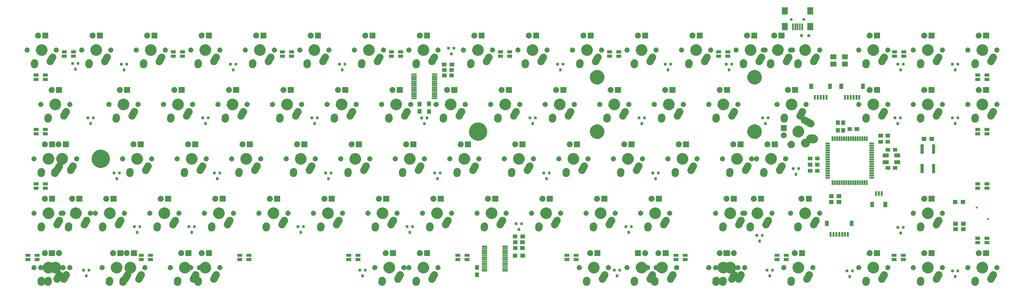
<source format=gbs>
G04 #@! TF.FileFunction,Soldermask,Bot*
%FSLAX46Y46*%
G04 Gerber Fmt 4.6, Leading zero omitted, Abs format (unit mm)*
G04 Created by KiCad (PCBNEW 4.0.5) date Sunday, March 05, 2017 'PMt' 02:31:46 PM*
%MOMM*%
%LPD*%
G01*
G04 APERTURE LIST*
%ADD10C,0.150000*%
G04 APERTURE END LIST*
D10*
G36*
X407419931Y-108024949D02*
X407419947Y-108024955D01*
X407419980Y-108024961D01*
X407654864Y-108115595D01*
X407867671Y-108250125D01*
X408050293Y-108423428D01*
X408195777Y-108628901D01*
X408298581Y-108858719D01*
X408354787Y-109104130D01*
X408362257Y-109355782D01*
X408362108Y-109357973D01*
X408362108Y-109357985D01*
X408346917Y-109580803D01*
X408321769Y-109949694D01*
X408320418Y-109967655D01*
X408275402Y-110215361D01*
X408183132Y-110449607D01*
X408047118Y-110661469D01*
X407872546Y-110842879D01*
X407666061Y-110986925D01*
X407435531Y-111088121D01*
X407189734Y-111142613D01*
X407189694Y-111142614D01*
X407189685Y-111142616D01*
X406938032Y-111148327D01*
X406690069Y-111105051D01*
X406690057Y-111105047D01*
X406690020Y-111105040D01*
X406455136Y-111014405D01*
X406242329Y-110879875D01*
X406059706Y-110706573D01*
X405914223Y-110501099D01*
X405811419Y-110271281D01*
X405755213Y-110025871D01*
X405747743Y-109774218D01*
X405747892Y-109772027D01*
X405747892Y-109772015D01*
X405776719Y-109349178D01*
X405788231Y-109180307D01*
X405789582Y-109162346D01*
X405834598Y-108914639D01*
X405926868Y-108680393D01*
X406062882Y-108468531D01*
X406237454Y-108287122D01*
X406443939Y-108143076D01*
X406674469Y-108041880D01*
X406920266Y-107987387D01*
X406920306Y-107987386D01*
X406920315Y-107987384D01*
X407171968Y-107981673D01*
X407419931Y-108024949D01*
X407419931Y-108024949D01*
G37*
G36*
X388369931Y-108024949D02*
X388369947Y-108024955D01*
X388369980Y-108024961D01*
X388604864Y-108115595D01*
X388817671Y-108250125D01*
X389000293Y-108423428D01*
X389145777Y-108628901D01*
X389248581Y-108858719D01*
X389304787Y-109104130D01*
X389312257Y-109355782D01*
X389312108Y-109357973D01*
X389312108Y-109357985D01*
X389296917Y-109580803D01*
X389271769Y-109949694D01*
X389270418Y-109967655D01*
X389225402Y-110215361D01*
X389133132Y-110449607D01*
X388997118Y-110661469D01*
X388822546Y-110842879D01*
X388616061Y-110986925D01*
X388385531Y-111088121D01*
X388139734Y-111142613D01*
X388139694Y-111142614D01*
X388139685Y-111142616D01*
X387888032Y-111148327D01*
X387640069Y-111105051D01*
X387640057Y-111105047D01*
X387640020Y-111105040D01*
X387405136Y-111014405D01*
X387192329Y-110879875D01*
X387009706Y-110706573D01*
X386864223Y-110501099D01*
X386761419Y-110271281D01*
X386705213Y-110025871D01*
X386697743Y-109774218D01*
X386697892Y-109772027D01*
X386697892Y-109772015D01*
X386726719Y-109349178D01*
X386738231Y-109180307D01*
X386739582Y-109162346D01*
X386784598Y-108914639D01*
X386876868Y-108680393D01*
X387012882Y-108468531D01*
X387187454Y-108287122D01*
X387393939Y-108143076D01*
X387624469Y-108041880D01*
X387870266Y-107987387D01*
X387870306Y-107987386D01*
X387870315Y-107987384D01*
X388121968Y-107981673D01*
X388369931Y-108024949D01*
X388369931Y-108024949D01*
G37*
G36*
X369319931Y-108024949D02*
X369319947Y-108024955D01*
X369319980Y-108024961D01*
X369554864Y-108115595D01*
X369767671Y-108250125D01*
X369950293Y-108423428D01*
X370095777Y-108628901D01*
X370198581Y-108858719D01*
X370254787Y-109104130D01*
X370262257Y-109355782D01*
X370262108Y-109357973D01*
X370262108Y-109357985D01*
X370246917Y-109580803D01*
X370221769Y-109949694D01*
X370220418Y-109967655D01*
X370175402Y-110215361D01*
X370083132Y-110449607D01*
X369947118Y-110661469D01*
X369772546Y-110842879D01*
X369566061Y-110986925D01*
X369335531Y-111088121D01*
X369089734Y-111142613D01*
X369089694Y-111142614D01*
X369089685Y-111142616D01*
X368838032Y-111148327D01*
X368590069Y-111105051D01*
X368590057Y-111105047D01*
X368590020Y-111105040D01*
X368355136Y-111014405D01*
X368142329Y-110879875D01*
X367959706Y-110706573D01*
X367814223Y-110501099D01*
X367711419Y-110271281D01*
X367655213Y-110025871D01*
X367647743Y-109774218D01*
X367647892Y-109772027D01*
X367647892Y-109772015D01*
X367676719Y-109349178D01*
X367688231Y-109180307D01*
X367689582Y-109162346D01*
X367734598Y-108914639D01*
X367826868Y-108680393D01*
X367962882Y-108468531D01*
X368137454Y-108287122D01*
X368343939Y-108143076D01*
X368574469Y-108041880D01*
X368820266Y-107987387D01*
X368820306Y-107987386D01*
X368820315Y-107987384D01*
X369071968Y-107981673D01*
X369319931Y-108024949D01*
X369319931Y-108024949D01*
G37*
G36*
X343126181Y-108024949D02*
X343126197Y-108024955D01*
X343126230Y-108024961D01*
X343361114Y-108115595D01*
X343573921Y-108250125D01*
X343756543Y-108423428D01*
X343902027Y-108628901D01*
X344004831Y-108858719D01*
X344061037Y-109104130D01*
X344068507Y-109355782D01*
X344068358Y-109357973D01*
X344068358Y-109357985D01*
X344053167Y-109580803D01*
X344028019Y-109949694D01*
X344026668Y-109967655D01*
X343981652Y-110215361D01*
X343889382Y-110449607D01*
X343753368Y-110661469D01*
X343578796Y-110842879D01*
X343372311Y-110986925D01*
X343141781Y-111088121D01*
X342895984Y-111142613D01*
X342895944Y-111142614D01*
X342895935Y-111142616D01*
X342644282Y-111148327D01*
X342396319Y-111105051D01*
X342396307Y-111105047D01*
X342396270Y-111105040D01*
X342161386Y-111014405D01*
X341948579Y-110879875D01*
X341765956Y-110706573D01*
X341620473Y-110501099D01*
X341517669Y-110271281D01*
X341461463Y-110025871D01*
X341453993Y-109774218D01*
X341454142Y-109772027D01*
X341454142Y-109772015D01*
X341482969Y-109349178D01*
X341494481Y-109180307D01*
X341495832Y-109162346D01*
X341540848Y-108914639D01*
X341633118Y-108680393D01*
X341769132Y-108468531D01*
X341943704Y-108287122D01*
X342150189Y-108143076D01*
X342380719Y-108041880D01*
X342626516Y-107987387D01*
X342626556Y-107987386D01*
X342626565Y-107987384D01*
X342878218Y-107981673D01*
X343126181Y-108024949D01*
X343126181Y-108024949D01*
G37*
G36*
X319313681Y-108024949D02*
X319313697Y-108024955D01*
X319313730Y-108024961D01*
X319548614Y-108115595D01*
X319761421Y-108250125D01*
X319944043Y-108423428D01*
X320089527Y-108628901D01*
X320192331Y-108858719D01*
X320248537Y-109104130D01*
X320256007Y-109355782D01*
X320255858Y-109357973D01*
X320255858Y-109357985D01*
X320240667Y-109580803D01*
X320215519Y-109949694D01*
X320214168Y-109967655D01*
X320169152Y-110215361D01*
X320076882Y-110449607D01*
X319940868Y-110661469D01*
X319766296Y-110842879D01*
X319559811Y-110986925D01*
X319329281Y-111088121D01*
X319083484Y-111142613D01*
X319083444Y-111142614D01*
X319083435Y-111142616D01*
X318831782Y-111148327D01*
X318583819Y-111105051D01*
X318583807Y-111105047D01*
X318583770Y-111105040D01*
X318348886Y-111014405D01*
X318136079Y-110879875D01*
X317953456Y-110706573D01*
X317807973Y-110501099D01*
X317785517Y-110450899D01*
X317778493Y-110439740D01*
X317767977Y-110430392D01*
X317755274Y-110424344D01*
X317741388Y-110422075D01*
X317727420Y-110423764D01*
X317714476Y-110429277D01*
X317703580Y-110438178D01*
X317698669Y-110446014D01*
X317698048Y-110445616D01*
X317695864Y-110449018D01*
X317695632Y-110449607D01*
X317559618Y-110661469D01*
X317385046Y-110842879D01*
X317178561Y-110986925D01*
X316948031Y-111088121D01*
X316702234Y-111142613D01*
X316702194Y-111142614D01*
X316702185Y-111142616D01*
X316450532Y-111148327D01*
X316202569Y-111105051D01*
X316202557Y-111105047D01*
X316202520Y-111105040D01*
X315967636Y-111014405D01*
X315754829Y-110879875D01*
X315572206Y-110706573D01*
X315426723Y-110501099D01*
X315323919Y-110271281D01*
X315267713Y-110025871D01*
X315260243Y-109774218D01*
X315260392Y-109772027D01*
X315260392Y-109772015D01*
X315289219Y-109349178D01*
X315300731Y-109180307D01*
X315302082Y-109162346D01*
X315347098Y-108914639D01*
X315439368Y-108680393D01*
X315575382Y-108468531D01*
X315749954Y-108287122D01*
X315956439Y-108143076D01*
X316186969Y-108041880D01*
X316432766Y-107987387D01*
X316432806Y-107987386D01*
X316432815Y-107987384D01*
X316684468Y-107981673D01*
X316932431Y-108024949D01*
X316932447Y-108024955D01*
X316932480Y-108024961D01*
X317167364Y-108115595D01*
X317380171Y-108250125D01*
X317562793Y-108423428D01*
X317708277Y-108628901D01*
X317730733Y-108679101D01*
X317737757Y-108690260D01*
X317748273Y-108699607D01*
X317760976Y-108705656D01*
X317774861Y-108707925D01*
X317788829Y-108706236D01*
X317801774Y-108700723D01*
X317812670Y-108691822D01*
X317817581Y-108683986D01*
X317818202Y-108684384D01*
X317820386Y-108680982D01*
X317820618Y-108680393D01*
X317956632Y-108468531D01*
X318131204Y-108287122D01*
X318337689Y-108143076D01*
X318568219Y-108041880D01*
X318814016Y-107987387D01*
X318814056Y-107987386D01*
X318814065Y-107987384D01*
X319065718Y-107981673D01*
X319313681Y-108024949D01*
X319313681Y-108024949D01*
G37*
G36*
X294486274Y-106025812D02*
X294731928Y-106080946D01*
X294731958Y-106080959D01*
X294731970Y-106080962D01*
X294962189Y-106182741D01*
X295168259Y-106327300D01*
X295168268Y-106327310D01*
X295168300Y-106327332D01*
X295342397Y-106509197D01*
X295477855Y-106721415D01*
X295569513Y-106955901D01*
X295613880Y-107203724D01*
X295609266Y-107455446D01*
X295555848Y-107701478D01*
X295455659Y-107932448D01*
X295446971Y-107948090D01*
X295441940Y-107961223D01*
X295440766Y-107975243D01*
X295443545Y-107989036D01*
X295450056Y-108001508D01*
X295459785Y-108011672D01*
X295471960Y-108018724D01*
X295482087Y-108021618D01*
X295501185Y-108024951D01*
X295501195Y-108024955D01*
X295501230Y-108024961D01*
X295736114Y-108115595D01*
X295948921Y-108250125D01*
X296131543Y-108423428D01*
X296277027Y-108628901D01*
X296379831Y-108858719D01*
X296436037Y-109104130D01*
X296443507Y-109355782D01*
X296443358Y-109357973D01*
X296443358Y-109357985D01*
X296428167Y-109580803D01*
X296403019Y-109949694D01*
X296401668Y-109967655D01*
X296356652Y-110215361D01*
X296264382Y-110449607D01*
X296128368Y-110661469D01*
X295953796Y-110842879D01*
X295747311Y-110986925D01*
X295516781Y-111088121D01*
X295270984Y-111142613D01*
X295270944Y-111142614D01*
X295270935Y-111142616D01*
X295019282Y-111148327D01*
X294771319Y-111105051D01*
X294771307Y-111105047D01*
X294771270Y-111105040D01*
X294536386Y-111014405D01*
X294323579Y-110879875D01*
X294140956Y-110706573D01*
X293995473Y-110501099D01*
X293892669Y-110271281D01*
X293847664Y-110074779D01*
X293843053Y-110062757D01*
X293834553Y-110051545D01*
X293823267Y-110043145D01*
X293810086Y-110038221D01*
X293791153Y-110037784D01*
X293600408Y-110070560D01*
X293348725Y-110064189D01*
X293103072Y-110009054D01*
X293103042Y-110009041D01*
X293103030Y-110009038D01*
X292872811Y-109907259D01*
X292666741Y-109762700D01*
X292666732Y-109762690D01*
X292666700Y-109762668D01*
X292492603Y-109580803D01*
X292357145Y-109368586D01*
X292265487Y-109134100D01*
X292221120Y-108886276D01*
X292225733Y-108634555D01*
X292279152Y-108388523D01*
X292379341Y-108157553D01*
X293200233Y-106679669D01*
X293200240Y-106679656D01*
X293200277Y-106679590D01*
X293208093Y-106665747D01*
X293208098Y-106665740D01*
X293209089Y-106663985D01*
X293355110Y-106458893D01*
X293538185Y-106286068D01*
X293751344Y-106152096D01*
X293986464Y-106062076D01*
X294234591Y-106019440D01*
X294486274Y-106025812D01*
X294486274Y-106025812D01*
G37*
G36*
X288357431Y-108024949D02*
X288357447Y-108024955D01*
X288357480Y-108024961D01*
X288592364Y-108115595D01*
X288805171Y-108250125D01*
X288987793Y-108423428D01*
X289133277Y-108628901D01*
X289236081Y-108858719D01*
X289292287Y-109104130D01*
X289299757Y-109355782D01*
X289299608Y-109357973D01*
X289299608Y-109357985D01*
X289284417Y-109580803D01*
X289259269Y-109949694D01*
X289257918Y-109967655D01*
X289212902Y-110215361D01*
X289120632Y-110449607D01*
X288984618Y-110661469D01*
X288810046Y-110842879D01*
X288603561Y-110986925D01*
X288373031Y-111088121D01*
X288127234Y-111142613D01*
X288127194Y-111142614D01*
X288127185Y-111142616D01*
X287875532Y-111148327D01*
X287627569Y-111105051D01*
X287627557Y-111105047D01*
X287627520Y-111105040D01*
X287392636Y-111014405D01*
X287179829Y-110879875D01*
X286997206Y-110706573D01*
X286851723Y-110501099D01*
X286748919Y-110271281D01*
X286692713Y-110025871D01*
X286685243Y-109774218D01*
X286685392Y-109772027D01*
X286685392Y-109772015D01*
X286714219Y-109349178D01*
X286725731Y-109180307D01*
X286727082Y-109162346D01*
X286772098Y-108914639D01*
X286864368Y-108680393D01*
X287000382Y-108468531D01*
X287174954Y-108287122D01*
X287381439Y-108143076D01*
X287611969Y-108041880D01*
X287857766Y-107987387D01*
X287857806Y-107987386D01*
X287857815Y-107987384D01*
X288109468Y-107981673D01*
X288357431Y-108024949D01*
X288357431Y-108024949D01*
G37*
G36*
X271688681Y-108024949D02*
X271688697Y-108024955D01*
X271688730Y-108024961D01*
X271923614Y-108115595D01*
X272136421Y-108250125D01*
X272319043Y-108423428D01*
X272464527Y-108628901D01*
X272567331Y-108858719D01*
X272623537Y-109104130D01*
X272631007Y-109355782D01*
X272630858Y-109357973D01*
X272630858Y-109357985D01*
X272615667Y-109580803D01*
X272590519Y-109949694D01*
X272589168Y-109967655D01*
X272544152Y-110215361D01*
X272451882Y-110449607D01*
X272315868Y-110661469D01*
X272141296Y-110842879D01*
X271934811Y-110986925D01*
X271704281Y-111088121D01*
X271458484Y-111142613D01*
X271458444Y-111142614D01*
X271458435Y-111142616D01*
X271206782Y-111148327D01*
X270958819Y-111105051D01*
X270958807Y-111105047D01*
X270958770Y-111105040D01*
X270723886Y-111014405D01*
X270511079Y-110879875D01*
X270328456Y-110706573D01*
X270182973Y-110501099D01*
X270080169Y-110271281D01*
X270023963Y-110025871D01*
X270016493Y-109774218D01*
X270016642Y-109772027D01*
X270016642Y-109772015D01*
X270045469Y-109349178D01*
X270056981Y-109180307D01*
X270058332Y-109162346D01*
X270103348Y-108914639D01*
X270195618Y-108680393D01*
X270331632Y-108468531D01*
X270506204Y-108287122D01*
X270712689Y-108143076D01*
X270943219Y-108041880D01*
X271189016Y-107987387D01*
X271189056Y-107987386D01*
X271189065Y-107987384D01*
X271440718Y-107981673D01*
X271688681Y-108024949D01*
X271688681Y-108024949D01*
G37*
G36*
X212157431Y-108024949D02*
X212157447Y-108024955D01*
X212157480Y-108024961D01*
X212392364Y-108115595D01*
X212605171Y-108250125D01*
X212787793Y-108423428D01*
X212933277Y-108628901D01*
X213036081Y-108858719D01*
X213092287Y-109104130D01*
X213099757Y-109355782D01*
X213099608Y-109357973D01*
X213099608Y-109357985D01*
X213084417Y-109580803D01*
X213059269Y-109949694D01*
X213057918Y-109967655D01*
X213012902Y-110215361D01*
X212920632Y-110449607D01*
X212784618Y-110661469D01*
X212610046Y-110842879D01*
X212403561Y-110986925D01*
X212173031Y-111088121D01*
X211927234Y-111142613D01*
X211927194Y-111142614D01*
X211927185Y-111142616D01*
X211675532Y-111148327D01*
X211427569Y-111105051D01*
X211427557Y-111105047D01*
X211427520Y-111105040D01*
X211192636Y-111014405D01*
X210979829Y-110879875D01*
X210797206Y-110706573D01*
X210651723Y-110501099D01*
X210548919Y-110271281D01*
X210492713Y-110025871D01*
X210485243Y-109774218D01*
X210485392Y-109772027D01*
X210485392Y-109772015D01*
X210514219Y-109349178D01*
X210525731Y-109180307D01*
X210527082Y-109162346D01*
X210572098Y-108914639D01*
X210664368Y-108680393D01*
X210800382Y-108468531D01*
X210974954Y-108287122D01*
X211181439Y-108143076D01*
X211411969Y-108041880D01*
X211657766Y-107987387D01*
X211657806Y-107987386D01*
X211657815Y-107987384D01*
X211909468Y-107981673D01*
X212157431Y-108024949D01*
X212157431Y-108024949D01*
G37*
G36*
X200251181Y-108024949D02*
X200251197Y-108024955D01*
X200251230Y-108024961D01*
X200486114Y-108115595D01*
X200698921Y-108250125D01*
X200881543Y-108423428D01*
X201027027Y-108628901D01*
X201129831Y-108858719D01*
X201186037Y-109104130D01*
X201193507Y-109355782D01*
X201193358Y-109357973D01*
X201193358Y-109357985D01*
X201178167Y-109580803D01*
X201153019Y-109949694D01*
X201151668Y-109967655D01*
X201106652Y-110215361D01*
X201014382Y-110449607D01*
X200878368Y-110661469D01*
X200703796Y-110842879D01*
X200497311Y-110986925D01*
X200266781Y-111088121D01*
X200020984Y-111142613D01*
X200020944Y-111142614D01*
X200020935Y-111142616D01*
X199769282Y-111148327D01*
X199521319Y-111105051D01*
X199521307Y-111105047D01*
X199521270Y-111105040D01*
X199286386Y-111014405D01*
X199073579Y-110879875D01*
X198890956Y-110706573D01*
X198745473Y-110501099D01*
X198642669Y-110271281D01*
X198586463Y-110025871D01*
X198578993Y-109774218D01*
X198579142Y-109772027D01*
X198579142Y-109772015D01*
X198607969Y-109349178D01*
X198619481Y-109180307D01*
X198620832Y-109162346D01*
X198665848Y-108914639D01*
X198758118Y-108680393D01*
X198894132Y-108468531D01*
X199068704Y-108287122D01*
X199275189Y-108143076D01*
X199505719Y-108041880D01*
X199751516Y-107987387D01*
X199751556Y-107987386D01*
X199751565Y-107987384D01*
X200003218Y-107981673D01*
X200251181Y-108024949D01*
X200251181Y-108024949D01*
G37*
G36*
X134942524Y-106025812D02*
X135188178Y-106080946D01*
X135188208Y-106080959D01*
X135188220Y-106080962D01*
X135418439Y-106182741D01*
X135624509Y-106327300D01*
X135624518Y-106327310D01*
X135624550Y-106327332D01*
X135798647Y-106509197D01*
X135934105Y-106721415D01*
X136025763Y-106955901D01*
X136070130Y-107203724D01*
X136065516Y-107455446D01*
X136012098Y-107701478D01*
X135911909Y-107932448D01*
X135903221Y-107948090D01*
X135898190Y-107961223D01*
X135897016Y-107975243D01*
X135899795Y-107989036D01*
X135906306Y-108001508D01*
X135916035Y-108011672D01*
X135928210Y-108018724D01*
X135938337Y-108021618D01*
X135957435Y-108024951D01*
X135957445Y-108024955D01*
X135957480Y-108024961D01*
X136192364Y-108115595D01*
X136405171Y-108250125D01*
X136587793Y-108423428D01*
X136733277Y-108628901D01*
X136836081Y-108858719D01*
X136892287Y-109104130D01*
X136899757Y-109355782D01*
X136899608Y-109357973D01*
X136899608Y-109357985D01*
X136884417Y-109580803D01*
X136859269Y-109949694D01*
X136857918Y-109967655D01*
X136812902Y-110215361D01*
X136720632Y-110449607D01*
X136584618Y-110661469D01*
X136410046Y-110842879D01*
X136203561Y-110986925D01*
X135973031Y-111088121D01*
X135727234Y-111142613D01*
X135727194Y-111142614D01*
X135727185Y-111142616D01*
X135475532Y-111148327D01*
X135227569Y-111105051D01*
X135227557Y-111105047D01*
X135227520Y-111105040D01*
X134992636Y-111014405D01*
X134779829Y-110879875D01*
X134597206Y-110706573D01*
X134451723Y-110501099D01*
X134348919Y-110271281D01*
X134303914Y-110074779D01*
X134299303Y-110062757D01*
X134290803Y-110051545D01*
X134279517Y-110043145D01*
X134266336Y-110038221D01*
X134247403Y-110037784D01*
X134056658Y-110070560D01*
X133804975Y-110064189D01*
X133559322Y-110009054D01*
X133559292Y-110009041D01*
X133559280Y-110009038D01*
X133329061Y-109907259D01*
X133122991Y-109762700D01*
X133122982Y-109762690D01*
X133122950Y-109762668D01*
X132948853Y-109580803D01*
X132813395Y-109368586D01*
X132721737Y-109134100D01*
X132677370Y-108886276D01*
X132681983Y-108634555D01*
X132735402Y-108388523D01*
X132835591Y-108157553D01*
X133656483Y-106679669D01*
X133656490Y-106679656D01*
X133656527Y-106679590D01*
X133664343Y-106665747D01*
X133664348Y-106665740D01*
X133665339Y-106663985D01*
X133811360Y-106458893D01*
X133994435Y-106286068D01*
X134207594Y-106152096D01*
X134442714Y-106062076D01*
X134690841Y-106019440D01*
X134942524Y-106025812D01*
X134942524Y-106025812D01*
G37*
G36*
X128813681Y-108024949D02*
X128813697Y-108024955D01*
X128813730Y-108024961D01*
X129048614Y-108115595D01*
X129261421Y-108250125D01*
X129444043Y-108423428D01*
X129589527Y-108628901D01*
X129692331Y-108858719D01*
X129748537Y-109104130D01*
X129756007Y-109355782D01*
X129755858Y-109357973D01*
X129755858Y-109357985D01*
X129740667Y-109580803D01*
X129715519Y-109949694D01*
X129714168Y-109967655D01*
X129669152Y-110215361D01*
X129576882Y-110449607D01*
X129440868Y-110661469D01*
X129266296Y-110842879D01*
X129059811Y-110986925D01*
X128829281Y-111088121D01*
X128583484Y-111142613D01*
X128583444Y-111142614D01*
X128583435Y-111142616D01*
X128331782Y-111148327D01*
X128083819Y-111105051D01*
X128083807Y-111105047D01*
X128083770Y-111105040D01*
X127848886Y-111014405D01*
X127636079Y-110879875D01*
X127453456Y-110706573D01*
X127307973Y-110501099D01*
X127205169Y-110271281D01*
X127148963Y-110025871D01*
X127141493Y-109774218D01*
X127141642Y-109772027D01*
X127141642Y-109772015D01*
X127170469Y-109349178D01*
X127181981Y-109180307D01*
X127183332Y-109162346D01*
X127228348Y-108914639D01*
X127320618Y-108680393D01*
X127456632Y-108468531D01*
X127631204Y-108287122D01*
X127837689Y-108143076D01*
X128068219Y-108041880D01*
X128314016Y-107987387D01*
X128314056Y-107987386D01*
X128314065Y-107987384D01*
X128565718Y-107981673D01*
X128813681Y-108024949D01*
X128813681Y-108024949D01*
G37*
G36*
X112132379Y-102742448D02*
X112523104Y-102822653D01*
X112890804Y-102977219D01*
X113221483Y-103200265D01*
X113502542Y-103483293D01*
X113723274Y-103815519D01*
X113875270Y-104184290D01*
X113952676Y-104575222D01*
X113952676Y-104575231D01*
X113952742Y-104575565D01*
X113946380Y-105031149D01*
X113946304Y-105031483D01*
X113946304Y-105031495D01*
X113858015Y-105420105D01*
X113695779Y-105784492D01*
X113465859Y-106110426D01*
X113177004Y-106385498D01*
X112840231Y-106599220D01*
X112468354Y-106743463D01*
X112212080Y-106788650D01*
X112198705Y-106793018D01*
X112187078Y-106800939D01*
X112178117Y-106811786D01*
X112172533Y-106824701D01*
X112170768Y-106838659D01*
X112174136Y-106855804D01*
X112213263Y-106955901D01*
X112257630Y-107203724D01*
X112253016Y-107455446D01*
X112199598Y-107701478D01*
X112099409Y-107932448D01*
X111306331Y-109360256D01*
X111278473Y-109410410D01*
X111270657Y-109424253D01*
X111270652Y-109424260D01*
X111269661Y-109426015D01*
X111123640Y-109631108D01*
X110940564Y-109803932D01*
X110727406Y-109937904D01*
X110690811Y-109951915D01*
X110679020Y-109958461D01*
X110669108Y-109968447D01*
X110662371Y-109980799D01*
X110660634Y-109987101D01*
X110619152Y-110215361D01*
X110526882Y-110449607D01*
X110390868Y-110661469D01*
X110216296Y-110842879D01*
X110009811Y-110986925D01*
X109779281Y-111088121D01*
X109533484Y-111142613D01*
X109533444Y-111142614D01*
X109533435Y-111142616D01*
X109281782Y-111148327D01*
X109033819Y-111105051D01*
X109033807Y-111105047D01*
X109033770Y-111105040D01*
X108798886Y-111014405D01*
X108586079Y-110879875D01*
X108403456Y-110706573D01*
X108257973Y-110501099D01*
X108155169Y-110271281D01*
X108098963Y-110025871D01*
X108091493Y-109774218D01*
X108091642Y-109772027D01*
X108091642Y-109772015D01*
X108120469Y-109349178D01*
X108131981Y-109180307D01*
X108133332Y-109162346D01*
X108178348Y-108914639D01*
X108270618Y-108680393D01*
X108406632Y-108468531D01*
X108581204Y-108287122D01*
X108787689Y-108143076D01*
X109018219Y-108041880D01*
X109075131Y-108029263D01*
X109088253Y-108024333D01*
X109099524Y-108015912D01*
X109107964Y-108004753D01*
X109843983Y-106679669D01*
X109843990Y-106679656D01*
X109844027Y-106679590D01*
X109851843Y-106665747D01*
X109851848Y-106665740D01*
X109852839Y-106663985D01*
X109998860Y-106458893D01*
X110181935Y-106286068D01*
X110359828Y-106174261D01*
X110369911Y-106165728D01*
X110377694Y-106154008D01*
X110381904Y-106140582D01*
X110382207Y-106126516D01*
X110378579Y-106112922D01*
X110368531Y-106097751D01*
X110317076Y-106044468D01*
X110101008Y-105709196D01*
X109954174Y-105338335D01*
X109882169Y-104946013D01*
X109887739Y-104547184D01*
X109970667Y-104157034D01*
X110127800Y-103790417D01*
X110353148Y-103461304D01*
X110638131Y-103182228D01*
X110971890Y-102963822D01*
X111341715Y-102814403D01*
X111733516Y-102739663D01*
X112132379Y-102742448D01*
X112132379Y-102742448D01*
G37*
G36*
X105001181Y-108024949D02*
X105001197Y-108024955D01*
X105001230Y-108024961D01*
X105236114Y-108115595D01*
X105448921Y-108250125D01*
X105631543Y-108423428D01*
X105777027Y-108628901D01*
X105879831Y-108858719D01*
X105936037Y-109104130D01*
X105943507Y-109355782D01*
X105943358Y-109357973D01*
X105943358Y-109357985D01*
X105928167Y-109580803D01*
X105903019Y-109949694D01*
X105901668Y-109967655D01*
X105856652Y-110215361D01*
X105764382Y-110449607D01*
X105628368Y-110661469D01*
X105453796Y-110842879D01*
X105247311Y-110986925D01*
X105016781Y-111088121D01*
X104770984Y-111142613D01*
X104770944Y-111142614D01*
X104770935Y-111142616D01*
X104519282Y-111148327D01*
X104271319Y-111105051D01*
X104271307Y-111105047D01*
X104271270Y-111105040D01*
X104036386Y-111014405D01*
X103823579Y-110879875D01*
X103640956Y-110706573D01*
X103495473Y-110501099D01*
X103392669Y-110271281D01*
X103336463Y-110025871D01*
X103328993Y-109774218D01*
X103329142Y-109772027D01*
X103329142Y-109772015D01*
X103357969Y-109349178D01*
X103369481Y-109180307D01*
X103370832Y-109162346D01*
X103415848Y-108914639D01*
X103508118Y-108680393D01*
X103644132Y-108468531D01*
X103818704Y-108287122D01*
X104025189Y-108143076D01*
X104255719Y-108041880D01*
X104501516Y-107987387D01*
X104501556Y-107987386D01*
X104501565Y-107987384D01*
X104753218Y-107981673D01*
X105001181Y-108024949D01*
X105001181Y-108024949D01*
G37*
G36*
X83569931Y-108024949D02*
X83569947Y-108024955D01*
X83569980Y-108024961D01*
X83804864Y-108115595D01*
X84017671Y-108250125D01*
X84200293Y-108423428D01*
X84345777Y-108628901D01*
X84448581Y-108858719D01*
X84504787Y-109104130D01*
X84512257Y-109355782D01*
X84512108Y-109357973D01*
X84512108Y-109357985D01*
X84496917Y-109580803D01*
X84471769Y-109949694D01*
X84470418Y-109967655D01*
X84425402Y-110215361D01*
X84333132Y-110449607D01*
X84197118Y-110661469D01*
X84022546Y-110842879D01*
X83816061Y-110986925D01*
X83585531Y-111088121D01*
X83339734Y-111142613D01*
X83339694Y-111142614D01*
X83339685Y-111142616D01*
X83088032Y-111148327D01*
X82840069Y-111105051D01*
X82840057Y-111105047D01*
X82840020Y-111105040D01*
X82605136Y-111014405D01*
X82392329Y-110879875D01*
X82209706Y-110706573D01*
X82064223Y-110501099D01*
X82041767Y-110450899D01*
X82034743Y-110439740D01*
X82024227Y-110430392D01*
X82011524Y-110424344D01*
X81997638Y-110422075D01*
X81983670Y-110423764D01*
X81970726Y-110429277D01*
X81959830Y-110438178D01*
X81954919Y-110446014D01*
X81954298Y-110445616D01*
X81952114Y-110449018D01*
X81951882Y-110449607D01*
X81815868Y-110661469D01*
X81641296Y-110842879D01*
X81434811Y-110986925D01*
X81204281Y-111088121D01*
X80958484Y-111142613D01*
X80958444Y-111142614D01*
X80958435Y-111142616D01*
X80706782Y-111148327D01*
X80458819Y-111105051D01*
X80458807Y-111105047D01*
X80458770Y-111105040D01*
X80223886Y-111014405D01*
X80011079Y-110879875D01*
X79828456Y-110706573D01*
X79682973Y-110501099D01*
X79580169Y-110271281D01*
X79523963Y-110025871D01*
X79516493Y-109774218D01*
X79516642Y-109772027D01*
X79516642Y-109772015D01*
X79545469Y-109349178D01*
X79556981Y-109180307D01*
X79558332Y-109162346D01*
X79603348Y-108914639D01*
X79695618Y-108680393D01*
X79831632Y-108468531D01*
X80006204Y-108287122D01*
X80212689Y-108143076D01*
X80443219Y-108041880D01*
X80689016Y-107987387D01*
X80689056Y-107987386D01*
X80689065Y-107987384D01*
X80940718Y-107981673D01*
X81188681Y-108024949D01*
X81188697Y-108024955D01*
X81188730Y-108024961D01*
X81423614Y-108115595D01*
X81636421Y-108250125D01*
X81819043Y-108423428D01*
X81964527Y-108628901D01*
X81986983Y-108679101D01*
X81994007Y-108690260D01*
X82004523Y-108699607D01*
X82017226Y-108705656D01*
X82031111Y-108707925D01*
X82045079Y-108706236D01*
X82058024Y-108700723D01*
X82068920Y-108691822D01*
X82073831Y-108683986D01*
X82074452Y-108684384D01*
X82076636Y-108680982D01*
X82076868Y-108680393D01*
X82212882Y-108468531D01*
X82387454Y-108287122D01*
X82593939Y-108143076D01*
X82824469Y-108041880D01*
X83070266Y-107987387D01*
X83070306Y-107987386D01*
X83070315Y-107987384D01*
X83321968Y-107981673D01*
X83569931Y-108024949D01*
X83569931Y-108024949D01*
G37*
G36*
X413548774Y-106025812D02*
X413794428Y-106080946D01*
X413794458Y-106080959D01*
X413794470Y-106080962D01*
X414024689Y-106182741D01*
X414230759Y-106327300D01*
X414230768Y-106327310D01*
X414230800Y-106327332D01*
X414404897Y-106509197D01*
X414540355Y-106721415D01*
X414632013Y-106955901D01*
X414676380Y-107203724D01*
X414671766Y-107455446D01*
X414618348Y-107701478D01*
X414518159Y-107932448D01*
X413725081Y-109360256D01*
X413697223Y-109410410D01*
X413689407Y-109424253D01*
X413689402Y-109424260D01*
X413688411Y-109426015D01*
X413542390Y-109631108D01*
X413359314Y-109803932D01*
X413146156Y-109937904D01*
X412911036Y-110027924D01*
X412662908Y-110070560D01*
X412411225Y-110064189D01*
X412165572Y-110009054D01*
X412165542Y-110009041D01*
X412165530Y-110009038D01*
X411935311Y-109907259D01*
X411729241Y-109762700D01*
X411729232Y-109762690D01*
X411729200Y-109762668D01*
X411555103Y-109580803D01*
X411419645Y-109368586D01*
X411327987Y-109134100D01*
X411283620Y-108886276D01*
X411288233Y-108634555D01*
X411341652Y-108388523D01*
X411441841Y-108157553D01*
X412262733Y-106679669D01*
X412262740Y-106679656D01*
X412262777Y-106679590D01*
X412270593Y-106665747D01*
X412270598Y-106665740D01*
X412271589Y-106663985D01*
X412417610Y-106458893D01*
X412600685Y-106286068D01*
X412813844Y-106152096D01*
X413048964Y-106062076D01*
X413297091Y-106019440D01*
X413548774Y-106025812D01*
X413548774Y-106025812D01*
G37*
G36*
X394498774Y-106025812D02*
X394744428Y-106080946D01*
X394744458Y-106080959D01*
X394744470Y-106080962D01*
X394974689Y-106182741D01*
X395180759Y-106327300D01*
X395180768Y-106327310D01*
X395180800Y-106327332D01*
X395354897Y-106509197D01*
X395490355Y-106721415D01*
X395582013Y-106955901D01*
X395626380Y-107203724D01*
X395621766Y-107455446D01*
X395568348Y-107701478D01*
X395468159Y-107932448D01*
X394675081Y-109360256D01*
X394647223Y-109410410D01*
X394639407Y-109424253D01*
X394639402Y-109424260D01*
X394638411Y-109426015D01*
X394492390Y-109631108D01*
X394309314Y-109803932D01*
X394096156Y-109937904D01*
X393861036Y-110027924D01*
X393612908Y-110070560D01*
X393361225Y-110064189D01*
X393115572Y-110009054D01*
X393115542Y-110009041D01*
X393115530Y-110009038D01*
X392885311Y-109907259D01*
X392679241Y-109762700D01*
X392679232Y-109762690D01*
X392679200Y-109762668D01*
X392505103Y-109580803D01*
X392369645Y-109368586D01*
X392277987Y-109134100D01*
X392233620Y-108886276D01*
X392238233Y-108634555D01*
X392291652Y-108388523D01*
X392391841Y-108157553D01*
X393212733Y-106679669D01*
X393212740Y-106679656D01*
X393212777Y-106679590D01*
X393220593Y-106665747D01*
X393220598Y-106665740D01*
X393221589Y-106663985D01*
X393367610Y-106458893D01*
X393550685Y-106286068D01*
X393763844Y-106152096D01*
X393998964Y-106062076D01*
X394247091Y-106019440D01*
X394498774Y-106025812D01*
X394498774Y-106025812D01*
G37*
G36*
X85938629Y-102742448D02*
X86329354Y-102822653D01*
X86697054Y-102977219D01*
X87027733Y-103200265D01*
X87308792Y-103483293D01*
X87529524Y-103815519D01*
X87673991Y-104166024D01*
X87681129Y-104178148D01*
X87691363Y-104187803D01*
X87703881Y-104194226D01*
X87717693Y-104196906D01*
X87731705Y-104195633D01*
X87744807Y-104190506D01*
X87755201Y-104182694D01*
X87862804Y-104077321D01*
X88008999Y-103981654D01*
X88170993Y-103916204D01*
X88342611Y-103883466D01*
X88517325Y-103884686D01*
X88688475Y-103919818D01*
X88849536Y-103987522D01*
X88994383Y-104085222D01*
X89117495Y-104209198D01*
X89214183Y-104354723D01*
X89280758Y-104516250D01*
X89314628Y-104687298D01*
X89314628Y-104687313D01*
X89314693Y-104687642D01*
X89311907Y-104887200D01*
X89311831Y-104887534D01*
X89311831Y-104887545D01*
X89273201Y-105057574D01*
X89202138Y-105217185D01*
X89101427Y-105359953D01*
X88974898Y-105480444D01*
X88827385Y-105574058D01*
X88664491Y-105637241D01*
X88492432Y-105667580D01*
X88317755Y-105663921D01*
X88147110Y-105626402D01*
X87987008Y-105556455D01*
X87843542Y-105456743D01*
X87755908Y-105365995D01*
X87744808Y-105357350D01*
X87731738Y-105352140D01*
X87717735Y-105350777D01*
X87703906Y-105353369D01*
X87691347Y-105359711D01*
X87681052Y-105369301D01*
X87673836Y-105381379D01*
X87671184Y-105389650D01*
X87664264Y-105420106D01*
X87502029Y-105784492D01*
X87373018Y-105967377D01*
X87366606Y-105979901D01*
X87363937Y-105993715D01*
X87365222Y-106007726D01*
X87370359Y-106020824D01*
X87378943Y-106031972D01*
X87390292Y-106040288D01*
X87402886Y-106044970D01*
X87563178Y-106080946D01*
X87563208Y-106080959D01*
X87563220Y-106080962D01*
X87793439Y-106182741D01*
X87999509Y-106327300D01*
X87999518Y-106327310D01*
X87999550Y-106327332D01*
X88173647Y-106509197D01*
X88307092Y-106718262D01*
X88316137Y-106728800D01*
X88327912Y-106736501D01*
X88341366Y-106740617D01*
X88355434Y-106740822D01*
X88369002Y-106737099D01*
X88380996Y-106729744D01*
X88392830Y-106715501D01*
X88412777Y-106679590D01*
X88420593Y-106665747D01*
X88420598Y-106665740D01*
X88421589Y-106663985D01*
X88567610Y-106458893D01*
X88750685Y-106286068D01*
X88963844Y-106152096D01*
X89198964Y-106062076D01*
X89447091Y-106019440D01*
X89698774Y-106025812D01*
X89944428Y-106080946D01*
X89944458Y-106080959D01*
X89944470Y-106080962D01*
X90174689Y-106182741D01*
X90380759Y-106327300D01*
X90380768Y-106327310D01*
X90380800Y-106327332D01*
X90554897Y-106509197D01*
X90690355Y-106721415D01*
X90782013Y-106955901D01*
X90826380Y-107203724D01*
X90821766Y-107455446D01*
X90768348Y-107701478D01*
X90668159Y-107932448D01*
X89875081Y-109360256D01*
X89847223Y-109410410D01*
X89839407Y-109424253D01*
X89839402Y-109424260D01*
X89838411Y-109426015D01*
X89692390Y-109631108D01*
X89509314Y-109803932D01*
X89296156Y-109937904D01*
X89061036Y-110027924D01*
X88812908Y-110070560D01*
X88561225Y-110064189D01*
X88315572Y-110009054D01*
X88315542Y-110009041D01*
X88315530Y-110009038D01*
X88085311Y-109907259D01*
X87879241Y-109762700D01*
X87879232Y-109762690D01*
X87879200Y-109762668D01*
X87705103Y-109580803D01*
X87571655Y-109371735D01*
X87562613Y-109361200D01*
X87550838Y-109353499D01*
X87537384Y-109349383D01*
X87523316Y-109349178D01*
X87509748Y-109352901D01*
X87497754Y-109360256D01*
X87485920Y-109374499D01*
X87465973Y-109410410D01*
X87458157Y-109424253D01*
X87458152Y-109424260D01*
X87457161Y-109426015D01*
X87311140Y-109631108D01*
X87128064Y-109803932D01*
X86914906Y-109937904D01*
X86679786Y-110027924D01*
X86431658Y-110070560D01*
X86179975Y-110064189D01*
X85934322Y-110009054D01*
X85934292Y-110009041D01*
X85934280Y-110009038D01*
X85704061Y-109907259D01*
X85497991Y-109762700D01*
X85497982Y-109762690D01*
X85497950Y-109762668D01*
X85323853Y-109580803D01*
X85188395Y-109368586D01*
X85096737Y-109134100D01*
X85052370Y-108886276D01*
X85056983Y-108634555D01*
X85110402Y-108388523D01*
X85210591Y-108157553D01*
X85916420Y-106886821D01*
X85921452Y-106873685D01*
X85922626Y-106859665D01*
X85919847Y-106845872D01*
X85913336Y-106833400D01*
X85903608Y-106823235D01*
X85891433Y-106816183D01*
X85873756Y-106812556D01*
X85483015Y-106804372D01*
X85093445Y-106718719D01*
X84727937Y-106559032D01*
X84564597Y-106445508D01*
X84552029Y-106439183D01*
X84538196Y-106436611D01*
X84524195Y-106437994D01*
X84509270Y-106444349D01*
X84265231Y-106599220D01*
X83893354Y-106743463D01*
X83500547Y-106812724D01*
X83101765Y-106804372D01*
X82712195Y-106718719D01*
X82346687Y-106559032D01*
X82019157Y-106331393D01*
X81742076Y-106044468D01*
X81526008Y-105709196D01*
X81397209Y-105383886D01*
X81390240Y-105371663D01*
X81380143Y-105361866D01*
X81367715Y-105355269D01*
X81353942Y-105352396D01*
X81339914Y-105353474D01*
X81326741Y-105358417D01*
X81316239Y-105366083D01*
X81196148Y-105480444D01*
X81048635Y-105574058D01*
X80885741Y-105637241D01*
X80713682Y-105667580D01*
X80539005Y-105663921D01*
X80368360Y-105626402D01*
X80208258Y-105556455D01*
X80064792Y-105456743D01*
X79943423Y-105331062D01*
X79848778Y-105184203D01*
X79784461Y-105021758D01*
X79752921Y-104849907D01*
X79755361Y-104675210D01*
X79791685Y-104504315D01*
X79860515Y-104343725D01*
X79959223Y-104199565D01*
X80084054Y-104077321D01*
X80230249Y-103981654D01*
X80392243Y-103916204D01*
X80563861Y-103883466D01*
X80738575Y-103884686D01*
X80909725Y-103919818D01*
X81070786Y-103987522D01*
X81215633Y-104085222D01*
X81311339Y-104181599D01*
X81322559Y-104190088D01*
X81335700Y-104195115D01*
X81349721Y-104196283D01*
X81363512Y-104193498D01*
X81375982Y-104186981D01*
X81386142Y-104177248D01*
X81393188Y-104165070D01*
X81395579Y-104157241D01*
X81552800Y-103790417D01*
X81778148Y-103461304D01*
X82063131Y-103182228D01*
X82396890Y-102963822D01*
X82766715Y-102814403D01*
X83158516Y-102739663D01*
X83557379Y-102742448D01*
X83948104Y-102822653D01*
X84315804Y-102977219D01*
X84505849Y-103105406D01*
X84518504Y-103111554D01*
X84532371Y-103113933D01*
X84546352Y-103112355D01*
X84561187Y-103105792D01*
X84778140Y-102963822D01*
X85147965Y-102814403D01*
X85539766Y-102739663D01*
X85938629Y-102742448D01*
X85938629Y-102742448D01*
G37*
G36*
X375448774Y-106025812D02*
X375694428Y-106080946D01*
X375694458Y-106080959D01*
X375694470Y-106080962D01*
X375924689Y-106182741D01*
X376130759Y-106327300D01*
X376130768Y-106327310D01*
X376130800Y-106327332D01*
X376304897Y-106509197D01*
X376440355Y-106721415D01*
X376532013Y-106955901D01*
X376576380Y-107203724D01*
X376571766Y-107455446D01*
X376518348Y-107701478D01*
X376418159Y-107932448D01*
X375625081Y-109360256D01*
X375597223Y-109410410D01*
X375589407Y-109424253D01*
X375589402Y-109424260D01*
X375588411Y-109426015D01*
X375442390Y-109631108D01*
X375259314Y-109803932D01*
X375046156Y-109937904D01*
X374811036Y-110027924D01*
X374562908Y-110070560D01*
X374311225Y-110064189D01*
X374065572Y-110009054D01*
X374065542Y-110009041D01*
X374065530Y-110009038D01*
X373835311Y-109907259D01*
X373629241Y-109762700D01*
X373629232Y-109762690D01*
X373629200Y-109762668D01*
X373455103Y-109580803D01*
X373319645Y-109368586D01*
X373227987Y-109134100D01*
X373183620Y-108886276D01*
X373188233Y-108634555D01*
X373241652Y-108388523D01*
X373341841Y-108157553D01*
X374162733Y-106679669D01*
X374162740Y-106679656D01*
X374162777Y-106679590D01*
X374170593Y-106665747D01*
X374170598Y-106665740D01*
X374171589Y-106663985D01*
X374317610Y-106458893D01*
X374500685Y-106286068D01*
X374713844Y-106152096D01*
X374948964Y-106062076D01*
X375197091Y-106019440D01*
X375448774Y-106025812D01*
X375448774Y-106025812D01*
G37*
G36*
X301630024Y-106025812D02*
X301875678Y-106080946D01*
X301875708Y-106080959D01*
X301875720Y-106080962D01*
X302105939Y-106182741D01*
X302312009Y-106327300D01*
X302312018Y-106327310D01*
X302312050Y-106327332D01*
X302486147Y-106509197D01*
X302621605Y-106721415D01*
X302713263Y-106955901D01*
X302757630Y-107203724D01*
X302753016Y-107455446D01*
X302699598Y-107701478D01*
X302599409Y-107932448D01*
X301806331Y-109360256D01*
X301778473Y-109410410D01*
X301770657Y-109424253D01*
X301770652Y-109424260D01*
X301769661Y-109426015D01*
X301623640Y-109631108D01*
X301440564Y-109803932D01*
X301227406Y-109937904D01*
X300992286Y-110027924D01*
X300744158Y-110070560D01*
X300492475Y-110064189D01*
X300246822Y-110009054D01*
X300246792Y-110009041D01*
X300246780Y-110009038D01*
X300016561Y-109907259D01*
X299810491Y-109762700D01*
X299810482Y-109762690D01*
X299810450Y-109762668D01*
X299636353Y-109580803D01*
X299500895Y-109368586D01*
X299409237Y-109134100D01*
X299364870Y-108886276D01*
X299369483Y-108634555D01*
X299422902Y-108388523D01*
X299523091Y-108157553D01*
X300343983Y-106679669D01*
X300343990Y-106679656D01*
X300344027Y-106679590D01*
X300351843Y-106665747D01*
X300351848Y-106665740D01*
X300352839Y-106663985D01*
X300498860Y-106458893D01*
X300681935Y-106286068D01*
X300895094Y-106152096D01*
X301130214Y-106062076D01*
X301378341Y-106019440D01*
X301630024Y-106025812D01*
X301630024Y-106025812D01*
G37*
G36*
X277817524Y-106025812D02*
X278063178Y-106080946D01*
X278063208Y-106080959D01*
X278063220Y-106080962D01*
X278293439Y-106182741D01*
X278499509Y-106327300D01*
X278499518Y-106327310D01*
X278499550Y-106327332D01*
X278673647Y-106509197D01*
X278809105Y-106721415D01*
X278900763Y-106955901D01*
X278945130Y-107203724D01*
X278940516Y-107455446D01*
X278887098Y-107701478D01*
X278786909Y-107932448D01*
X277993831Y-109360256D01*
X277965973Y-109410410D01*
X277958157Y-109424253D01*
X277958152Y-109424260D01*
X277957161Y-109426015D01*
X277811140Y-109631108D01*
X277628064Y-109803932D01*
X277414906Y-109937904D01*
X277179786Y-110027924D01*
X276931658Y-110070560D01*
X276679975Y-110064189D01*
X276434322Y-110009054D01*
X276434292Y-110009041D01*
X276434280Y-110009038D01*
X276204061Y-109907259D01*
X275997991Y-109762700D01*
X275997982Y-109762690D01*
X275997950Y-109762668D01*
X275823853Y-109580803D01*
X275688395Y-109368586D01*
X275596737Y-109134100D01*
X275552370Y-108886276D01*
X275556983Y-108634555D01*
X275610402Y-108388523D01*
X275710591Y-108157553D01*
X276531483Y-106679669D01*
X276531490Y-106679656D01*
X276531527Y-106679590D01*
X276539343Y-106665747D01*
X276539348Y-106665740D01*
X276540339Y-106663985D01*
X276686360Y-106458893D01*
X276869435Y-106286068D01*
X277082594Y-106152096D01*
X277317714Y-106062076D01*
X277565841Y-106019440D01*
X277817524Y-106025812D01*
X277817524Y-106025812D01*
G37*
G36*
X218286274Y-106025812D02*
X218531928Y-106080946D01*
X218531958Y-106080959D01*
X218531970Y-106080962D01*
X218762189Y-106182741D01*
X218968259Y-106327300D01*
X218968268Y-106327310D01*
X218968300Y-106327332D01*
X219142397Y-106509197D01*
X219277855Y-106721415D01*
X219369513Y-106955901D01*
X219413880Y-107203724D01*
X219409266Y-107455446D01*
X219355848Y-107701478D01*
X219255659Y-107932448D01*
X218462581Y-109360256D01*
X218434723Y-109410410D01*
X218426907Y-109424253D01*
X218426902Y-109424260D01*
X218425911Y-109426015D01*
X218279890Y-109631108D01*
X218096814Y-109803932D01*
X217883656Y-109937904D01*
X217648536Y-110027924D01*
X217400408Y-110070560D01*
X217148725Y-110064189D01*
X216903072Y-110009054D01*
X216903042Y-110009041D01*
X216903030Y-110009038D01*
X216672811Y-109907259D01*
X216466741Y-109762700D01*
X216466732Y-109762690D01*
X216466700Y-109762668D01*
X216292603Y-109580803D01*
X216157145Y-109368586D01*
X216065487Y-109134100D01*
X216021120Y-108886276D01*
X216025733Y-108634555D01*
X216079152Y-108388523D01*
X216179341Y-108157553D01*
X217000233Y-106679669D01*
X217000240Y-106679656D01*
X217000277Y-106679590D01*
X217008093Y-106665747D01*
X217008098Y-106665740D01*
X217009089Y-106663985D01*
X217155110Y-106458893D01*
X217338185Y-106286068D01*
X217551344Y-106152096D01*
X217786464Y-106062076D01*
X218034591Y-106019440D01*
X218286274Y-106025812D01*
X218286274Y-106025812D01*
G37*
G36*
X206380024Y-106025812D02*
X206625678Y-106080946D01*
X206625708Y-106080959D01*
X206625720Y-106080962D01*
X206855939Y-106182741D01*
X207062009Y-106327300D01*
X207062018Y-106327310D01*
X207062050Y-106327332D01*
X207236147Y-106509197D01*
X207371605Y-106721415D01*
X207463263Y-106955901D01*
X207507630Y-107203724D01*
X207503016Y-107455446D01*
X207449598Y-107701478D01*
X207349409Y-107932448D01*
X206556331Y-109360256D01*
X206528473Y-109410410D01*
X206520657Y-109424253D01*
X206520652Y-109424260D01*
X206519661Y-109426015D01*
X206373640Y-109631108D01*
X206190564Y-109803932D01*
X205977406Y-109937904D01*
X205742286Y-110027924D01*
X205494158Y-110070560D01*
X205242475Y-110064189D01*
X204996822Y-110009054D01*
X204996792Y-110009041D01*
X204996780Y-110009038D01*
X204766561Y-109907259D01*
X204560491Y-109762700D01*
X204560482Y-109762690D01*
X204560450Y-109762668D01*
X204386353Y-109580803D01*
X204250895Y-109368586D01*
X204159237Y-109134100D01*
X204114870Y-108886276D01*
X204119483Y-108634555D01*
X204172902Y-108388523D01*
X204273091Y-108157553D01*
X205093983Y-106679669D01*
X205093990Y-106679656D01*
X205094027Y-106679590D01*
X205101843Y-106665747D01*
X205101848Y-106665740D01*
X205102839Y-106663985D01*
X205248860Y-106458893D01*
X205431935Y-106286068D01*
X205645094Y-106152096D01*
X205880214Y-106062076D01*
X206128341Y-106019440D01*
X206380024Y-106025812D01*
X206380024Y-106025812D01*
G37*
G36*
X142086274Y-106025812D02*
X142331928Y-106080946D01*
X142331958Y-106080959D01*
X142331970Y-106080962D01*
X142562189Y-106182741D01*
X142768259Y-106327300D01*
X142768268Y-106327310D01*
X142768300Y-106327332D01*
X142942397Y-106509197D01*
X143077855Y-106721415D01*
X143169513Y-106955901D01*
X143213880Y-107203724D01*
X143209266Y-107455446D01*
X143155848Y-107701478D01*
X143055659Y-107932448D01*
X142262581Y-109360256D01*
X142234723Y-109410410D01*
X142226907Y-109424253D01*
X142226902Y-109424260D01*
X142225911Y-109426015D01*
X142079890Y-109631108D01*
X141896814Y-109803932D01*
X141683656Y-109937904D01*
X141448536Y-110027924D01*
X141200408Y-110070560D01*
X140948725Y-110064189D01*
X140703072Y-110009054D01*
X140703042Y-110009041D01*
X140703030Y-110009038D01*
X140472811Y-109907259D01*
X140266741Y-109762700D01*
X140266732Y-109762690D01*
X140266700Y-109762668D01*
X140092603Y-109580803D01*
X139957145Y-109368586D01*
X139865487Y-109134100D01*
X139821120Y-108886276D01*
X139825733Y-108634555D01*
X139879152Y-108388523D01*
X139979341Y-108157553D01*
X140800233Y-106679669D01*
X140800240Y-106679656D01*
X140800277Y-106679590D01*
X140808093Y-106665747D01*
X140808098Y-106665740D01*
X140809089Y-106663985D01*
X140955110Y-106458893D01*
X141138185Y-106286068D01*
X141351344Y-106152096D01*
X141586464Y-106062076D01*
X141834591Y-106019440D01*
X142086274Y-106025812D01*
X142086274Y-106025812D01*
G37*
G36*
X115892524Y-106025812D02*
X116138178Y-106080946D01*
X116138208Y-106080959D01*
X116138220Y-106080962D01*
X116368439Y-106182741D01*
X116574509Y-106327300D01*
X116574518Y-106327310D01*
X116574550Y-106327332D01*
X116748647Y-106509197D01*
X116884105Y-106721415D01*
X116975763Y-106955901D01*
X117020130Y-107203724D01*
X117015516Y-107455446D01*
X116962098Y-107701478D01*
X116861909Y-107932448D01*
X116068831Y-109360256D01*
X116040973Y-109410410D01*
X116033157Y-109424253D01*
X116033152Y-109424260D01*
X116032161Y-109426015D01*
X115886140Y-109631108D01*
X115703064Y-109803932D01*
X115489906Y-109937904D01*
X115254786Y-110027924D01*
X115006658Y-110070560D01*
X114754975Y-110064189D01*
X114509322Y-110009054D01*
X114509292Y-110009041D01*
X114509280Y-110009038D01*
X114279061Y-109907259D01*
X114072991Y-109762700D01*
X114072982Y-109762690D01*
X114072950Y-109762668D01*
X113898853Y-109580803D01*
X113763395Y-109368586D01*
X113671737Y-109134100D01*
X113627370Y-108886276D01*
X113631983Y-108634555D01*
X113685402Y-108388523D01*
X113785591Y-108157553D01*
X114606483Y-106679669D01*
X114606490Y-106679656D01*
X114606527Y-106679590D01*
X114614343Y-106665747D01*
X114614348Y-106665740D01*
X114615339Y-106663985D01*
X114761360Y-106458893D01*
X114944435Y-106286068D01*
X115157594Y-106152096D01*
X115392714Y-106062076D01*
X115640841Y-106019440D01*
X115892524Y-106025812D01*
X115892524Y-106025812D01*
G37*
G36*
X349255024Y-106025812D02*
X349500678Y-106080946D01*
X349500708Y-106080959D01*
X349500720Y-106080962D01*
X349730939Y-106182741D01*
X349937009Y-106327300D01*
X349937018Y-106327310D01*
X349937050Y-106327332D01*
X350111147Y-106509197D01*
X350246605Y-106721415D01*
X350338263Y-106955901D01*
X350382630Y-107203724D01*
X350378016Y-107455446D01*
X350324598Y-107701478D01*
X350224409Y-107932448D01*
X349431331Y-109360256D01*
X349403473Y-109410410D01*
X349395657Y-109424253D01*
X349395652Y-109424260D01*
X349394661Y-109426015D01*
X349248640Y-109631108D01*
X349065564Y-109803932D01*
X348852406Y-109937904D01*
X348617286Y-110027924D01*
X348369158Y-110070560D01*
X348117475Y-110064189D01*
X347871822Y-110009054D01*
X347871792Y-110009041D01*
X347871780Y-110009038D01*
X347641561Y-109907259D01*
X347435491Y-109762700D01*
X347435482Y-109762690D01*
X347435450Y-109762668D01*
X347261353Y-109580803D01*
X347125895Y-109368586D01*
X347034237Y-109134100D01*
X346989870Y-108886276D01*
X346994483Y-108634555D01*
X347047902Y-108388523D01*
X347148091Y-108157553D01*
X347968983Y-106679669D01*
X347968990Y-106679656D01*
X347969027Y-106679590D01*
X347976843Y-106665747D01*
X347976848Y-106665740D01*
X347977839Y-106663985D01*
X348123860Y-106458893D01*
X348306935Y-106286068D01*
X348520094Y-106152096D01*
X348755214Y-106062076D01*
X349003341Y-106019440D01*
X349255024Y-106025812D01*
X349255024Y-106025812D01*
G37*
G36*
X321682379Y-102742448D02*
X322073104Y-102822653D01*
X322440804Y-102977219D01*
X322771483Y-103200265D01*
X323052542Y-103483293D01*
X323273274Y-103815519D01*
X323417741Y-104166024D01*
X323424879Y-104178148D01*
X323435113Y-104187803D01*
X323447631Y-104194226D01*
X323461443Y-104196906D01*
X323475455Y-104195633D01*
X323488557Y-104190506D01*
X323498951Y-104182694D01*
X323606554Y-104077321D01*
X323752749Y-103981654D01*
X323914743Y-103916204D01*
X324086361Y-103883466D01*
X324261075Y-103884686D01*
X324432225Y-103919818D01*
X324593286Y-103987522D01*
X324738133Y-104085222D01*
X324861245Y-104209198D01*
X324957933Y-104354723D01*
X325024508Y-104516250D01*
X325058378Y-104687298D01*
X325058378Y-104687313D01*
X325058443Y-104687642D01*
X325055657Y-104887200D01*
X325055581Y-104887534D01*
X325055581Y-104887545D01*
X325016951Y-105057574D01*
X324945888Y-105217185D01*
X324845177Y-105359953D01*
X324718648Y-105480444D01*
X324571135Y-105574058D01*
X324408241Y-105637241D01*
X324236182Y-105667580D01*
X324061505Y-105663921D01*
X323890860Y-105626402D01*
X323730758Y-105556455D01*
X323587292Y-105456743D01*
X323499658Y-105365995D01*
X323488558Y-105357350D01*
X323475488Y-105352140D01*
X323461485Y-105350777D01*
X323447656Y-105353369D01*
X323435097Y-105359711D01*
X323424802Y-105369301D01*
X323417586Y-105381379D01*
X323414934Y-105389650D01*
X323408014Y-105420106D01*
X323245779Y-105784492D01*
X323116768Y-105967377D01*
X323110356Y-105979901D01*
X323107687Y-105993715D01*
X323108972Y-106007726D01*
X323114109Y-106020824D01*
X323122693Y-106031972D01*
X323134042Y-106040288D01*
X323146636Y-106044970D01*
X323306928Y-106080946D01*
X323306958Y-106080959D01*
X323306970Y-106080962D01*
X323537189Y-106182741D01*
X323743259Y-106327300D01*
X323743268Y-106327310D01*
X323743300Y-106327332D01*
X323917397Y-106509197D01*
X324050842Y-106718262D01*
X324059887Y-106728800D01*
X324071662Y-106736501D01*
X324085116Y-106740617D01*
X324099184Y-106740822D01*
X324112752Y-106737099D01*
X324124746Y-106729744D01*
X324136580Y-106715501D01*
X324156527Y-106679590D01*
X324164343Y-106665747D01*
X324164348Y-106665740D01*
X324165339Y-106663985D01*
X324311360Y-106458893D01*
X324494435Y-106286068D01*
X324707594Y-106152096D01*
X324942714Y-106062076D01*
X325190841Y-106019440D01*
X325442524Y-106025812D01*
X325688178Y-106080946D01*
X325688208Y-106080959D01*
X325688220Y-106080962D01*
X325918439Y-106182741D01*
X326124509Y-106327300D01*
X326124518Y-106327310D01*
X326124550Y-106327332D01*
X326298647Y-106509197D01*
X326434105Y-106721415D01*
X326525763Y-106955901D01*
X326570130Y-107203724D01*
X326565516Y-107455446D01*
X326512098Y-107701478D01*
X326411909Y-107932448D01*
X325618831Y-109360256D01*
X325590973Y-109410410D01*
X325583157Y-109424253D01*
X325583152Y-109424260D01*
X325582161Y-109426015D01*
X325436140Y-109631108D01*
X325253064Y-109803932D01*
X325039906Y-109937904D01*
X324804786Y-110027924D01*
X324556658Y-110070560D01*
X324304975Y-110064189D01*
X324059322Y-110009054D01*
X324059292Y-110009041D01*
X324059280Y-110009038D01*
X323829061Y-109907259D01*
X323622991Y-109762700D01*
X323622982Y-109762690D01*
X323622950Y-109762668D01*
X323448853Y-109580803D01*
X323315405Y-109371735D01*
X323306363Y-109361200D01*
X323294588Y-109353499D01*
X323281134Y-109349383D01*
X323267066Y-109349178D01*
X323253498Y-109352901D01*
X323241504Y-109360256D01*
X323229670Y-109374499D01*
X323209723Y-109410410D01*
X323201907Y-109424253D01*
X323201902Y-109424260D01*
X323200911Y-109426015D01*
X323054890Y-109631108D01*
X322871814Y-109803932D01*
X322658656Y-109937904D01*
X322423536Y-110027924D01*
X322175408Y-110070560D01*
X321923725Y-110064189D01*
X321678072Y-110009054D01*
X321678042Y-110009041D01*
X321678030Y-110009038D01*
X321447811Y-109907259D01*
X321241741Y-109762700D01*
X321241732Y-109762690D01*
X321241700Y-109762668D01*
X321067603Y-109580803D01*
X320932145Y-109368586D01*
X320840487Y-109134100D01*
X320796120Y-108886276D01*
X320800733Y-108634555D01*
X320854152Y-108388523D01*
X320954341Y-108157553D01*
X321660170Y-106886821D01*
X321665202Y-106873685D01*
X321666376Y-106859665D01*
X321663597Y-106845872D01*
X321657086Y-106833400D01*
X321647358Y-106823235D01*
X321635183Y-106816183D01*
X321617506Y-106812556D01*
X321226765Y-106804372D01*
X320837195Y-106718719D01*
X320471687Y-106559032D01*
X320308347Y-106445508D01*
X320295779Y-106439183D01*
X320281946Y-106436611D01*
X320267945Y-106437994D01*
X320253020Y-106444349D01*
X320008981Y-106599220D01*
X319637104Y-106743463D01*
X319244297Y-106812724D01*
X318845515Y-106804372D01*
X318455945Y-106718719D01*
X318090437Y-106559032D01*
X317762907Y-106331393D01*
X317485826Y-106044468D01*
X317269758Y-105709196D01*
X317140959Y-105383886D01*
X317133990Y-105371663D01*
X317123893Y-105361866D01*
X317111465Y-105355269D01*
X317097692Y-105352396D01*
X317083664Y-105353474D01*
X317070491Y-105358417D01*
X317059989Y-105366083D01*
X316939898Y-105480444D01*
X316792385Y-105574058D01*
X316629491Y-105637241D01*
X316457432Y-105667580D01*
X316282755Y-105663921D01*
X316112110Y-105626402D01*
X315952008Y-105556455D01*
X315808542Y-105456743D01*
X315687173Y-105331062D01*
X315592528Y-105184203D01*
X315528211Y-105021758D01*
X315496671Y-104849907D01*
X315499111Y-104675210D01*
X315535435Y-104504315D01*
X315604265Y-104343725D01*
X315702973Y-104199565D01*
X315827804Y-104077321D01*
X315973999Y-103981654D01*
X316135993Y-103916204D01*
X316307611Y-103883466D01*
X316482325Y-103884686D01*
X316653475Y-103919818D01*
X316814536Y-103987522D01*
X316959383Y-104085222D01*
X317055089Y-104181599D01*
X317066309Y-104190088D01*
X317079450Y-104195115D01*
X317093471Y-104196283D01*
X317107262Y-104193498D01*
X317119732Y-104186981D01*
X317129892Y-104177248D01*
X317136938Y-104165070D01*
X317139329Y-104157241D01*
X317296550Y-103790417D01*
X317521898Y-103461304D01*
X317806881Y-103182228D01*
X318140640Y-102963822D01*
X318510465Y-102814403D01*
X318902266Y-102739663D01*
X319301129Y-102742448D01*
X319691854Y-102822653D01*
X320059554Y-102977219D01*
X320249599Y-103105406D01*
X320262254Y-103111554D01*
X320276121Y-103113933D01*
X320290102Y-103112355D01*
X320304937Y-103105792D01*
X320521890Y-102963822D01*
X320891715Y-102814403D01*
X321283516Y-102739663D01*
X321682379Y-102742448D01*
X321682379Y-102742448D01*
G37*
G36*
X400490000Y-108424000D02*
X399610000Y-108424000D01*
X399610000Y-107444000D01*
X400490000Y-107444000D01*
X400490000Y-108424000D01*
X400490000Y-108424000D01*
G37*
G36*
X363660000Y-108424000D02*
X362780000Y-108424000D01*
X362780000Y-107444000D01*
X363660000Y-107444000D01*
X363660000Y-108424000D01*
X363660000Y-108424000D01*
G37*
G36*
X96960000Y-108170000D02*
X96080000Y-108170000D01*
X96080000Y-107190000D01*
X96960000Y-107190000D01*
X96960000Y-108170000D01*
X96960000Y-108170000D01*
G37*
G36*
X282380000Y-108170000D02*
X281500000Y-108170000D01*
X281500000Y-107190000D01*
X282380000Y-107190000D01*
X282380000Y-108170000D01*
X282380000Y-108170000D01*
G37*
G36*
X335720000Y-108170000D02*
X334840000Y-108170000D01*
X334840000Y-107190000D01*
X335720000Y-107190000D01*
X335720000Y-108170000D01*
X335720000Y-108170000D01*
G37*
G36*
X193480000Y-108170000D02*
X192600000Y-108170000D01*
X192600000Y-107190000D01*
X193480000Y-107190000D01*
X193480000Y-108170000D01*
X193480000Y-108170000D01*
G37*
G36*
X233665000Y-108040000D02*
X232335000Y-108040000D01*
X232335000Y-106460000D01*
X233665000Y-106460000D01*
X233665000Y-108040000D01*
X233665000Y-108040000D01*
G37*
G36*
X138326129Y-102742448D02*
X138716854Y-102822653D01*
X139084554Y-102977219D01*
X139415233Y-103200265D01*
X139696292Y-103483293D01*
X139917024Y-103815519D01*
X140069020Y-104184290D01*
X140146426Y-104575222D01*
X140146426Y-104575231D01*
X140146492Y-104575565D01*
X140140130Y-105031149D01*
X140140054Y-105031483D01*
X140140054Y-105031495D01*
X140051765Y-105420105D01*
X139889529Y-105784492D01*
X139659609Y-106110426D01*
X139370754Y-106385498D01*
X139033981Y-106599220D01*
X138662104Y-106743463D01*
X138269297Y-106812724D01*
X137870515Y-106804372D01*
X137480945Y-106718719D01*
X137115437Y-106559032D01*
X136787907Y-106331393D01*
X136510826Y-106044468D01*
X136294759Y-105709198D01*
X136282796Y-105678983D01*
X136275827Y-105666761D01*
X136265729Y-105656963D01*
X136253302Y-105650367D01*
X136239529Y-105647494D01*
X136227624Y-105648150D01*
X136117432Y-105667580D01*
X135942755Y-105663921D01*
X135772110Y-105626402D01*
X135612008Y-105556455D01*
X135468542Y-105456743D01*
X135347173Y-105331062D01*
X135252528Y-105184203D01*
X135188211Y-105021758D01*
X135156671Y-104849907D01*
X135159111Y-104675210D01*
X135195435Y-104504315D01*
X135264265Y-104343725D01*
X135362973Y-104199565D01*
X135487804Y-104077321D01*
X135633999Y-103981654D01*
X135795993Y-103916204D01*
X135967611Y-103883466D01*
X136142325Y-103884686D01*
X136229974Y-103902677D01*
X136244018Y-103903539D01*
X136257745Y-103900454D01*
X136270069Y-103893667D01*
X136280015Y-103883715D01*
X136285985Y-103873395D01*
X136321550Y-103790417D01*
X136546898Y-103461304D01*
X136831881Y-103182228D01*
X137165640Y-102963822D01*
X137535465Y-102814403D01*
X137927266Y-102739663D01*
X138326129Y-102742448D01*
X138326129Y-102742448D01*
G37*
G36*
X131182379Y-102742448D02*
X131573104Y-102822653D01*
X131940804Y-102977219D01*
X132271483Y-103200265D01*
X132552542Y-103483293D01*
X132773275Y-103815521D01*
X132796680Y-103872307D01*
X132803818Y-103884432D01*
X132814051Y-103894087D01*
X132826570Y-103900510D01*
X132840382Y-103903190D01*
X132852276Y-103902368D01*
X132951361Y-103883466D01*
X133126075Y-103884686D01*
X133297225Y-103919818D01*
X133458286Y-103987522D01*
X133603133Y-104085222D01*
X133726245Y-104209198D01*
X133822933Y-104354723D01*
X133889508Y-104516250D01*
X133923378Y-104687298D01*
X133923378Y-104687313D01*
X133923443Y-104687642D01*
X133920657Y-104887200D01*
X133920581Y-104887534D01*
X133920581Y-104887545D01*
X133881951Y-105057574D01*
X133810888Y-105217185D01*
X133710177Y-105359953D01*
X133583648Y-105480444D01*
X133436135Y-105574058D01*
X133273241Y-105637241D01*
X133101182Y-105667580D01*
X132926504Y-105663921D01*
X132850615Y-105647236D01*
X132836586Y-105646179D01*
X132822817Y-105649071D01*
X132810399Y-105655686D01*
X132800315Y-105665497D01*
X132794202Y-105675733D01*
X132745779Y-105784492D01*
X132515859Y-106110426D01*
X132227004Y-106385498D01*
X131890231Y-106599220D01*
X131518354Y-106743463D01*
X131125547Y-106812724D01*
X130726765Y-106804372D01*
X130337195Y-106718719D01*
X129971687Y-106559032D01*
X129644157Y-106331393D01*
X129367076Y-106044468D01*
X129151008Y-105709196D01*
X129004174Y-105338335D01*
X128932169Y-104946013D01*
X128937739Y-104547184D01*
X129020667Y-104157034D01*
X129177800Y-103790417D01*
X129403148Y-103461304D01*
X129688131Y-103182228D01*
X130021890Y-102963822D01*
X130391715Y-102814403D01*
X130783516Y-102739663D01*
X131182379Y-102742448D01*
X131182379Y-102742448D01*
G37*
G36*
X107369879Y-102742448D02*
X107760604Y-102822653D01*
X108128304Y-102977219D01*
X108458983Y-103200265D01*
X108740042Y-103483293D01*
X108960774Y-103815519D01*
X109112770Y-104184290D01*
X109190176Y-104575222D01*
X109190176Y-104575231D01*
X109190242Y-104575565D01*
X109183880Y-105031149D01*
X109183804Y-105031483D01*
X109183804Y-105031495D01*
X109095515Y-105420105D01*
X108933279Y-105784492D01*
X108703359Y-106110426D01*
X108414504Y-106385498D01*
X108077731Y-106599220D01*
X107705854Y-106743463D01*
X107313047Y-106812724D01*
X106914265Y-106804372D01*
X106524695Y-106718719D01*
X106159187Y-106559032D01*
X105831657Y-106331393D01*
X105554576Y-106044468D01*
X105338508Y-105709196D01*
X105191674Y-105338335D01*
X105119669Y-104946013D01*
X105125239Y-104547184D01*
X105208167Y-104157034D01*
X105365300Y-103790417D01*
X105590648Y-103461304D01*
X105875631Y-103182228D01*
X106209390Y-102963822D01*
X106579215Y-102814403D01*
X106971016Y-102739663D01*
X107369879Y-102742448D01*
X107369879Y-102742448D01*
G37*
G36*
X409788629Y-102742448D02*
X410179354Y-102822653D01*
X410547054Y-102977219D01*
X410877733Y-103200265D01*
X411158792Y-103483293D01*
X411379524Y-103815519D01*
X411531520Y-104184290D01*
X411608926Y-104575222D01*
X411608926Y-104575231D01*
X411608992Y-104575565D01*
X411602630Y-105031149D01*
X411602554Y-105031483D01*
X411602554Y-105031495D01*
X411514265Y-105420105D01*
X411352029Y-105784492D01*
X411122109Y-106110426D01*
X410833254Y-106385498D01*
X410496481Y-106599220D01*
X410124604Y-106743463D01*
X409731797Y-106812724D01*
X409333015Y-106804372D01*
X408943445Y-106718719D01*
X408577937Y-106559032D01*
X408250407Y-106331393D01*
X407973326Y-106044468D01*
X407757258Y-105709196D01*
X407610424Y-105338335D01*
X407538419Y-104946013D01*
X407543989Y-104547184D01*
X407626917Y-104157034D01*
X407784050Y-103790417D01*
X408009398Y-103461304D01*
X408294381Y-103182228D01*
X408628140Y-102963822D01*
X408997965Y-102814403D01*
X409389766Y-102739663D01*
X409788629Y-102742448D01*
X409788629Y-102742448D01*
G37*
G36*
X390738629Y-102742448D02*
X391129354Y-102822653D01*
X391497054Y-102977219D01*
X391827733Y-103200265D01*
X392108792Y-103483293D01*
X392329524Y-103815519D01*
X392481520Y-104184290D01*
X392558926Y-104575222D01*
X392558926Y-104575231D01*
X392558992Y-104575565D01*
X392552630Y-105031149D01*
X392552554Y-105031483D01*
X392552554Y-105031495D01*
X392464265Y-105420105D01*
X392302029Y-105784492D01*
X392072109Y-106110426D01*
X391783254Y-106385498D01*
X391446481Y-106599220D01*
X391074604Y-106743463D01*
X390681797Y-106812724D01*
X390283015Y-106804372D01*
X389893445Y-106718719D01*
X389527937Y-106559032D01*
X389200407Y-106331393D01*
X388923326Y-106044468D01*
X388707258Y-105709196D01*
X388560424Y-105338335D01*
X388488419Y-104946013D01*
X388493989Y-104547184D01*
X388576917Y-104157034D01*
X388734050Y-103790417D01*
X388959398Y-103461304D01*
X389244381Y-103182228D01*
X389578140Y-102963822D01*
X389947965Y-102814403D01*
X390339766Y-102739663D01*
X390738629Y-102742448D01*
X390738629Y-102742448D01*
G37*
G36*
X202619879Y-102742448D02*
X203010604Y-102822653D01*
X203378304Y-102977219D01*
X203708983Y-103200265D01*
X203990042Y-103483293D01*
X204210774Y-103815519D01*
X204362770Y-104184290D01*
X204440176Y-104575222D01*
X204440176Y-104575231D01*
X204440242Y-104575565D01*
X204433880Y-105031149D01*
X204433804Y-105031483D01*
X204433804Y-105031495D01*
X204345515Y-105420105D01*
X204183279Y-105784492D01*
X203953359Y-106110426D01*
X203664504Y-106385498D01*
X203327731Y-106599220D01*
X202955854Y-106743463D01*
X202563047Y-106812724D01*
X202164265Y-106804372D01*
X201774695Y-106718719D01*
X201409187Y-106559032D01*
X201081657Y-106331393D01*
X200804576Y-106044468D01*
X200588508Y-105709196D01*
X200441674Y-105338335D01*
X200369669Y-104946013D01*
X200375239Y-104547184D01*
X200458167Y-104157034D01*
X200615300Y-103790417D01*
X200840648Y-103461304D01*
X201125631Y-103182228D01*
X201459390Y-102963822D01*
X201829215Y-102814403D01*
X202221016Y-102739663D01*
X202619879Y-102742448D01*
X202619879Y-102742448D01*
G37*
G36*
X371688629Y-102742448D02*
X372079354Y-102822653D01*
X372447054Y-102977219D01*
X372777733Y-103200265D01*
X373058792Y-103483293D01*
X373279524Y-103815519D01*
X373431520Y-104184290D01*
X373508926Y-104575222D01*
X373508926Y-104575231D01*
X373508992Y-104575565D01*
X373502630Y-105031149D01*
X373502554Y-105031483D01*
X373502554Y-105031495D01*
X373414265Y-105420105D01*
X373252029Y-105784492D01*
X373022109Y-106110426D01*
X372733254Y-106385498D01*
X372396481Y-106599220D01*
X372024604Y-106743463D01*
X371631797Y-106812724D01*
X371233015Y-106804372D01*
X370843445Y-106718719D01*
X370477937Y-106559032D01*
X370150407Y-106331393D01*
X369873326Y-106044468D01*
X369657258Y-105709196D01*
X369510424Y-105338335D01*
X369438419Y-104946013D01*
X369443989Y-104547184D01*
X369526917Y-104157034D01*
X369684050Y-103790417D01*
X369909398Y-103461304D01*
X370194381Y-103182228D01*
X370528140Y-102963822D01*
X370897965Y-102814403D01*
X371289766Y-102739663D01*
X371688629Y-102742448D01*
X371688629Y-102742448D01*
G37*
G36*
X345494879Y-102742448D02*
X345885604Y-102822653D01*
X346253304Y-102977219D01*
X346583983Y-103200265D01*
X346865042Y-103483293D01*
X347085774Y-103815519D01*
X347237770Y-104184290D01*
X347315176Y-104575222D01*
X347315176Y-104575231D01*
X347315242Y-104575565D01*
X347308880Y-105031149D01*
X347308804Y-105031483D01*
X347308804Y-105031495D01*
X347220515Y-105420105D01*
X347058279Y-105784492D01*
X346828359Y-106110426D01*
X346539504Y-106385498D01*
X346202731Y-106599220D01*
X345830854Y-106743463D01*
X345438047Y-106812724D01*
X345039265Y-106804372D01*
X344649695Y-106718719D01*
X344284187Y-106559032D01*
X343956657Y-106331393D01*
X343679576Y-106044468D01*
X343463508Y-105709196D01*
X343316674Y-105338335D01*
X343244669Y-104946013D01*
X343250239Y-104547184D01*
X343333167Y-104157034D01*
X343490300Y-103790417D01*
X343715648Y-103461304D01*
X344000631Y-103182228D01*
X344334390Y-102963822D01*
X344704215Y-102814403D01*
X345096016Y-102739663D01*
X345494879Y-102742448D01*
X345494879Y-102742448D01*
G37*
G36*
X297869879Y-102742448D02*
X298260604Y-102822653D01*
X298628304Y-102977219D01*
X298958983Y-103200265D01*
X299240042Y-103483293D01*
X299460774Y-103815519D01*
X299612770Y-104184290D01*
X299690176Y-104575222D01*
X299690176Y-104575231D01*
X299690242Y-104575565D01*
X299683880Y-105031149D01*
X299683804Y-105031483D01*
X299683804Y-105031495D01*
X299595515Y-105420105D01*
X299433279Y-105784492D01*
X299203359Y-106110426D01*
X298914504Y-106385498D01*
X298577731Y-106599220D01*
X298205854Y-106743463D01*
X297813047Y-106812724D01*
X297414265Y-106804372D01*
X297024695Y-106718719D01*
X296659187Y-106559032D01*
X296331657Y-106331393D01*
X296054576Y-106044468D01*
X295838509Y-105709198D01*
X295826546Y-105678983D01*
X295819577Y-105666761D01*
X295809479Y-105656963D01*
X295797052Y-105650367D01*
X295783279Y-105647494D01*
X295771374Y-105648150D01*
X295661182Y-105667580D01*
X295486505Y-105663921D01*
X295315860Y-105626402D01*
X295155758Y-105556455D01*
X295012292Y-105456743D01*
X294890923Y-105331062D01*
X294796278Y-105184203D01*
X294731961Y-105021758D01*
X294700421Y-104849907D01*
X294702861Y-104675210D01*
X294739185Y-104504315D01*
X294808015Y-104343725D01*
X294906723Y-104199565D01*
X295031554Y-104077321D01*
X295177749Y-103981654D01*
X295339743Y-103916204D01*
X295511361Y-103883466D01*
X295686075Y-103884686D01*
X295773724Y-103902677D01*
X295787768Y-103903539D01*
X295801495Y-103900454D01*
X295813819Y-103893667D01*
X295823765Y-103883715D01*
X295829735Y-103873395D01*
X295865300Y-103790417D01*
X296090648Y-103461304D01*
X296375631Y-103182228D01*
X296709390Y-102963822D01*
X297079215Y-102814403D01*
X297471016Y-102739663D01*
X297869879Y-102742448D01*
X297869879Y-102742448D01*
G37*
G36*
X290726129Y-102742448D02*
X291116854Y-102822653D01*
X291484554Y-102977219D01*
X291815233Y-103200265D01*
X292096292Y-103483293D01*
X292317025Y-103815521D01*
X292340430Y-103872307D01*
X292347568Y-103884432D01*
X292357801Y-103894087D01*
X292370320Y-103900510D01*
X292384132Y-103903190D01*
X292396026Y-103902368D01*
X292495111Y-103883466D01*
X292669825Y-103884686D01*
X292840975Y-103919818D01*
X293002036Y-103987522D01*
X293146883Y-104085222D01*
X293269995Y-104209198D01*
X293366683Y-104354723D01*
X293433258Y-104516250D01*
X293467128Y-104687298D01*
X293467128Y-104687313D01*
X293467193Y-104687642D01*
X293464407Y-104887200D01*
X293464331Y-104887534D01*
X293464331Y-104887545D01*
X293425701Y-105057574D01*
X293354638Y-105217185D01*
X293253927Y-105359953D01*
X293127398Y-105480444D01*
X292979885Y-105574058D01*
X292816991Y-105637241D01*
X292644932Y-105667580D01*
X292470254Y-105663921D01*
X292394365Y-105647236D01*
X292380336Y-105646179D01*
X292366567Y-105649071D01*
X292354149Y-105655686D01*
X292344065Y-105665497D01*
X292337952Y-105675733D01*
X292289529Y-105784492D01*
X292059609Y-106110426D01*
X291770754Y-106385498D01*
X291433981Y-106599220D01*
X291062104Y-106743463D01*
X290669297Y-106812724D01*
X290270515Y-106804372D01*
X289880945Y-106718719D01*
X289515437Y-106559032D01*
X289187907Y-106331393D01*
X288910826Y-106044468D01*
X288694758Y-105709196D01*
X288547924Y-105338335D01*
X288475919Y-104946013D01*
X288481489Y-104547184D01*
X288564417Y-104157034D01*
X288721550Y-103790417D01*
X288946898Y-103461304D01*
X289231881Y-103182228D01*
X289565640Y-102963822D01*
X289935465Y-102814403D01*
X290327266Y-102739663D01*
X290726129Y-102742448D01*
X290726129Y-102742448D01*
G37*
G36*
X274057379Y-102742448D02*
X274448104Y-102822653D01*
X274815804Y-102977219D01*
X275146483Y-103200265D01*
X275427542Y-103483293D01*
X275648274Y-103815519D01*
X275800270Y-104184290D01*
X275877676Y-104575222D01*
X275877676Y-104575231D01*
X275877742Y-104575565D01*
X275871380Y-105031149D01*
X275871304Y-105031483D01*
X275871304Y-105031495D01*
X275783015Y-105420105D01*
X275620779Y-105784492D01*
X275390859Y-106110426D01*
X275102004Y-106385498D01*
X274765231Y-106599220D01*
X274393354Y-106743463D01*
X274000547Y-106812724D01*
X273601765Y-106804372D01*
X273212195Y-106718719D01*
X272846687Y-106559032D01*
X272519157Y-106331393D01*
X272242076Y-106044468D01*
X272026008Y-105709196D01*
X271879174Y-105338335D01*
X271807169Y-104946013D01*
X271812739Y-104547184D01*
X271895667Y-104157034D01*
X272052800Y-103790417D01*
X272278148Y-103461304D01*
X272563131Y-103182228D01*
X272896890Y-102963822D01*
X273266715Y-102814403D01*
X273658516Y-102739663D01*
X274057379Y-102742448D01*
X274057379Y-102742448D01*
G37*
G36*
X214526129Y-102742448D02*
X214916854Y-102822653D01*
X215284554Y-102977219D01*
X215615233Y-103200265D01*
X215896292Y-103483293D01*
X216117024Y-103815519D01*
X216269020Y-104184290D01*
X216346426Y-104575222D01*
X216346426Y-104575231D01*
X216346492Y-104575565D01*
X216340130Y-105031149D01*
X216340054Y-105031483D01*
X216340054Y-105031495D01*
X216251765Y-105420105D01*
X216089529Y-105784492D01*
X215859609Y-106110426D01*
X215570754Y-106385498D01*
X215233981Y-106599220D01*
X214862104Y-106743463D01*
X214469297Y-106812724D01*
X214070515Y-106804372D01*
X213680945Y-106718719D01*
X213315437Y-106559032D01*
X212987907Y-106331393D01*
X212710826Y-106044468D01*
X212494758Y-105709196D01*
X212347924Y-105338335D01*
X212275919Y-104946013D01*
X212281489Y-104547184D01*
X212364417Y-104157034D01*
X212521550Y-103790417D01*
X212746898Y-103461304D01*
X213031881Y-103182228D01*
X213365640Y-102963822D01*
X213735465Y-102814403D01*
X214127266Y-102739663D01*
X214526129Y-102742448D01*
X214526129Y-102742448D01*
G37*
G36*
X362710000Y-106424000D02*
X361830000Y-106424000D01*
X361830000Y-105444000D01*
X362710000Y-105444000D01*
X362710000Y-106424000D01*
X362710000Y-106424000D01*
G37*
G36*
X364610000Y-106424000D02*
X363730000Y-106424000D01*
X363730000Y-105444000D01*
X364610000Y-105444000D01*
X364610000Y-106424000D01*
X364610000Y-106424000D01*
G37*
G36*
X399540000Y-106424000D02*
X398660000Y-106424000D01*
X398660000Y-105444000D01*
X399540000Y-105444000D01*
X399540000Y-106424000D01*
X399540000Y-106424000D01*
G37*
G36*
X401440000Y-106424000D02*
X400560000Y-106424000D01*
X400560000Y-105444000D01*
X401440000Y-105444000D01*
X401440000Y-106424000D01*
X401440000Y-106424000D01*
G37*
G36*
X97910000Y-106170000D02*
X97030000Y-106170000D01*
X97030000Y-105190000D01*
X97910000Y-105190000D01*
X97910000Y-106170000D01*
X97910000Y-106170000D01*
G37*
G36*
X334770000Y-106170000D02*
X333890000Y-106170000D01*
X333890000Y-105190000D01*
X334770000Y-105190000D01*
X334770000Y-106170000D01*
X334770000Y-106170000D01*
G37*
G36*
X336670000Y-106170000D02*
X335790000Y-106170000D01*
X335790000Y-105190000D01*
X336670000Y-105190000D01*
X336670000Y-106170000D01*
X336670000Y-106170000D01*
G37*
G36*
X281430000Y-106170000D02*
X280550000Y-106170000D01*
X280550000Y-105190000D01*
X281430000Y-105190000D01*
X281430000Y-106170000D01*
X281430000Y-106170000D01*
G37*
G36*
X283330000Y-106170000D02*
X282450000Y-106170000D01*
X282450000Y-105190000D01*
X283330000Y-105190000D01*
X283330000Y-106170000D01*
X283330000Y-106170000D01*
G37*
G36*
X192530000Y-106170000D02*
X191650000Y-106170000D01*
X191650000Y-105190000D01*
X192530000Y-105190000D01*
X192530000Y-106170000D01*
X192530000Y-106170000D01*
G37*
G36*
X194430000Y-106170000D02*
X193550000Y-106170000D01*
X193550000Y-105190000D01*
X194430000Y-105190000D01*
X194430000Y-106170000D01*
X194430000Y-106170000D01*
G37*
G36*
X96010000Y-106170000D02*
X95130000Y-106170000D01*
X95130000Y-105190000D01*
X96010000Y-105190000D01*
X96010000Y-106170000D01*
X96010000Y-106170000D01*
G37*
G36*
X243783000Y-106090000D02*
X241953000Y-106090000D01*
X241953000Y-105560000D01*
X243783000Y-105560000D01*
X243783000Y-106090000D01*
X243783000Y-106090000D01*
G37*
G36*
X236583000Y-106090000D02*
X234753000Y-106090000D01*
X234753000Y-105560000D01*
X236583000Y-105560000D01*
X236583000Y-106090000D01*
X236583000Y-106090000D01*
G37*
G36*
X385538575Y-103884686D02*
X385709725Y-103919818D01*
X385870786Y-103987522D01*
X386015633Y-104085222D01*
X386138745Y-104209198D01*
X386235433Y-104354723D01*
X386302008Y-104516250D01*
X386335878Y-104687298D01*
X386335878Y-104687313D01*
X386335943Y-104687642D01*
X386333157Y-104887200D01*
X386333081Y-104887534D01*
X386333081Y-104887545D01*
X386294451Y-105057574D01*
X386223388Y-105217185D01*
X386122677Y-105359953D01*
X385996148Y-105480444D01*
X385848635Y-105574058D01*
X385685741Y-105637241D01*
X385513682Y-105667580D01*
X385339005Y-105663921D01*
X385168360Y-105626402D01*
X385008258Y-105556455D01*
X384864792Y-105456743D01*
X384743423Y-105331062D01*
X384648778Y-105184203D01*
X384584461Y-105021758D01*
X384552921Y-104849907D01*
X384555361Y-104675210D01*
X384591685Y-104504315D01*
X384660515Y-104343725D01*
X384759223Y-104199565D01*
X384884054Y-104077321D01*
X385030249Y-103981654D01*
X385192243Y-103916204D01*
X385363861Y-103883466D01*
X385538575Y-103884686D01*
X385538575Y-103884686D01*
G37*
G36*
X376648575Y-103884686D02*
X376819725Y-103919818D01*
X376980786Y-103987522D01*
X377125633Y-104085222D01*
X377248745Y-104209198D01*
X377345433Y-104354723D01*
X377412008Y-104516250D01*
X377445878Y-104687298D01*
X377445878Y-104687313D01*
X377445943Y-104687642D01*
X377443157Y-104887200D01*
X377443081Y-104887534D01*
X377443081Y-104887545D01*
X377404451Y-105057574D01*
X377333388Y-105217185D01*
X377232677Y-105359953D01*
X377106148Y-105480444D01*
X376958635Y-105574058D01*
X376795741Y-105637241D01*
X376623682Y-105667580D01*
X376449005Y-105663921D01*
X376278360Y-105626402D01*
X376118258Y-105556455D01*
X375974792Y-105456743D01*
X375853423Y-105331062D01*
X375758778Y-105184203D01*
X375694461Y-105021758D01*
X375662921Y-104849907D01*
X375665361Y-104675210D01*
X375701685Y-104504315D01*
X375770515Y-104343725D01*
X375869223Y-104199565D01*
X375994054Y-104077321D01*
X376140249Y-103981654D01*
X376302243Y-103916204D01*
X376473861Y-103883466D01*
X376648575Y-103884686D01*
X376648575Y-103884686D01*
G37*
G36*
X366488575Y-103884686D02*
X366659725Y-103919818D01*
X366820786Y-103987522D01*
X366965633Y-104085222D01*
X367088745Y-104209198D01*
X367185433Y-104354723D01*
X367252008Y-104516250D01*
X367285878Y-104687298D01*
X367285878Y-104687313D01*
X367285943Y-104687642D01*
X367283157Y-104887200D01*
X367283081Y-104887534D01*
X367283081Y-104887545D01*
X367244451Y-105057574D01*
X367173388Y-105217185D01*
X367072677Y-105359953D01*
X366946148Y-105480444D01*
X366798635Y-105574058D01*
X366635741Y-105637241D01*
X366463682Y-105667580D01*
X366289005Y-105663921D01*
X366118360Y-105626402D01*
X365958258Y-105556455D01*
X365814792Y-105456743D01*
X365693423Y-105331062D01*
X365598778Y-105184203D01*
X365534461Y-105021758D01*
X365502921Y-104849907D01*
X365505361Y-104675210D01*
X365541685Y-104504315D01*
X365610515Y-104343725D01*
X365709223Y-104199565D01*
X365834054Y-104077321D01*
X365980249Y-103981654D01*
X366142243Y-103916204D01*
X366313861Y-103883466D01*
X366488575Y-103884686D01*
X366488575Y-103884686D01*
G37*
G36*
X350454825Y-103884686D02*
X350625975Y-103919818D01*
X350787036Y-103987522D01*
X350931883Y-104085222D01*
X351054995Y-104209198D01*
X351151683Y-104354723D01*
X351218258Y-104516250D01*
X351252128Y-104687298D01*
X351252128Y-104687313D01*
X351252193Y-104687642D01*
X351249407Y-104887200D01*
X351249331Y-104887534D01*
X351249331Y-104887545D01*
X351210701Y-105057574D01*
X351139638Y-105217185D01*
X351038927Y-105359953D01*
X350912398Y-105480444D01*
X350764885Y-105574058D01*
X350601991Y-105637241D01*
X350429932Y-105667580D01*
X350255255Y-105663921D01*
X350084610Y-105626402D01*
X349924508Y-105556455D01*
X349781042Y-105456743D01*
X349659673Y-105331062D01*
X349565028Y-105184203D01*
X349500711Y-105021758D01*
X349469171Y-104849907D01*
X349471611Y-104675210D01*
X349507935Y-104504315D01*
X349576765Y-104343725D01*
X349675473Y-104199565D01*
X349800304Y-104077321D01*
X349946499Y-103981654D01*
X350108493Y-103916204D01*
X350280111Y-103883466D01*
X350454825Y-103884686D01*
X350454825Y-103884686D01*
G37*
G36*
X340294825Y-103884686D02*
X340465975Y-103919818D01*
X340627036Y-103987522D01*
X340771883Y-104085222D01*
X340894995Y-104209198D01*
X340991683Y-104354723D01*
X341058258Y-104516250D01*
X341092128Y-104687298D01*
X341092128Y-104687313D01*
X341092193Y-104687642D01*
X341089407Y-104887200D01*
X341089331Y-104887534D01*
X341089331Y-104887545D01*
X341050701Y-105057574D01*
X340979638Y-105217185D01*
X340878927Y-105359953D01*
X340752398Y-105480444D01*
X340604885Y-105574058D01*
X340441991Y-105637241D01*
X340269932Y-105667580D01*
X340095255Y-105663921D01*
X339924610Y-105626402D01*
X339764508Y-105556455D01*
X339621042Y-105456743D01*
X339499673Y-105331062D01*
X339405028Y-105184203D01*
X339340711Y-105021758D01*
X339309171Y-104849907D01*
X339311611Y-104675210D01*
X339347935Y-104504315D01*
X339416765Y-104343725D01*
X339515473Y-104199565D01*
X339640304Y-104077321D01*
X339786499Y-103981654D01*
X339948493Y-103916204D01*
X340120111Y-103883466D01*
X340294825Y-103884686D01*
X340294825Y-103884686D01*
G37*
G36*
X326642325Y-103884686D02*
X326813475Y-103919818D01*
X326974536Y-103987522D01*
X327119383Y-104085222D01*
X327242495Y-104209198D01*
X327339183Y-104354723D01*
X327405758Y-104516250D01*
X327439628Y-104687298D01*
X327439628Y-104687313D01*
X327439693Y-104687642D01*
X327436907Y-104887200D01*
X327436831Y-104887534D01*
X327436831Y-104887545D01*
X327398201Y-105057574D01*
X327327138Y-105217185D01*
X327226427Y-105359953D01*
X327099898Y-105480444D01*
X326952385Y-105574058D01*
X326789491Y-105637241D01*
X326617432Y-105667580D01*
X326442755Y-105663921D01*
X326272110Y-105626402D01*
X326112008Y-105556455D01*
X325968542Y-105456743D01*
X325847173Y-105331062D01*
X325752528Y-105184203D01*
X325688211Y-105021758D01*
X325656671Y-104849907D01*
X325659111Y-104675210D01*
X325695435Y-104504315D01*
X325764265Y-104343725D01*
X325862973Y-104199565D01*
X325987804Y-104077321D01*
X326133999Y-103981654D01*
X326295993Y-103916204D01*
X326467611Y-103883466D01*
X326642325Y-103884686D01*
X326642325Y-103884686D01*
G37*
G36*
X125982325Y-103884686D02*
X126153475Y-103919818D01*
X126314536Y-103987522D01*
X126459383Y-104085222D01*
X126582495Y-104209198D01*
X126679183Y-104354723D01*
X126745758Y-104516250D01*
X126779628Y-104687298D01*
X126779628Y-104687313D01*
X126779693Y-104687642D01*
X126776907Y-104887200D01*
X126776831Y-104887534D01*
X126776831Y-104887545D01*
X126738201Y-105057574D01*
X126667138Y-105217185D01*
X126566427Y-105359953D01*
X126439898Y-105480444D01*
X126292385Y-105574058D01*
X126129491Y-105637241D01*
X125957432Y-105667580D01*
X125782755Y-105663921D01*
X125612110Y-105626402D01*
X125452008Y-105556455D01*
X125308542Y-105456743D01*
X125187173Y-105331062D01*
X125092528Y-105184203D01*
X125028211Y-105021758D01*
X124996671Y-104849907D01*
X124999111Y-104675210D01*
X125035435Y-104504315D01*
X125104265Y-104343725D01*
X125202973Y-104199565D01*
X125327804Y-104077321D01*
X125473999Y-103981654D01*
X125635993Y-103916204D01*
X125807611Y-103883466D01*
X125982325Y-103884686D01*
X125982325Y-103884686D01*
G37*
G36*
X117092325Y-103884686D02*
X117263475Y-103919818D01*
X117424536Y-103987522D01*
X117569383Y-104085222D01*
X117692495Y-104209198D01*
X117789183Y-104354723D01*
X117855758Y-104516250D01*
X117889628Y-104687298D01*
X117889628Y-104687313D01*
X117889693Y-104687642D01*
X117886907Y-104887200D01*
X117886831Y-104887534D01*
X117886831Y-104887545D01*
X117848201Y-105057574D01*
X117777138Y-105217185D01*
X117676427Y-105359953D01*
X117549898Y-105480444D01*
X117402385Y-105574058D01*
X117239491Y-105637241D01*
X117067432Y-105667580D01*
X116892755Y-105663921D01*
X116722110Y-105626402D01*
X116562008Y-105556455D01*
X116418542Y-105456743D01*
X116297173Y-105331062D01*
X116202528Y-105184203D01*
X116138211Y-105021758D01*
X116106671Y-104849907D01*
X116109111Y-104675210D01*
X116145435Y-104504315D01*
X116214265Y-104343725D01*
X116312973Y-104199565D01*
X116437804Y-104077321D01*
X116583999Y-103981654D01*
X116745993Y-103916204D01*
X116917611Y-103883466D01*
X117092325Y-103884686D01*
X117092325Y-103884686D01*
G37*
G36*
X314101075Y-103884686D02*
X314272225Y-103919818D01*
X314433286Y-103987522D01*
X314578133Y-104085222D01*
X314701245Y-104209198D01*
X314797933Y-104354723D01*
X314864508Y-104516250D01*
X314898378Y-104687298D01*
X314898378Y-104687313D01*
X314898443Y-104687642D01*
X314895657Y-104887200D01*
X314895581Y-104887534D01*
X314895581Y-104887545D01*
X314856951Y-105057574D01*
X314785888Y-105217185D01*
X314685177Y-105359953D01*
X314558648Y-105480444D01*
X314411135Y-105574058D01*
X314248241Y-105637241D01*
X314076182Y-105667580D01*
X313901505Y-105663921D01*
X313730860Y-105626402D01*
X313570758Y-105556455D01*
X313427292Y-105456743D01*
X313305923Y-105331062D01*
X313211278Y-105184203D01*
X313146961Y-105021758D01*
X313115421Y-104849907D01*
X313117861Y-104675210D01*
X313154185Y-104504315D01*
X313223015Y-104343725D01*
X313321723Y-104199565D01*
X313446554Y-104077321D01*
X313592749Y-103981654D01*
X313754743Y-103916204D01*
X313926361Y-103883466D01*
X314101075Y-103884686D01*
X314101075Y-103884686D01*
G37*
G36*
X197419825Y-103884686D02*
X197590975Y-103919818D01*
X197752036Y-103987522D01*
X197896883Y-104085222D01*
X198019995Y-104209198D01*
X198116683Y-104354723D01*
X198183258Y-104516250D01*
X198217128Y-104687298D01*
X198217128Y-104687313D01*
X198217193Y-104687642D01*
X198214407Y-104887200D01*
X198214331Y-104887534D01*
X198214331Y-104887545D01*
X198175701Y-105057574D01*
X198104638Y-105217185D01*
X198003927Y-105359953D01*
X197877398Y-105480444D01*
X197729885Y-105574058D01*
X197566991Y-105637241D01*
X197394932Y-105667580D01*
X197220255Y-105663921D01*
X197049610Y-105626402D01*
X196889508Y-105556455D01*
X196746042Y-105456743D01*
X196624673Y-105331062D01*
X196530028Y-105184203D01*
X196465711Y-105021758D01*
X196434171Y-104849907D01*
X196436611Y-104675210D01*
X196472935Y-104504315D01*
X196541765Y-104343725D01*
X196640473Y-104199565D01*
X196765304Y-104077321D01*
X196911499Y-103981654D01*
X197073493Y-103916204D01*
X197245111Y-103883466D01*
X197419825Y-103884686D01*
X197419825Y-103884686D01*
G37*
G36*
X302829825Y-103884686D02*
X303000975Y-103919818D01*
X303162036Y-103987522D01*
X303306883Y-104085222D01*
X303429995Y-104209198D01*
X303526683Y-104354723D01*
X303593258Y-104516250D01*
X303627128Y-104687298D01*
X303627128Y-104687313D01*
X303627193Y-104687642D01*
X303624407Y-104887200D01*
X303624331Y-104887534D01*
X303624331Y-104887545D01*
X303585701Y-105057574D01*
X303514638Y-105217185D01*
X303413927Y-105359953D01*
X303287398Y-105480444D01*
X303139885Y-105574058D01*
X302976991Y-105637241D01*
X302804932Y-105667580D01*
X302630255Y-105663921D01*
X302459610Y-105626402D01*
X302299508Y-105556455D01*
X302156042Y-105456743D01*
X302034673Y-105331062D01*
X301940028Y-105184203D01*
X301875711Y-105021758D01*
X301844171Y-104849907D01*
X301846611Y-104675210D01*
X301882935Y-104504315D01*
X301951765Y-104343725D01*
X302050473Y-104199565D01*
X302175304Y-104077321D01*
X302321499Y-103981654D01*
X302483493Y-103916204D01*
X302655111Y-103883466D01*
X302829825Y-103884686D01*
X302829825Y-103884686D01*
G37*
G36*
X285526075Y-103884686D02*
X285697225Y-103919818D01*
X285858286Y-103987522D01*
X286003133Y-104085222D01*
X286126245Y-104209198D01*
X286222933Y-104354723D01*
X286289508Y-104516250D01*
X286323378Y-104687298D01*
X286323378Y-104687313D01*
X286323443Y-104687642D01*
X286320657Y-104887200D01*
X286320581Y-104887534D01*
X286320581Y-104887545D01*
X286281951Y-105057574D01*
X286210888Y-105217185D01*
X286110177Y-105359953D01*
X285983648Y-105480444D01*
X285836135Y-105574058D01*
X285673241Y-105637241D01*
X285501182Y-105667580D01*
X285326505Y-105663921D01*
X285155860Y-105626402D01*
X284995758Y-105556455D01*
X284852292Y-105456743D01*
X284730923Y-105331062D01*
X284636278Y-105184203D01*
X284571961Y-105021758D01*
X284540421Y-104849907D01*
X284542861Y-104675210D01*
X284579185Y-104504315D01*
X284648015Y-104343725D01*
X284746723Y-104199565D01*
X284871554Y-104077321D01*
X285017749Y-103981654D01*
X285179743Y-103916204D01*
X285351361Y-103883466D01*
X285526075Y-103884686D01*
X285526075Y-103884686D01*
G37*
G36*
X279017325Y-103884686D02*
X279188475Y-103919818D01*
X279349536Y-103987522D01*
X279494383Y-104085222D01*
X279617495Y-104209198D01*
X279714183Y-104354723D01*
X279780758Y-104516250D01*
X279814628Y-104687298D01*
X279814628Y-104687313D01*
X279814693Y-104687642D01*
X279811907Y-104887200D01*
X279811831Y-104887534D01*
X279811831Y-104887545D01*
X279773201Y-105057574D01*
X279702138Y-105217185D01*
X279601427Y-105359953D01*
X279474898Y-105480444D01*
X279327385Y-105574058D01*
X279164491Y-105637241D01*
X278992432Y-105667580D01*
X278817755Y-105663921D01*
X278647110Y-105626402D01*
X278487008Y-105556455D01*
X278343542Y-105456743D01*
X278222173Y-105331062D01*
X278127528Y-105184203D01*
X278063211Y-105021758D01*
X278031671Y-104849907D01*
X278034111Y-104675210D01*
X278070435Y-104504315D01*
X278139265Y-104343725D01*
X278237973Y-104199565D01*
X278362804Y-104077321D01*
X278508999Y-103981654D01*
X278670993Y-103916204D01*
X278842611Y-103883466D01*
X279017325Y-103884686D01*
X279017325Y-103884686D01*
G37*
G36*
X268857325Y-103884686D02*
X269028475Y-103919818D01*
X269189536Y-103987522D01*
X269334383Y-104085222D01*
X269457495Y-104209198D01*
X269554183Y-104354723D01*
X269620758Y-104516250D01*
X269654628Y-104687298D01*
X269654628Y-104687313D01*
X269654693Y-104687642D01*
X269651907Y-104887200D01*
X269651831Y-104887534D01*
X269651831Y-104887545D01*
X269613201Y-105057574D01*
X269542138Y-105217185D01*
X269441427Y-105359953D01*
X269314898Y-105480444D01*
X269167385Y-105574058D01*
X269004491Y-105637241D01*
X268832432Y-105667580D01*
X268657755Y-105663921D01*
X268487110Y-105626402D01*
X268327008Y-105556455D01*
X268183542Y-105456743D01*
X268062173Y-105331062D01*
X267967528Y-105184203D01*
X267903211Y-105021758D01*
X267871671Y-104849907D01*
X267874111Y-104675210D01*
X267910435Y-104504315D01*
X267979265Y-104343725D01*
X268077973Y-104199565D01*
X268202804Y-104077321D01*
X268348999Y-103981654D01*
X268510993Y-103916204D01*
X268682611Y-103883466D01*
X268857325Y-103884686D01*
X268857325Y-103884686D01*
G37*
G36*
X78357325Y-103884686D02*
X78528475Y-103919818D01*
X78689536Y-103987522D01*
X78834383Y-104085222D01*
X78957495Y-104209198D01*
X79054183Y-104354723D01*
X79120758Y-104516250D01*
X79154628Y-104687298D01*
X79154628Y-104687313D01*
X79154693Y-104687642D01*
X79151907Y-104887200D01*
X79151831Y-104887534D01*
X79151831Y-104887545D01*
X79113201Y-105057574D01*
X79042138Y-105217185D01*
X78941427Y-105359953D01*
X78814898Y-105480444D01*
X78667385Y-105574058D01*
X78504491Y-105637241D01*
X78332432Y-105667580D01*
X78157755Y-105663921D01*
X77987110Y-105626402D01*
X77827008Y-105556455D01*
X77683542Y-105456743D01*
X77562173Y-105331062D01*
X77467528Y-105184203D01*
X77403211Y-105021758D01*
X77371671Y-104849907D01*
X77374111Y-104675210D01*
X77410435Y-104504315D01*
X77479265Y-104343725D01*
X77577973Y-104199565D01*
X77702804Y-104077321D01*
X77848999Y-103981654D01*
X78010993Y-103916204D01*
X78182611Y-103883466D01*
X78357325Y-103884686D01*
X78357325Y-103884686D01*
G37*
G36*
X414748575Y-103884686D02*
X414919725Y-103919818D01*
X415080786Y-103987522D01*
X415225633Y-104085222D01*
X415348745Y-104209198D01*
X415445433Y-104354723D01*
X415512008Y-104516250D01*
X415545878Y-104687298D01*
X415545878Y-104687313D01*
X415545943Y-104687642D01*
X415543157Y-104887200D01*
X415543081Y-104887534D01*
X415543081Y-104887545D01*
X415504451Y-105057574D01*
X415433388Y-105217185D01*
X415332677Y-105359953D01*
X415206148Y-105480444D01*
X415058635Y-105574058D01*
X414895741Y-105637241D01*
X414723682Y-105667580D01*
X414549005Y-105663921D01*
X414378360Y-105626402D01*
X414218258Y-105556455D01*
X414074792Y-105456743D01*
X413953423Y-105331062D01*
X413858778Y-105184203D01*
X413794461Y-105021758D01*
X413762921Y-104849907D01*
X413765361Y-104675210D01*
X413801685Y-104504315D01*
X413870515Y-104343725D01*
X413969223Y-104199565D01*
X414094054Y-104077321D01*
X414240249Y-103981654D01*
X414402243Y-103916204D01*
X414573861Y-103883466D01*
X414748575Y-103884686D01*
X414748575Y-103884686D01*
G37*
G36*
X404588575Y-103884686D02*
X404759725Y-103919818D01*
X404920786Y-103987522D01*
X405065633Y-104085222D01*
X405188745Y-104209198D01*
X405285433Y-104354723D01*
X405352008Y-104516250D01*
X405385878Y-104687298D01*
X405385878Y-104687313D01*
X405385943Y-104687642D01*
X405383157Y-104887200D01*
X405383081Y-104887534D01*
X405383081Y-104887545D01*
X405344451Y-105057574D01*
X405273388Y-105217185D01*
X405172677Y-105359953D01*
X405046148Y-105480444D01*
X404898635Y-105574058D01*
X404735741Y-105637241D01*
X404563682Y-105667580D01*
X404389005Y-105663921D01*
X404218360Y-105626402D01*
X404058258Y-105556455D01*
X403914792Y-105456743D01*
X403793423Y-105331062D01*
X403698778Y-105184203D01*
X403634461Y-105021758D01*
X403602921Y-104849907D01*
X403605361Y-104675210D01*
X403641685Y-104504315D01*
X403710515Y-104343725D01*
X403809223Y-104199565D01*
X403934054Y-104077321D01*
X404080249Y-103981654D01*
X404242243Y-103916204D01*
X404413861Y-103883466D01*
X404588575Y-103884686D01*
X404588575Y-103884686D01*
G37*
G36*
X395698575Y-103884686D02*
X395869725Y-103919818D01*
X396030786Y-103987522D01*
X396175633Y-104085222D01*
X396298745Y-104209198D01*
X396395433Y-104354723D01*
X396462008Y-104516250D01*
X396495878Y-104687298D01*
X396495878Y-104687313D01*
X396495943Y-104687642D01*
X396493157Y-104887200D01*
X396493081Y-104887534D01*
X396493081Y-104887545D01*
X396454451Y-105057574D01*
X396383388Y-105217185D01*
X396282677Y-105359953D01*
X396156148Y-105480444D01*
X396008635Y-105574058D01*
X395845741Y-105637241D01*
X395673682Y-105667580D01*
X395499005Y-105663921D01*
X395328360Y-105626402D01*
X395168258Y-105556455D01*
X395024792Y-105456743D01*
X394903423Y-105331062D01*
X394808778Y-105184203D01*
X394744461Y-105021758D01*
X394712921Y-104849907D01*
X394715361Y-104675210D01*
X394751685Y-104504315D01*
X394820515Y-104343725D01*
X394919223Y-104199565D01*
X395044054Y-104077321D01*
X395190249Y-103981654D01*
X395352243Y-103916204D01*
X395523861Y-103883466D01*
X395698575Y-103884686D01*
X395698575Y-103884686D01*
G37*
G36*
X143286075Y-103884686D02*
X143457225Y-103919818D01*
X143618286Y-103987522D01*
X143763133Y-104085222D01*
X143886245Y-104209198D01*
X143982933Y-104354723D01*
X144049508Y-104516250D01*
X144083378Y-104687298D01*
X144083378Y-104687313D01*
X144083443Y-104687642D01*
X144080657Y-104887200D01*
X144080581Y-104887534D01*
X144080581Y-104887545D01*
X144041951Y-105057574D01*
X143970888Y-105217185D01*
X143870177Y-105359953D01*
X143743648Y-105480444D01*
X143596135Y-105574058D01*
X143433241Y-105637241D01*
X143261182Y-105667580D01*
X143086505Y-105663921D01*
X142915860Y-105626402D01*
X142755758Y-105556455D01*
X142612292Y-105456743D01*
X142490923Y-105331062D01*
X142396278Y-105184203D01*
X142331961Y-105021758D01*
X142300421Y-104849907D01*
X142302861Y-104675210D01*
X142339185Y-104504315D01*
X142408015Y-104343725D01*
X142506723Y-104199565D01*
X142631554Y-104077321D01*
X142777749Y-103981654D01*
X142939743Y-103916204D01*
X143111361Y-103883466D01*
X143286075Y-103884686D01*
X143286075Y-103884686D01*
G37*
G36*
X209326075Y-103884686D02*
X209497225Y-103919818D01*
X209658286Y-103987522D01*
X209803133Y-104085222D01*
X209926245Y-104209198D01*
X210022933Y-104354723D01*
X210089508Y-104516250D01*
X210123378Y-104687298D01*
X210123378Y-104687313D01*
X210123443Y-104687642D01*
X210120657Y-104887200D01*
X210120581Y-104887534D01*
X210120581Y-104887545D01*
X210081951Y-105057574D01*
X210010888Y-105217185D01*
X209910177Y-105359953D01*
X209783648Y-105480444D01*
X209636135Y-105574058D01*
X209473241Y-105637241D01*
X209301182Y-105667580D01*
X209126505Y-105663921D01*
X208955860Y-105626402D01*
X208795758Y-105556455D01*
X208652292Y-105456743D01*
X208530923Y-105331062D01*
X208436278Y-105184203D01*
X208406187Y-105108201D01*
X208399218Y-105095978D01*
X208389121Y-105086180D01*
X208376693Y-105079584D01*
X208362920Y-105076711D01*
X208348892Y-105077789D01*
X208335719Y-105082732D01*
X208324445Y-105091149D01*
X208314021Y-105106270D01*
X208264638Y-105217185D01*
X208163927Y-105359953D01*
X208037398Y-105480444D01*
X207889885Y-105574058D01*
X207726991Y-105637241D01*
X207554932Y-105667580D01*
X207380255Y-105663921D01*
X207209610Y-105626402D01*
X207049508Y-105556455D01*
X206906042Y-105456743D01*
X206784673Y-105331062D01*
X206690028Y-105184203D01*
X206625711Y-105021758D01*
X206594171Y-104849907D01*
X206596611Y-104675210D01*
X206632935Y-104504315D01*
X206701765Y-104343725D01*
X206800473Y-104199565D01*
X206925304Y-104077321D01*
X207071499Y-103981654D01*
X207233493Y-103916204D01*
X207405111Y-103883466D01*
X207579825Y-103884686D01*
X207750975Y-103919818D01*
X207912036Y-103987522D01*
X208056883Y-104085222D01*
X208179995Y-104209198D01*
X208276683Y-104354723D01*
X208313037Y-104442926D01*
X208320175Y-104455051D01*
X208330408Y-104464706D01*
X208342927Y-104471129D01*
X208356739Y-104473809D01*
X208370751Y-104472536D01*
X208383853Y-104467409D01*
X208395008Y-104458835D01*
X208405221Y-104443570D01*
X208448015Y-104343725D01*
X208546723Y-104199565D01*
X208671554Y-104077321D01*
X208817749Y-103981654D01*
X208979743Y-103916204D01*
X209151361Y-103883466D01*
X209326075Y-103884686D01*
X209326075Y-103884686D01*
G37*
G36*
X219486075Y-103884686D02*
X219657225Y-103919818D01*
X219818286Y-103987522D01*
X219963133Y-104085222D01*
X220086245Y-104209198D01*
X220182933Y-104354723D01*
X220249508Y-104516250D01*
X220283378Y-104687298D01*
X220283378Y-104687313D01*
X220283443Y-104687642D01*
X220280657Y-104887200D01*
X220280581Y-104887534D01*
X220280581Y-104887545D01*
X220241951Y-105057574D01*
X220170888Y-105217185D01*
X220070177Y-105359953D01*
X219943648Y-105480444D01*
X219796135Y-105574058D01*
X219633241Y-105637241D01*
X219461182Y-105667580D01*
X219286505Y-105663921D01*
X219115860Y-105626402D01*
X218955758Y-105556455D01*
X218812292Y-105456743D01*
X218690923Y-105331062D01*
X218596278Y-105184203D01*
X218531961Y-105021758D01*
X218500421Y-104849907D01*
X218502861Y-104675210D01*
X218539185Y-104504315D01*
X218608015Y-104343725D01*
X218706723Y-104199565D01*
X218831554Y-104077321D01*
X218977749Y-103981654D01*
X219139743Y-103916204D01*
X219311361Y-103883466D01*
X219486075Y-103884686D01*
X219486075Y-103884686D01*
G37*
G36*
X102169825Y-103884686D02*
X102340975Y-103919818D01*
X102502036Y-103987522D01*
X102646883Y-104085222D01*
X102769995Y-104209198D01*
X102866683Y-104354723D01*
X102933258Y-104516250D01*
X102967128Y-104687298D01*
X102967128Y-104687313D01*
X102967193Y-104687642D01*
X102964407Y-104887200D01*
X102964331Y-104887534D01*
X102964331Y-104887545D01*
X102925701Y-105057574D01*
X102854638Y-105217185D01*
X102753927Y-105359953D01*
X102627398Y-105480444D01*
X102479885Y-105574058D01*
X102316991Y-105637241D01*
X102144932Y-105667580D01*
X101970255Y-105663921D01*
X101799610Y-105626402D01*
X101639508Y-105556455D01*
X101496042Y-105456743D01*
X101374673Y-105331062D01*
X101280028Y-105184203D01*
X101215711Y-105021758D01*
X101184171Y-104849907D01*
X101186611Y-104675210D01*
X101222935Y-104504315D01*
X101291765Y-104343725D01*
X101390473Y-104199565D01*
X101515304Y-104077321D01*
X101661499Y-103981654D01*
X101823493Y-103916204D01*
X101995111Y-103883466D01*
X102169825Y-103884686D01*
X102169825Y-103884686D01*
G37*
G36*
X90898575Y-103884686D02*
X91069725Y-103919818D01*
X91230786Y-103987522D01*
X91375633Y-104085222D01*
X91498745Y-104209198D01*
X91595433Y-104354723D01*
X91662008Y-104516250D01*
X91695878Y-104687298D01*
X91695878Y-104687313D01*
X91695943Y-104687642D01*
X91693157Y-104887200D01*
X91693081Y-104887534D01*
X91693081Y-104887545D01*
X91654451Y-105057574D01*
X91583388Y-105217185D01*
X91482677Y-105359953D01*
X91356148Y-105480444D01*
X91208635Y-105574058D01*
X91045741Y-105637241D01*
X90873682Y-105667580D01*
X90699005Y-105663921D01*
X90528360Y-105626402D01*
X90368258Y-105556455D01*
X90224792Y-105456743D01*
X90103423Y-105331062D01*
X90008778Y-105184203D01*
X89944461Y-105021758D01*
X89912921Y-104849907D01*
X89915361Y-104675210D01*
X89951685Y-104504315D01*
X90020515Y-104343725D01*
X90119223Y-104199565D01*
X90244054Y-104077321D01*
X90390249Y-103981654D01*
X90552243Y-103916204D01*
X90723861Y-103883466D01*
X90898575Y-103884686D01*
X90898575Y-103884686D01*
G37*
G36*
X233665000Y-105540000D02*
X232335000Y-105540000D01*
X232335000Y-103960000D01*
X233665000Y-103960000D01*
X233665000Y-105540000D01*
X233665000Y-105540000D01*
G37*
G36*
X243783000Y-105440000D02*
X241953000Y-105440000D01*
X241953000Y-104910000D01*
X243783000Y-104910000D01*
X243783000Y-105440000D01*
X243783000Y-105440000D01*
G37*
G36*
X236583000Y-105440000D02*
X234753000Y-105440000D01*
X234753000Y-104910000D01*
X236583000Y-104910000D01*
X236583000Y-105440000D01*
X236583000Y-105440000D01*
G37*
G36*
X236583000Y-104790000D02*
X234753000Y-104790000D01*
X234753000Y-104260000D01*
X236583000Y-104260000D01*
X236583000Y-104790000D01*
X236583000Y-104790000D01*
G37*
G36*
X243783000Y-104790000D02*
X241953000Y-104790000D01*
X241953000Y-104260000D01*
X243783000Y-104260000D01*
X243783000Y-104790000D01*
X243783000Y-104790000D01*
G37*
G36*
X243783000Y-104140000D02*
X241953000Y-104140000D01*
X241953000Y-103610000D01*
X243783000Y-103610000D01*
X243783000Y-104140000D01*
X243783000Y-104140000D01*
G37*
G36*
X236583000Y-104140000D02*
X234753000Y-104140000D01*
X234753000Y-103610000D01*
X236583000Y-103610000D01*
X236583000Y-104140000D01*
X236583000Y-104140000D01*
G37*
G36*
X236583000Y-103490000D02*
X234753000Y-103490000D01*
X234753000Y-102960000D01*
X236583000Y-102960000D01*
X236583000Y-103490000D01*
X236583000Y-103490000D01*
G37*
G36*
X243783000Y-103490000D02*
X241953000Y-103490000D01*
X241953000Y-102960000D01*
X243783000Y-102960000D01*
X243783000Y-103490000D01*
X243783000Y-103490000D01*
G37*
G36*
X236583000Y-102840000D02*
X234753000Y-102840000D01*
X234753000Y-102310000D01*
X236583000Y-102310000D01*
X236583000Y-102840000D01*
X236583000Y-102840000D01*
G37*
G36*
X243783000Y-102840000D02*
X241953000Y-102840000D01*
X241953000Y-102310000D01*
X243783000Y-102310000D01*
X243783000Y-102840000D01*
X243783000Y-102840000D01*
G37*
G36*
X192305000Y-102509000D02*
X190625000Y-102509000D01*
X190625000Y-101429000D01*
X192305000Y-101429000D01*
X192305000Y-102509000D01*
X192305000Y-102509000D01*
G37*
G36*
X189105000Y-102509000D02*
X187425000Y-102509000D01*
X187425000Y-101429000D01*
X189105000Y-101429000D01*
X189105000Y-102509000D01*
X189105000Y-102509000D01*
G37*
G36*
X227205000Y-102509000D02*
X225525000Y-102509000D01*
X225525000Y-101429000D01*
X227205000Y-101429000D01*
X227205000Y-102509000D01*
X227205000Y-102509000D01*
G37*
G36*
X230405000Y-102509000D02*
X228725000Y-102509000D01*
X228725000Y-101429000D01*
X230405000Y-101429000D01*
X230405000Y-102509000D01*
X230405000Y-102509000D01*
G37*
G36*
X379605000Y-102509000D02*
X377925000Y-102509000D01*
X377925000Y-101429000D01*
X379605000Y-101429000D01*
X379605000Y-102509000D01*
X379605000Y-102509000D01*
G37*
G36*
X382805000Y-102509000D02*
X381125000Y-102509000D01*
X381125000Y-101429000D01*
X382805000Y-101429000D01*
X382805000Y-102509000D01*
X382805000Y-102509000D01*
G37*
G36*
X265305000Y-102509000D02*
X263625000Y-102509000D01*
X263625000Y-101429000D01*
X265305000Y-101429000D01*
X265305000Y-102509000D01*
X265305000Y-102509000D01*
G37*
G36*
X80164000Y-102509000D02*
X78484000Y-102509000D01*
X78484000Y-101429000D01*
X80164000Y-101429000D01*
X80164000Y-102509000D01*
X80164000Y-102509000D01*
G37*
G36*
X303405000Y-102509000D02*
X301725000Y-102509000D01*
X301725000Y-101429000D01*
X303405000Y-101429000D01*
X303405000Y-102509000D01*
X303405000Y-102509000D01*
G37*
G36*
X76964000Y-102509000D02*
X75284000Y-102509000D01*
X75284000Y-101429000D01*
X76964000Y-101429000D01*
X76964000Y-102509000D01*
X76964000Y-102509000D01*
G37*
G36*
X306605000Y-102509000D02*
X304925000Y-102509000D01*
X304925000Y-101429000D01*
X306605000Y-101429000D01*
X306605000Y-102509000D01*
X306605000Y-102509000D01*
G37*
G36*
X119788000Y-102509000D02*
X118108000Y-102509000D01*
X118108000Y-101429000D01*
X119788000Y-101429000D01*
X119788000Y-102509000D01*
X119788000Y-102509000D01*
G37*
G36*
X268505000Y-102509000D02*
X266825000Y-102509000D01*
X266825000Y-101429000D01*
X268505000Y-101429000D01*
X268505000Y-102509000D01*
X268505000Y-102509000D01*
G37*
G36*
X116588000Y-102509000D02*
X114908000Y-102509000D01*
X114908000Y-101429000D01*
X116588000Y-101429000D01*
X116588000Y-102509000D01*
X116588000Y-102509000D01*
G37*
G36*
X338711000Y-102509000D02*
X337031000Y-102509000D01*
X337031000Y-101429000D01*
X338711000Y-101429000D01*
X338711000Y-102509000D01*
X338711000Y-102509000D01*
G37*
G36*
X154205000Y-102509000D02*
X152525000Y-102509000D01*
X152525000Y-101429000D01*
X154205000Y-101429000D01*
X154205000Y-102509000D01*
X154205000Y-102509000D01*
G37*
G36*
X151005000Y-102509000D02*
X149325000Y-102509000D01*
X149325000Y-101429000D01*
X151005000Y-101429000D01*
X151005000Y-102509000D01*
X151005000Y-102509000D01*
G37*
G36*
X341911000Y-102509000D02*
X340231000Y-102509000D01*
X340231000Y-101429000D01*
X341911000Y-101429000D01*
X341911000Y-102509000D01*
X341911000Y-102509000D01*
G37*
G36*
X236583000Y-102190000D02*
X234753000Y-102190000D01*
X234753000Y-101660000D01*
X236583000Y-101660000D01*
X236583000Y-102190000D01*
X236583000Y-102190000D01*
G37*
G36*
X243783000Y-102190000D02*
X241953000Y-102190000D01*
X241953000Y-101660000D01*
X243783000Y-101660000D01*
X243783000Y-102190000D01*
X243783000Y-102190000D01*
G37*
G36*
X243783000Y-101540000D02*
X241953000Y-101540000D01*
X241953000Y-101010000D01*
X243783000Y-101010000D01*
X243783000Y-101540000D01*
X243783000Y-101540000D01*
G37*
G36*
X236583000Y-101540000D02*
X234753000Y-101540000D01*
X234753000Y-101010000D01*
X236583000Y-101010000D01*
X236583000Y-101540000D01*
X236583000Y-101540000D01*
G37*
G36*
X247090000Y-101274000D02*
X245510000Y-101274000D01*
X245510000Y-99894000D01*
X247090000Y-99894000D01*
X247090000Y-101274000D01*
X247090000Y-101274000D01*
G37*
G36*
X249790000Y-101274000D02*
X248210000Y-101274000D01*
X248210000Y-99894000D01*
X249790000Y-99894000D01*
X249790000Y-101274000D01*
X249790000Y-101274000D01*
G37*
G36*
X303405000Y-101009000D02*
X301725000Y-101009000D01*
X301725000Y-99929000D01*
X303405000Y-99929000D01*
X303405000Y-101009000D01*
X303405000Y-101009000D01*
G37*
G36*
X76964000Y-101009000D02*
X75284000Y-101009000D01*
X75284000Y-99929000D01*
X76964000Y-99929000D01*
X76964000Y-101009000D01*
X76964000Y-101009000D01*
G37*
G36*
X119788000Y-101009000D02*
X118108000Y-101009000D01*
X118108000Y-99929000D01*
X119788000Y-99929000D01*
X119788000Y-101009000D01*
X119788000Y-101009000D01*
G37*
G36*
X268505000Y-101009000D02*
X266825000Y-101009000D01*
X266825000Y-99929000D01*
X268505000Y-99929000D01*
X268505000Y-101009000D01*
X268505000Y-101009000D01*
G37*
G36*
X116588000Y-101009000D02*
X114908000Y-101009000D01*
X114908000Y-99929000D01*
X116588000Y-99929000D01*
X116588000Y-101009000D01*
X116588000Y-101009000D01*
G37*
G36*
X265305000Y-101009000D02*
X263625000Y-101009000D01*
X263625000Y-99929000D01*
X265305000Y-99929000D01*
X265305000Y-101009000D01*
X265305000Y-101009000D01*
G37*
G36*
X80164000Y-101009000D02*
X78484000Y-101009000D01*
X78484000Y-99929000D01*
X80164000Y-99929000D01*
X80164000Y-101009000D01*
X80164000Y-101009000D01*
G37*
G36*
X154205000Y-101009000D02*
X152525000Y-101009000D01*
X152525000Y-99929000D01*
X154205000Y-99929000D01*
X154205000Y-101009000D01*
X154205000Y-101009000D01*
G37*
G36*
X151005000Y-101009000D02*
X149325000Y-101009000D01*
X149325000Y-99929000D01*
X151005000Y-99929000D01*
X151005000Y-101009000D01*
X151005000Y-101009000D01*
G37*
G36*
X192305000Y-101009000D02*
X190625000Y-101009000D01*
X190625000Y-99929000D01*
X192305000Y-99929000D01*
X192305000Y-101009000D01*
X192305000Y-101009000D01*
G37*
G36*
X382805000Y-101009000D02*
X381125000Y-101009000D01*
X381125000Y-99929000D01*
X382805000Y-99929000D01*
X382805000Y-101009000D01*
X382805000Y-101009000D01*
G37*
G36*
X189105000Y-101009000D02*
X187425000Y-101009000D01*
X187425000Y-99929000D01*
X189105000Y-99929000D01*
X189105000Y-101009000D01*
X189105000Y-101009000D01*
G37*
G36*
X230405000Y-101009000D02*
X228725000Y-101009000D01*
X228725000Y-99929000D01*
X230405000Y-99929000D01*
X230405000Y-101009000D01*
X230405000Y-101009000D01*
G37*
G36*
X227205000Y-101009000D02*
X225525000Y-101009000D01*
X225525000Y-99929000D01*
X227205000Y-99929000D01*
X227205000Y-101009000D01*
X227205000Y-101009000D01*
G37*
G36*
X379605000Y-101009000D02*
X377925000Y-101009000D01*
X377925000Y-99929000D01*
X379605000Y-99929000D01*
X379605000Y-101009000D01*
X379605000Y-101009000D01*
G37*
G36*
X341911000Y-101009000D02*
X340231000Y-101009000D01*
X340231000Y-99929000D01*
X341911000Y-99929000D01*
X341911000Y-101009000D01*
X341911000Y-101009000D01*
G37*
G36*
X306605000Y-101009000D02*
X304925000Y-101009000D01*
X304925000Y-99929000D01*
X306605000Y-99929000D01*
X306605000Y-101009000D01*
X306605000Y-101009000D01*
G37*
G36*
X338711000Y-101009000D02*
X337031000Y-101009000D01*
X337031000Y-99929000D01*
X338711000Y-99929000D01*
X338711000Y-101009000D01*
X338711000Y-101009000D01*
G37*
G36*
X236583000Y-100890000D02*
X234753000Y-100890000D01*
X234753000Y-100360000D01*
X236583000Y-100360000D01*
X236583000Y-100890000D01*
X236583000Y-100890000D01*
G37*
G36*
X243783000Y-100890000D02*
X241953000Y-100890000D01*
X241953000Y-100360000D01*
X243783000Y-100360000D01*
X243783000Y-100890000D01*
X243783000Y-100890000D01*
G37*
G36*
X408414235Y-98655691D02*
X408614026Y-98696702D01*
X408802042Y-98775737D01*
X408971129Y-98889787D01*
X409114845Y-99034510D01*
X409227713Y-99204389D01*
X409305430Y-99392948D01*
X409344979Y-99592679D01*
X409344979Y-99592694D01*
X409345044Y-99593023D01*
X409341792Y-99825977D01*
X409341715Y-99826315D01*
X409341715Y-99826323D01*
X409296609Y-100024862D01*
X409213652Y-100211186D01*
X409096087Y-100377846D01*
X408948384Y-100518501D01*
X408776183Y-100627782D01*
X408586030Y-100701539D01*
X408385176Y-100736954D01*
X408181266Y-100732683D01*
X407982063Y-100688885D01*
X407795170Y-100607234D01*
X407627693Y-100490834D01*
X407486012Y-100344119D01*
X407375530Y-100172685D01*
X407300449Y-99983052D01*
X407263630Y-99782443D01*
X407266479Y-99578510D01*
X407308882Y-99379015D01*
X407389230Y-99191551D01*
X407504457Y-99023265D01*
X407650179Y-98880563D01*
X407820840Y-98768886D01*
X408009944Y-98692483D01*
X408210282Y-98654267D01*
X408414235Y-98655691D01*
X408414235Y-98655691D01*
G37*
G36*
X389364235Y-98655691D02*
X389564026Y-98696702D01*
X389752042Y-98775737D01*
X389921129Y-98889787D01*
X390064845Y-99034510D01*
X390177713Y-99204389D01*
X390255430Y-99392948D01*
X390294979Y-99592679D01*
X390294979Y-99592694D01*
X390295044Y-99593023D01*
X390291792Y-99825977D01*
X390291715Y-99826315D01*
X390291715Y-99826323D01*
X390246609Y-100024862D01*
X390163652Y-100211186D01*
X390046087Y-100377846D01*
X389898384Y-100518501D01*
X389726183Y-100627782D01*
X389536030Y-100701539D01*
X389335176Y-100736954D01*
X389131266Y-100732683D01*
X388932063Y-100688885D01*
X388745170Y-100607234D01*
X388577693Y-100490834D01*
X388436012Y-100344119D01*
X388325530Y-100172685D01*
X388250449Y-99983052D01*
X388213630Y-99782443D01*
X388216479Y-99578510D01*
X388258882Y-99379015D01*
X388339230Y-99191551D01*
X388454457Y-99023265D01*
X388600179Y-98880563D01*
X388770840Y-98768886D01*
X388959944Y-98692483D01*
X389160282Y-98654267D01*
X389364235Y-98655691D01*
X389364235Y-98655691D01*
G37*
G36*
X370314235Y-98655691D02*
X370514026Y-98696702D01*
X370702042Y-98775737D01*
X370871129Y-98889787D01*
X371014845Y-99034510D01*
X371127713Y-99204389D01*
X371205430Y-99392948D01*
X371244979Y-99592679D01*
X371244979Y-99592694D01*
X371245044Y-99593023D01*
X371241792Y-99825977D01*
X371241715Y-99826315D01*
X371241715Y-99826323D01*
X371196609Y-100024862D01*
X371113652Y-100211186D01*
X370996087Y-100377846D01*
X370848384Y-100518501D01*
X370676183Y-100627782D01*
X370486030Y-100701539D01*
X370285176Y-100736954D01*
X370081266Y-100732683D01*
X369882063Y-100688885D01*
X369695170Y-100607234D01*
X369527693Y-100490834D01*
X369386012Y-100344119D01*
X369275530Y-100172685D01*
X369200449Y-99983052D01*
X369163630Y-99782443D01*
X369166479Y-99578510D01*
X369208882Y-99379015D01*
X369289230Y-99191551D01*
X369404457Y-99023265D01*
X369550179Y-98880563D01*
X369720840Y-98768886D01*
X369909944Y-98692483D01*
X370110282Y-98654267D01*
X370314235Y-98655691D01*
X370314235Y-98655691D01*
G37*
G36*
X344120485Y-98655691D02*
X344320276Y-98696702D01*
X344508292Y-98775737D01*
X344677379Y-98889787D01*
X344821095Y-99034510D01*
X344933963Y-99204389D01*
X345011680Y-99392948D01*
X345051229Y-99592679D01*
X345051229Y-99592694D01*
X345051294Y-99593023D01*
X345048042Y-99825977D01*
X345047965Y-99826315D01*
X345047965Y-99826323D01*
X345002859Y-100024862D01*
X344919902Y-100211186D01*
X344802337Y-100377846D01*
X344654634Y-100518501D01*
X344482433Y-100627782D01*
X344292280Y-100701539D01*
X344091426Y-100736954D01*
X343887516Y-100732683D01*
X343688313Y-100688885D01*
X343501420Y-100607234D01*
X343333943Y-100490834D01*
X343192262Y-100344119D01*
X343081780Y-100172685D01*
X343006699Y-99983052D01*
X342969880Y-99782443D01*
X342972729Y-99578510D01*
X343015132Y-99379015D01*
X343095480Y-99191551D01*
X343210707Y-99023265D01*
X343356429Y-98880563D01*
X343527090Y-98768886D01*
X343716194Y-98692483D01*
X343916532Y-98654267D01*
X344120485Y-98655691D01*
X344120485Y-98655691D01*
G37*
G36*
X322847985Y-98655691D02*
X323047776Y-98696702D01*
X323235792Y-98775737D01*
X323404879Y-98889787D01*
X323548595Y-99034510D01*
X323661463Y-99204389D01*
X323739180Y-99392948D01*
X323778729Y-99592679D01*
X323778729Y-99592694D01*
X323778794Y-99593023D01*
X323775542Y-99825977D01*
X323775465Y-99826315D01*
X323775465Y-99826323D01*
X323730359Y-100024862D01*
X323647402Y-100211186D01*
X323529837Y-100377846D01*
X323382134Y-100518501D01*
X323209933Y-100627782D01*
X323019780Y-100701539D01*
X322818926Y-100736954D01*
X322615016Y-100732683D01*
X322415813Y-100688885D01*
X322228920Y-100607234D01*
X322061443Y-100490834D01*
X321919762Y-100344119D01*
X321809280Y-100172685D01*
X321734199Y-99983052D01*
X321697380Y-99782443D01*
X321700229Y-99578510D01*
X321742632Y-99379015D01*
X321822980Y-99191551D01*
X321938207Y-99023265D01*
X322083929Y-98880563D01*
X322254590Y-98768886D01*
X322443694Y-98692483D01*
X322644032Y-98654267D01*
X322847985Y-98655691D01*
X322847985Y-98655691D01*
G37*
G36*
X317926735Y-98655691D02*
X318126526Y-98696702D01*
X318314542Y-98775737D01*
X318483629Y-98889787D01*
X318627345Y-99034510D01*
X318740213Y-99204389D01*
X318817930Y-99392948D01*
X318857479Y-99592679D01*
X318857479Y-99592694D01*
X318857544Y-99593023D01*
X318854292Y-99825977D01*
X318854215Y-99826315D01*
X318854215Y-99826323D01*
X318809109Y-100024862D01*
X318726152Y-100211186D01*
X318608587Y-100377846D01*
X318460884Y-100518501D01*
X318288683Y-100627782D01*
X318098530Y-100701539D01*
X317897676Y-100736954D01*
X317693766Y-100732683D01*
X317494563Y-100688885D01*
X317307670Y-100607234D01*
X317140193Y-100490834D01*
X316998512Y-100344119D01*
X316888030Y-100172685D01*
X316812949Y-99983052D01*
X316776130Y-99782443D01*
X316778979Y-99578510D01*
X316821382Y-99379015D01*
X316901730Y-99191551D01*
X317016957Y-99023265D01*
X317162679Y-98880563D01*
X317333340Y-98768886D01*
X317522444Y-98692483D01*
X317722782Y-98654267D01*
X317926735Y-98655691D01*
X317926735Y-98655691D01*
G37*
G36*
X296495485Y-98655691D02*
X296695276Y-98696702D01*
X296883292Y-98775737D01*
X297052379Y-98889787D01*
X297196095Y-99034510D01*
X297308963Y-99204389D01*
X297386680Y-99392948D01*
X297426229Y-99592679D01*
X297426229Y-99592694D01*
X297426294Y-99593023D01*
X297423042Y-99825977D01*
X297422965Y-99826315D01*
X297422965Y-99826323D01*
X297377859Y-100024862D01*
X297294902Y-100211186D01*
X297177337Y-100377846D01*
X297029634Y-100518501D01*
X296857433Y-100627782D01*
X296667280Y-100701539D01*
X296466426Y-100736954D01*
X296262516Y-100732683D01*
X296063313Y-100688885D01*
X295876420Y-100607234D01*
X295708943Y-100490834D01*
X295567262Y-100344119D01*
X295456780Y-100172685D01*
X295381699Y-99983052D01*
X295344880Y-99782443D01*
X295347729Y-99578510D01*
X295390132Y-99379015D01*
X295470480Y-99191551D01*
X295585707Y-99023265D01*
X295731429Y-98880563D01*
X295902090Y-98768886D01*
X296091194Y-98692483D01*
X296291532Y-98654267D01*
X296495485Y-98655691D01*
X296495485Y-98655691D01*
G37*
G36*
X291891735Y-98655691D02*
X292091526Y-98696702D01*
X292279542Y-98775737D01*
X292448629Y-98889787D01*
X292592345Y-99034510D01*
X292705213Y-99204389D01*
X292782930Y-99392948D01*
X292822479Y-99592679D01*
X292822479Y-99592694D01*
X292822544Y-99593023D01*
X292819292Y-99825977D01*
X292819215Y-99826315D01*
X292819215Y-99826323D01*
X292774109Y-100024862D01*
X292691152Y-100211186D01*
X292573587Y-100377846D01*
X292425884Y-100518501D01*
X292253683Y-100627782D01*
X292063530Y-100701539D01*
X291862676Y-100736954D01*
X291658766Y-100732683D01*
X291459563Y-100688885D01*
X291272670Y-100607234D01*
X291105193Y-100490834D01*
X290963512Y-100344119D01*
X290853030Y-100172685D01*
X290777949Y-99983052D01*
X290741130Y-99782443D01*
X290743979Y-99578510D01*
X290786382Y-99379015D01*
X290866730Y-99191551D01*
X290981957Y-99023265D01*
X291127679Y-98880563D01*
X291298340Y-98768886D01*
X291487444Y-98692483D01*
X291687782Y-98654267D01*
X291891735Y-98655691D01*
X291891735Y-98655691D01*
G37*
G36*
X82182985Y-98655691D02*
X82382776Y-98696702D01*
X82570792Y-98775737D01*
X82739879Y-98889787D01*
X82883595Y-99034510D01*
X82996463Y-99204389D01*
X83074180Y-99392948D01*
X83113729Y-99592679D01*
X83113729Y-99592694D01*
X83113794Y-99593023D01*
X83110542Y-99825977D01*
X83110465Y-99826315D01*
X83110465Y-99826323D01*
X83065359Y-100024862D01*
X82982402Y-100211186D01*
X82864837Y-100377846D01*
X82717134Y-100518501D01*
X82544933Y-100627782D01*
X82354780Y-100701539D01*
X82153926Y-100736954D01*
X81950016Y-100732683D01*
X81750813Y-100688885D01*
X81563920Y-100607234D01*
X81396443Y-100490834D01*
X81254762Y-100344119D01*
X81144280Y-100172685D01*
X81069199Y-99983052D01*
X81032380Y-99782443D01*
X81035229Y-99578510D01*
X81077632Y-99379015D01*
X81157980Y-99191551D01*
X81273207Y-99023265D01*
X81418929Y-98880563D01*
X81589590Y-98768886D01*
X81778694Y-98692483D01*
X81979032Y-98654267D01*
X82182985Y-98655691D01*
X82182985Y-98655691D01*
G37*
G36*
X87104235Y-98655691D02*
X87304026Y-98696702D01*
X87492042Y-98775737D01*
X87661129Y-98889787D01*
X87804845Y-99034510D01*
X87917713Y-99204389D01*
X87995430Y-99392948D01*
X88034979Y-99592679D01*
X88034979Y-99592694D01*
X88035044Y-99593023D01*
X88031792Y-99825977D01*
X88031715Y-99826315D01*
X88031715Y-99826323D01*
X87986609Y-100024862D01*
X87903652Y-100211186D01*
X87786087Y-100377846D01*
X87638384Y-100518501D01*
X87466183Y-100627782D01*
X87276030Y-100701539D01*
X87075176Y-100736954D01*
X86871266Y-100732683D01*
X86672063Y-100688885D01*
X86485170Y-100607234D01*
X86317693Y-100490834D01*
X86176012Y-100344119D01*
X86065530Y-100172685D01*
X85990449Y-99983052D01*
X85953630Y-99782443D01*
X85956479Y-99578510D01*
X85998882Y-99379015D01*
X86079230Y-99191551D01*
X86194457Y-99023265D01*
X86340179Y-98880563D01*
X86510840Y-98768886D01*
X86699944Y-98692483D01*
X86900282Y-98654267D01*
X87104235Y-98655691D01*
X87104235Y-98655691D01*
G37*
G36*
X105995485Y-98655691D02*
X106195276Y-98696702D01*
X106383292Y-98775737D01*
X106552379Y-98889787D01*
X106696095Y-99034510D01*
X106808963Y-99204389D01*
X106886680Y-99392948D01*
X106926229Y-99592679D01*
X106926229Y-99592694D01*
X106926294Y-99593023D01*
X106923042Y-99825977D01*
X106922965Y-99826315D01*
X106922965Y-99826323D01*
X106877859Y-100024862D01*
X106794902Y-100211186D01*
X106677337Y-100377846D01*
X106529634Y-100518501D01*
X106357433Y-100627782D01*
X106167280Y-100701539D01*
X105966426Y-100736954D01*
X105762516Y-100732683D01*
X105563313Y-100688885D01*
X105376420Y-100607234D01*
X105208943Y-100490834D01*
X105067262Y-100344119D01*
X104956780Y-100172685D01*
X104881699Y-99983052D01*
X104844880Y-99782443D01*
X104847729Y-99578510D01*
X104890132Y-99379015D01*
X104970480Y-99191551D01*
X105085707Y-99023265D01*
X105231429Y-98880563D01*
X105402090Y-98768886D01*
X105591194Y-98692483D01*
X105791532Y-98654267D01*
X105995485Y-98655691D01*
X105995485Y-98655691D01*
G37*
G36*
X110757985Y-98655691D02*
X110957776Y-98696702D01*
X111145792Y-98775737D01*
X111314879Y-98889787D01*
X111458595Y-99034510D01*
X111571463Y-99204389D01*
X111649180Y-99392948D01*
X111688729Y-99592679D01*
X111688729Y-99592694D01*
X111688794Y-99593023D01*
X111685542Y-99825977D01*
X111685465Y-99826315D01*
X111685465Y-99826323D01*
X111640359Y-100024862D01*
X111557402Y-100211186D01*
X111439837Y-100377846D01*
X111292134Y-100518501D01*
X111119933Y-100627782D01*
X110929780Y-100701539D01*
X110728926Y-100736954D01*
X110525016Y-100732683D01*
X110325813Y-100688885D01*
X110138920Y-100607234D01*
X109971443Y-100490834D01*
X109829762Y-100344119D01*
X109719280Y-100172685D01*
X109644199Y-99983052D01*
X109607380Y-99782443D01*
X109610229Y-99578510D01*
X109652632Y-99379015D01*
X109732980Y-99191551D01*
X109848207Y-99023265D01*
X109993929Y-98880563D01*
X110164590Y-98768886D01*
X110353694Y-98692483D01*
X110554032Y-98654267D01*
X110757985Y-98655691D01*
X110757985Y-98655691D01*
G37*
G36*
X129807985Y-98655691D02*
X130007776Y-98696702D01*
X130195792Y-98775737D01*
X130364879Y-98889787D01*
X130508595Y-99034510D01*
X130621463Y-99204389D01*
X130699180Y-99392948D01*
X130738729Y-99592679D01*
X130738729Y-99592694D01*
X130738794Y-99593023D01*
X130735542Y-99825977D01*
X130735465Y-99826315D01*
X130735465Y-99826323D01*
X130690359Y-100024862D01*
X130607402Y-100211186D01*
X130489837Y-100377846D01*
X130342134Y-100518501D01*
X130169933Y-100627782D01*
X129979780Y-100701539D01*
X129778926Y-100736954D01*
X129575016Y-100732683D01*
X129375813Y-100688885D01*
X129188920Y-100607234D01*
X129021443Y-100490834D01*
X128879762Y-100344119D01*
X128769280Y-100172685D01*
X128694199Y-99983052D01*
X128657380Y-99782443D01*
X128660229Y-99578510D01*
X128702632Y-99379015D01*
X128782980Y-99191551D01*
X128898207Y-99023265D01*
X129043929Y-98880563D01*
X129214590Y-98768886D01*
X129403694Y-98692483D01*
X129604032Y-98654267D01*
X129807985Y-98655691D01*
X129807985Y-98655691D01*
G37*
G36*
X136951735Y-98655691D02*
X137151526Y-98696702D01*
X137339542Y-98775737D01*
X137508629Y-98889787D01*
X137652345Y-99034510D01*
X137765213Y-99204389D01*
X137842930Y-99392948D01*
X137882479Y-99592679D01*
X137882479Y-99592694D01*
X137882544Y-99593023D01*
X137879292Y-99825977D01*
X137879215Y-99826315D01*
X137879215Y-99826323D01*
X137834109Y-100024862D01*
X137751152Y-100211186D01*
X137633587Y-100377846D01*
X137485884Y-100518501D01*
X137313683Y-100627782D01*
X137123530Y-100701539D01*
X136922676Y-100736954D01*
X136718766Y-100732683D01*
X136519563Y-100688885D01*
X136332670Y-100607234D01*
X136165193Y-100490834D01*
X136023512Y-100344119D01*
X135913030Y-100172685D01*
X135837949Y-99983052D01*
X135801130Y-99782443D01*
X135803979Y-99578510D01*
X135846382Y-99379015D01*
X135926730Y-99191551D01*
X136041957Y-99023265D01*
X136187679Y-98880563D01*
X136358340Y-98768886D01*
X136547444Y-98692483D01*
X136747782Y-98654267D01*
X136951735Y-98655691D01*
X136951735Y-98655691D01*
G37*
G36*
X201245485Y-98655691D02*
X201445276Y-98696702D01*
X201633292Y-98775737D01*
X201802379Y-98889787D01*
X201946095Y-99034510D01*
X202058963Y-99204389D01*
X202136680Y-99392948D01*
X202176229Y-99592679D01*
X202176229Y-99592694D01*
X202176294Y-99593023D01*
X202173042Y-99825977D01*
X202172965Y-99826315D01*
X202172965Y-99826323D01*
X202127859Y-100024862D01*
X202044902Y-100211186D01*
X201927337Y-100377846D01*
X201779634Y-100518501D01*
X201607433Y-100627782D01*
X201417280Y-100701539D01*
X201216426Y-100736954D01*
X201012516Y-100732683D01*
X200813313Y-100688885D01*
X200626420Y-100607234D01*
X200458943Y-100490834D01*
X200317262Y-100344119D01*
X200206780Y-100172685D01*
X200131699Y-99983052D01*
X200094880Y-99782443D01*
X200097729Y-99578510D01*
X200140132Y-99379015D01*
X200220480Y-99191551D01*
X200335707Y-99023265D01*
X200481429Y-98880563D01*
X200652090Y-98768886D01*
X200841194Y-98692483D01*
X201041532Y-98654267D01*
X201245485Y-98655691D01*
X201245485Y-98655691D01*
G37*
G36*
X213151735Y-98655691D02*
X213351526Y-98696702D01*
X213539542Y-98775737D01*
X213708629Y-98889787D01*
X213852345Y-99034510D01*
X213965213Y-99204389D01*
X214042930Y-99392948D01*
X214082479Y-99592679D01*
X214082479Y-99592694D01*
X214082544Y-99593023D01*
X214079292Y-99825977D01*
X214079215Y-99826315D01*
X214079215Y-99826323D01*
X214034109Y-100024862D01*
X213951152Y-100211186D01*
X213833587Y-100377846D01*
X213685884Y-100518501D01*
X213513683Y-100627782D01*
X213323530Y-100701539D01*
X213122676Y-100736954D01*
X212918766Y-100732683D01*
X212719563Y-100688885D01*
X212532670Y-100607234D01*
X212365193Y-100490834D01*
X212223512Y-100344119D01*
X212113030Y-100172685D01*
X212037949Y-99983052D01*
X212001130Y-99782443D01*
X212003979Y-99578510D01*
X212046382Y-99379015D01*
X212126730Y-99191551D01*
X212241957Y-99023265D01*
X212387679Y-98880563D01*
X212558340Y-98768886D01*
X212747444Y-98692483D01*
X212947782Y-98654267D01*
X213151735Y-98655691D01*
X213151735Y-98655691D01*
G37*
G36*
X272682985Y-98655691D02*
X272882776Y-98696702D01*
X273070792Y-98775737D01*
X273239879Y-98889787D01*
X273383595Y-99034510D01*
X273496463Y-99204389D01*
X273574180Y-99392948D01*
X273613729Y-99592679D01*
X273613729Y-99592694D01*
X273613794Y-99593023D01*
X273610542Y-99825977D01*
X273610465Y-99826315D01*
X273610465Y-99826323D01*
X273565359Y-100024862D01*
X273482402Y-100211186D01*
X273364837Y-100377846D01*
X273217134Y-100518501D01*
X273044933Y-100627782D01*
X272854780Y-100701539D01*
X272653926Y-100736954D01*
X272450016Y-100732683D01*
X272250813Y-100688885D01*
X272063920Y-100607234D01*
X271896443Y-100490834D01*
X271754762Y-100344119D01*
X271644280Y-100172685D01*
X271569199Y-99983052D01*
X271532380Y-99782443D01*
X271535229Y-99578510D01*
X271577632Y-99379015D01*
X271657980Y-99191551D01*
X271773207Y-99023265D01*
X271918929Y-98880563D01*
X272089590Y-98768886D01*
X272278694Y-98692483D01*
X272479032Y-98654267D01*
X272682985Y-98655691D01*
X272682985Y-98655691D01*
G37*
G36*
X140422500Y-100735000D02*
X138342500Y-100735000D01*
X138342500Y-98655000D01*
X140422500Y-98655000D01*
X140422500Y-100735000D01*
X140422500Y-100735000D01*
G37*
G36*
X133278750Y-100735000D02*
X131198750Y-100735000D01*
X131198750Y-98655000D01*
X133278750Y-98655000D01*
X133278750Y-100735000D01*
X133278750Y-100735000D01*
G37*
G36*
X114228750Y-100735000D02*
X112148750Y-100735000D01*
X112148750Y-98655000D01*
X114228750Y-98655000D01*
X114228750Y-100735000D01*
X114228750Y-100735000D01*
G37*
G36*
X276153750Y-100735000D02*
X274073750Y-100735000D01*
X274073750Y-98655000D01*
X276153750Y-98655000D01*
X276153750Y-100735000D01*
X276153750Y-100735000D01*
G37*
G36*
X216622500Y-100735000D02*
X214542500Y-100735000D01*
X214542500Y-98655000D01*
X216622500Y-98655000D01*
X216622500Y-100735000D01*
X216622500Y-100735000D01*
G37*
G36*
X347591250Y-100735000D02*
X345511250Y-100735000D01*
X345511250Y-98655000D01*
X347591250Y-98655000D01*
X347591250Y-100735000D01*
X347591250Y-100735000D01*
G37*
G36*
X321397500Y-100735000D02*
X319158750Y-100735000D01*
X319158750Y-98655000D01*
X321397500Y-98655000D01*
X321397500Y-100735000D01*
X321397500Y-100735000D01*
G37*
G36*
X290282500Y-100735000D02*
X288202500Y-100735000D01*
X288202500Y-98655000D01*
X290282500Y-98655000D01*
X290282500Y-100735000D01*
X290282500Y-100735000D01*
G37*
G36*
X204716250Y-100735000D02*
X202636250Y-100735000D01*
X202636250Y-98655000D01*
X204716250Y-98655000D01*
X204716250Y-100735000D01*
X204716250Y-100735000D01*
G37*
G36*
X299966250Y-100735000D02*
X297886250Y-100735000D01*
X297886250Y-98655000D01*
X299966250Y-98655000D01*
X299966250Y-100735000D01*
X299966250Y-100735000D01*
G37*
G36*
X85653750Y-100735000D02*
X83415000Y-100735000D01*
X83415000Y-98655000D01*
X85653750Y-98655000D01*
X85653750Y-100735000D01*
X85653750Y-100735000D01*
G37*
G36*
X411885000Y-100735000D02*
X409805000Y-100735000D01*
X409805000Y-98655000D01*
X411885000Y-98655000D01*
X411885000Y-100735000D01*
X411885000Y-100735000D01*
G37*
G36*
X392835000Y-100735000D02*
X390755000Y-100735000D01*
X390755000Y-98655000D01*
X392835000Y-98655000D01*
X392835000Y-100735000D01*
X392835000Y-100735000D01*
G37*
G36*
X109466250Y-100735000D02*
X107386250Y-100735000D01*
X107386250Y-98655000D01*
X109466250Y-98655000D01*
X109466250Y-100735000D01*
X109466250Y-100735000D01*
G37*
G36*
X373785000Y-100735000D02*
X371705000Y-100735000D01*
X371705000Y-98655000D01*
X373785000Y-98655000D01*
X373785000Y-100735000D01*
X373785000Y-100735000D01*
G37*
G36*
X236583000Y-100240000D02*
X234753000Y-100240000D01*
X234753000Y-99710000D01*
X236583000Y-99710000D01*
X236583000Y-100240000D01*
X236583000Y-100240000D01*
G37*
G36*
X243783000Y-100240000D02*
X241953000Y-100240000D01*
X241953000Y-99710000D01*
X243783000Y-99710000D01*
X243783000Y-100240000D01*
X243783000Y-100240000D01*
G37*
G36*
X243783000Y-99590000D02*
X241953000Y-99590000D01*
X241953000Y-99060000D01*
X243783000Y-99060000D01*
X243783000Y-99590000D01*
X243783000Y-99590000D01*
G37*
G36*
X236583000Y-99590000D02*
X234753000Y-99590000D01*
X234753000Y-99060000D01*
X236583000Y-99060000D01*
X236583000Y-99590000D01*
X236583000Y-99590000D01*
G37*
G36*
X236583000Y-98940000D02*
X234753000Y-98940000D01*
X234753000Y-98410000D01*
X236583000Y-98410000D01*
X236583000Y-98940000D01*
X236583000Y-98940000D01*
G37*
G36*
X243783000Y-98940000D02*
X241953000Y-98940000D01*
X241953000Y-98410000D01*
X243783000Y-98410000D01*
X243783000Y-98940000D01*
X243783000Y-98940000D01*
G37*
G36*
X247190000Y-98582000D02*
X245610000Y-98582000D01*
X245610000Y-97252000D01*
X247190000Y-97252000D01*
X247190000Y-98582000D01*
X247190000Y-98582000D01*
G37*
G36*
X249690000Y-98582000D02*
X248110000Y-98582000D01*
X248110000Y-97252000D01*
X249690000Y-97252000D01*
X249690000Y-98582000D01*
X249690000Y-98582000D01*
G37*
G36*
X243783000Y-98290000D02*
X241953000Y-98290000D01*
X241953000Y-97760000D01*
X243783000Y-97760000D01*
X243783000Y-98290000D01*
X243783000Y-98290000D01*
G37*
G36*
X236583000Y-98290000D02*
X234753000Y-98290000D01*
X234753000Y-97760000D01*
X236583000Y-97760000D01*
X236583000Y-98290000D01*
X236583000Y-98290000D01*
G37*
G36*
X236583000Y-97640000D02*
X234753000Y-97640000D01*
X234753000Y-97110000D01*
X236583000Y-97110000D01*
X236583000Y-97640000D01*
X236583000Y-97640000D01*
G37*
G36*
X243783000Y-97640000D02*
X241953000Y-97640000D01*
X241953000Y-97110000D01*
X243783000Y-97110000D01*
X243783000Y-97640000D01*
X243783000Y-97640000D01*
G37*
G36*
X247190000Y-96550000D02*
X245610000Y-96550000D01*
X245610000Y-95220000D01*
X247190000Y-95220000D01*
X247190000Y-96550000D01*
X247190000Y-96550000D01*
G37*
G36*
X249690000Y-96550000D02*
X248110000Y-96550000D01*
X248110000Y-95220000D01*
X249690000Y-95220000D01*
X249690000Y-96550000D01*
X249690000Y-96550000D01*
G37*
G36*
X412015000Y-96540000D02*
X410335000Y-96540000D01*
X410335000Y-95460000D01*
X412015000Y-95460000D01*
X412015000Y-96540000D01*
X412015000Y-96540000D01*
G37*
G36*
X408815000Y-96540000D02*
X407135000Y-96540000D01*
X407135000Y-95460000D01*
X408815000Y-95460000D01*
X408815000Y-96540000D01*
X408815000Y-96540000D01*
G37*
G36*
X332164000Y-95978000D02*
X331284000Y-95978000D01*
X331284000Y-94998000D01*
X332164000Y-94998000D01*
X332164000Y-95978000D01*
X332164000Y-95978000D01*
G37*
G36*
X408815000Y-95040000D02*
X407135000Y-95040000D01*
X407135000Y-93960000D01*
X408815000Y-93960000D01*
X408815000Y-95040000D01*
X408815000Y-95040000D01*
G37*
G36*
X412015000Y-95040000D02*
X410335000Y-95040000D01*
X410335000Y-93960000D01*
X412015000Y-93960000D01*
X412015000Y-95040000D01*
X412015000Y-95040000D01*
G37*
G36*
X247090000Y-94543000D02*
X245510000Y-94543000D01*
X245510000Y-93163000D01*
X247090000Y-93163000D01*
X247090000Y-94543000D01*
X247090000Y-94543000D01*
G37*
G36*
X249790000Y-94543000D02*
X248210000Y-94543000D01*
X248210000Y-93163000D01*
X249790000Y-93163000D01*
X249790000Y-94543000D01*
X249790000Y-94543000D01*
G37*
G36*
X333114000Y-93978000D02*
X332234000Y-93978000D01*
X332234000Y-92998000D01*
X333114000Y-92998000D01*
X333114000Y-93978000D01*
X333114000Y-93978000D01*
G37*
G36*
X331214000Y-93978000D02*
X330334000Y-93978000D01*
X330334000Y-92998000D01*
X331214000Y-92998000D01*
X331214000Y-93978000D01*
X331214000Y-93978000D01*
G37*
G36*
X362913000Y-93947500D02*
X362233000Y-93947500D01*
X362233000Y-92317500D01*
X362913000Y-92317500D01*
X362913000Y-93947500D01*
X362913000Y-93947500D01*
G37*
G36*
X356913000Y-93947500D02*
X356233000Y-93947500D01*
X356233000Y-92317500D01*
X356913000Y-92317500D01*
X356913000Y-93947500D01*
X356913000Y-93947500D01*
G37*
G36*
X357913000Y-93947500D02*
X357233000Y-93947500D01*
X357233000Y-92317500D01*
X357913000Y-92317500D01*
X357913000Y-93947500D01*
X357913000Y-93947500D01*
G37*
G36*
X361913000Y-93947500D02*
X361233000Y-93947500D01*
X361233000Y-92317500D01*
X361913000Y-92317500D01*
X361913000Y-93947500D01*
X361913000Y-93947500D01*
G37*
G36*
X358913000Y-93947500D02*
X358233000Y-93947500D01*
X358233000Y-92317500D01*
X358913000Y-92317500D01*
X358913000Y-93947500D01*
X358913000Y-93947500D01*
G37*
G36*
X360913000Y-93947500D02*
X360233000Y-93947500D01*
X360233000Y-92317500D01*
X360913000Y-92317500D01*
X360913000Y-93947500D01*
X360913000Y-93947500D01*
G37*
G36*
X359913000Y-93947500D02*
X359233000Y-93947500D01*
X359233000Y-92317500D01*
X359913000Y-92317500D01*
X359913000Y-93947500D01*
X359913000Y-93947500D01*
G37*
G36*
X381440000Y-93184000D02*
X380560000Y-93184000D01*
X380560000Y-92204000D01*
X381440000Y-92204000D01*
X381440000Y-93184000D01*
X381440000Y-93184000D01*
G37*
G36*
X114740000Y-92930000D02*
X113860000Y-92930000D01*
X113860000Y-91950000D01*
X114740000Y-91950000D01*
X114740000Y-92930000D01*
X114740000Y-92930000D01*
G37*
G36*
X133790000Y-92930000D02*
X132910000Y-92930000D01*
X132910000Y-91950000D01*
X133790000Y-91950000D01*
X133790000Y-92930000D01*
X133790000Y-92930000D01*
G37*
G36*
X171890000Y-92930000D02*
X171010000Y-92930000D01*
X171010000Y-91950000D01*
X171890000Y-91950000D01*
X171890000Y-92930000D01*
X171890000Y-92930000D01*
G37*
G36*
X209990000Y-92930000D02*
X209110000Y-92930000D01*
X209110000Y-91950000D01*
X209990000Y-91950000D01*
X209990000Y-92930000D01*
X209990000Y-92930000D01*
G37*
G36*
X286444000Y-92930000D02*
X285564000Y-92930000D01*
X285564000Y-91950000D01*
X286444000Y-91950000D01*
X286444000Y-92930000D01*
X286444000Y-92930000D01*
G37*
G36*
X102619931Y-88974949D02*
X102619947Y-88974955D01*
X102619980Y-88974961D01*
X102854864Y-89065595D01*
X103067671Y-89200125D01*
X103250293Y-89373428D01*
X103395777Y-89578901D01*
X103498581Y-89808719D01*
X103554787Y-90054130D01*
X103562257Y-90305782D01*
X103562108Y-90307973D01*
X103562108Y-90307985D01*
X103546917Y-90530803D01*
X103521769Y-90899694D01*
X103520418Y-90917655D01*
X103475402Y-91165361D01*
X103383132Y-91399607D01*
X103247118Y-91611469D01*
X103072546Y-91792879D01*
X102866061Y-91936925D01*
X102635531Y-92038121D01*
X102389734Y-92092613D01*
X102389694Y-92092614D01*
X102389685Y-92092616D01*
X102138032Y-92098327D01*
X101890069Y-92055051D01*
X101890057Y-92055047D01*
X101890020Y-92055040D01*
X101655136Y-91964405D01*
X101442329Y-91829875D01*
X101259706Y-91656573D01*
X101114223Y-91451099D01*
X101011419Y-91221281D01*
X100955213Y-90975871D01*
X100947743Y-90724218D01*
X100947892Y-90722027D01*
X100947892Y-90722015D01*
X100976269Y-90305782D01*
X100988231Y-90130307D01*
X100989582Y-90112346D01*
X101034598Y-89864639D01*
X101126868Y-89630393D01*
X101262882Y-89418531D01*
X101437454Y-89237122D01*
X101643939Y-89093076D01*
X101874469Y-88991880D01*
X102120266Y-88937387D01*
X102120306Y-88937386D01*
X102120315Y-88937384D01*
X102371968Y-88931673D01*
X102619931Y-88974949D01*
X102619931Y-88974949D01*
G37*
G36*
X90713681Y-88974949D02*
X90713697Y-88974955D01*
X90713730Y-88974961D01*
X90948614Y-89065595D01*
X91161421Y-89200125D01*
X91344043Y-89373428D01*
X91489527Y-89578901D01*
X91592331Y-89808719D01*
X91648537Y-90054130D01*
X91656007Y-90305782D01*
X91655858Y-90307973D01*
X91655858Y-90307985D01*
X91640667Y-90530803D01*
X91615519Y-90899694D01*
X91614168Y-90917655D01*
X91569152Y-91165361D01*
X91476882Y-91399607D01*
X91340868Y-91611469D01*
X91166296Y-91792879D01*
X90959811Y-91936925D01*
X90729281Y-92038121D01*
X90483484Y-92092613D01*
X90483444Y-92092614D01*
X90483435Y-92092616D01*
X90231782Y-92098327D01*
X89983819Y-92055051D01*
X89983807Y-92055047D01*
X89983770Y-92055040D01*
X89748886Y-91964405D01*
X89536079Y-91829875D01*
X89353456Y-91656573D01*
X89207973Y-91451099D01*
X89105169Y-91221281D01*
X89048963Y-90975871D01*
X89041493Y-90724218D01*
X89041642Y-90722027D01*
X89041642Y-90722015D01*
X89070019Y-90305782D01*
X89081981Y-90130307D01*
X89083332Y-90112346D01*
X89128348Y-89864639D01*
X89220618Y-89630393D01*
X89356632Y-89418531D01*
X89531204Y-89237122D01*
X89737689Y-89093076D01*
X89968219Y-88991880D01*
X90214016Y-88937387D01*
X90214056Y-88937386D01*
X90214065Y-88937384D01*
X90465718Y-88931673D01*
X90713681Y-88974949D01*
X90713681Y-88974949D01*
G37*
G36*
X388369931Y-88974949D02*
X388369947Y-88974955D01*
X388369980Y-88974961D01*
X388604864Y-89065595D01*
X388817671Y-89200125D01*
X389000293Y-89373428D01*
X389145777Y-89578901D01*
X389248581Y-89808719D01*
X389304787Y-90054130D01*
X389312257Y-90305782D01*
X389312108Y-90307973D01*
X389312108Y-90307985D01*
X389296917Y-90530803D01*
X389271769Y-90899694D01*
X389270418Y-90917655D01*
X389225402Y-91165361D01*
X389133132Y-91399607D01*
X388997118Y-91611469D01*
X388822546Y-91792879D01*
X388616061Y-91936925D01*
X388385531Y-92038121D01*
X388139734Y-92092613D01*
X388139694Y-92092614D01*
X388139685Y-92092616D01*
X387888032Y-92098327D01*
X387640069Y-92055051D01*
X387640057Y-92055047D01*
X387640020Y-92055040D01*
X387405136Y-91964405D01*
X387192329Y-91829875D01*
X387009706Y-91656573D01*
X386864223Y-91451099D01*
X386761419Y-91221281D01*
X386705213Y-90975871D01*
X386697743Y-90724218D01*
X386697892Y-90722027D01*
X386697892Y-90722015D01*
X386726269Y-90305782D01*
X386738231Y-90130307D01*
X386739582Y-90112346D01*
X386784598Y-89864639D01*
X386876868Y-89630393D01*
X387012882Y-89418531D01*
X387187454Y-89237122D01*
X387393939Y-89093076D01*
X387624469Y-88991880D01*
X387870266Y-88937387D01*
X387870306Y-88937386D01*
X387870315Y-88937384D01*
X388121968Y-88931673D01*
X388369931Y-88974949D01*
X388369931Y-88974949D01*
G37*
G36*
X121669931Y-88974949D02*
X121669947Y-88974955D01*
X121669980Y-88974961D01*
X121904864Y-89065595D01*
X122117671Y-89200125D01*
X122300293Y-89373428D01*
X122445777Y-89578901D01*
X122548581Y-89808719D01*
X122604787Y-90054130D01*
X122612257Y-90305782D01*
X122612108Y-90307973D01*
X122612108Y-90307985D01*
X122596917Y-90530803D01*
X122571769Y-90899694D01*
X122570418Y-90917655D01*
X122525402Y-91165361D01*
X122433132Y-91399607D01*
X122297118Y-91611469D01*
X122122546Y-91792879D01*
X121916061Y-91936925D01*
X121685531Y-92038121D01*
X121439734Y-92092613D01*
X121439694Y-92092614D01*
X121439685Y-92092616D01*
X121188032Y-92098327D01*
X120940069Y-92055051D01*
X120940057Y-92055047D01*
X120940020Y-92055040D01*
X120705136Y-91964405D01*
X120492329Y-91829875D01*
X120309706Y-91656573D01*
X120164223Y-91451099D01*
X120061419Y-91221281D01*
X120005213Y-90975871D01*
X119997743Y-90724218D01*
X119997892Y-90722027D01*
X119997892Y-90722015D01*
X120026269Y-90305782D01*
X120038231Y-90130307D01*
X120039582Y-90112346D01*
X120084598Y-89864639D01*
X120176868Y-89630393D01*
X120312882Y-89418531D01*
X120487454Y-89237122D01*
X120693939Y-89093076D01*
X120924469Y-88991880D01*
X121170266Y-88937387D01*
X121170306Y-88937386D01*
X121170315Y-88937384D01*
X121421968Y-88931673D01*
X121669931Y-88974949D01*
X121669931Y-88974949D01*
G37*
G36*
X140719931Y-88974949D02*
X140719947Y-88974955D01*
X140719980Y-88974961D01*
X140954864Y-89065595D01*
X141167671Y-89200125D01*
X141350293Y-89373428D01*
X141495777Y-89578901D01*
X141598581Y-89808719D01*
X141654787Y-90054130D01*
X141662257Y-90305782D01*
X141662108Y-90307973D01*
X141662108Y-90307985D01*
X141646917Y-90530803D01*
X141621769Y-90899694D01*
X141620418Y-90917655D01*
X141575402Y-91165361D01*
X141483132Y-91399607D01*
X141347118Y-91611469D01*
X141172546Y-91792879D01*
X140966061Y-91936925D01*
X140735531Y-92038121D01*
X140489734Y-92092613D01*
X140489694Y-92092614D01*
X140489685Y-92092616D01*
X140238032Y-92098327D01*
X139990069Y-92055051D01*
X139990057Y-92055047D01*
X139990020Y-92055040D01*
X139755136Y-91964405D01*
X139542329Y-91829875D01*
X139359706Y-91656573D01*
X139214223Y-91451099D01*
X139111419Y-91221281D01*
X139055213Y-90975871D01*
X139047743Y-90724218D01*
X139047892Y-90722027D01*
X139047892Y-90722015D01*
X139076269Y-90305782D01*
X139088231Y-90130307D01*
X139089582Y-90112346D01*
X139134598Y-89864639D01*
X139226868Y-89630393D01*
X139362882Y-89418531D01*
X139537454Y-89237122D01*
X139743939Y-89093076D01*
X139974469Y-88991880D01*
X140220266Y-88937387D01*
X140220306Y-88937386D01*
X140220315Y-88937384D01*
X140471968Y-88931673D01*
X140719931Y-88974949D01*
X140719931Y-88974949D01*
G37*
G36*
X159769931Y-88974949D02*
X159769947Y-88974955D01*
X159769980Y-88974961D01*
X160004864Y-89065595D01*
X160217671Y-89200125D01*
X160400293Y-89373428D01*
X160545777Y-89578901D01*
X160648581Y-89808719D01*
X160704787Y-90054130D01*
X160712257Y-90305782D01*
X160712108Y-90307973D01*
X160712108Y-90307985D01*
X160696917Y-90530803D01*
X160671769Y-90899694D01*
X160670418Y-90917655D01*
X160625402Y-91165361D01*
X160533132Y-91399607D01*
X160397118Y-91611469D01*
X160222546Y-91792879D01*
X160016061Y-91936925D01*
X159785531Y-92038121D01*
X159539734Y-92092613D01*
X159539694Y-92092614D01*
X159539685Y-92092616D01*
X159288032Y-92098327D01*
X159040069Y-92055051D01*
X159040057Y-92055047D01*
X159040020Y-92055040D01*
X158805136Y-91964405D01*
X158592329Y-91829875D01*
X158409706Y-91656573D01*
X158264223Y-91451099D01*
X158161419Y-91221281D01*
X158105213Y-90975871D01*
X158097743Y-90724218D01*
X158097892Y-90722027D01*
X158097892Y-90722015D01*
X158126269Y-90305782D01*
X158138231Y-90130307D01*
X158139582Y-90112346D01*
X158184598Y-89864639D01*
X158276868Y-89630393D01*
X158412882Y-89418531D01*
X158587454Y-89237122D01*
X158793939Y-89093076D01*
X159024469Y-88991880D01*
X159270266Y-88937387D01*
X159270306Y-88937386D01*
X159270315Y-88937384D01*
X159521968Y-88931673D01*
X159769931Y-88974949D01*
X159769931Y-88974949D01*
G37*
G36*
X178819931Y-88974949D02*
X178819947Y-88974955D01*
X178819980Y-88974961D01*
X179054864Y-89065595D01*
X179267671Y-89200125D01*
X179450293Y-89373428D01*
X179595777Y-89578901D01*
X179698581Y-89808719D01*
X179754787Y-90054130D01*
X179762257Y-90305782D01*
X179762108Y-90307973D01*
X179762108Y-90307985D01*
X179746917Y-90530803D01*
X179721769Y-90899694D01*
X179720418Y-90917655D01*
X179675402Y-91165361D01*
X179583132Y-91399607D01*
X179447118Y-91611469D01*
X179272546Y-91792879D01*
X179066061Y-91936925D01*
X178835531Y-92038121D01*
X178589734Y-92092613D01*
X178589694Y-92092614D01*
X178589685Y-92092616D01*
X178338032Y-92098327D01*
X178090069Y-92055051D01*
X178090057Y-92055047D01*
X178090020Y-92055040D01*
X177855136Y-91964405D01*
X177642329Y-91829875D01*
X177459706Y-91656573D01*
X177314223Y-91451099D01*
X177211419Y-91221281D01*
X177155213Y-90975871D01*
X177147743Y-90724218D01*
X177147892Y-90722027D01*
X177147892Y-90722015D01*
X177176269Y-90305782D01*
X177188231Y-90130307D01*
X177189582Y-90112346D01*
X177234598Y-89864639D01*
X177326868Y-89630393D01*
X177462882Y-89418531D01*
X177637454Y-89237122D01*
X177843939Y-89093076D01*
X178074469Y-88991880D01*
X178320266Y-88937387D01*
X178320306Y-88937386D01*
X178320315Y-88937384D01*
X178571968Y-88931673D01*
X178819931Y-88974949D01*
X178819931Y-88974949D01*
G37*
G36*
X197869931Y-88974949D02*
X197869947Y-88974955D01*
X197869980Y-88974961D01*
X198104864Y-89065595D01*
X198317671Y-89200125D01*
X198500293Y-89373428D01*
X198645777Y-89578901D01*
X198748581Y-89808719D01*
X198804787Y-90054130D01*
X198812257Y-90305782D01*
X198812108Y-90307973D01*
X198812108Y-90307985D01*
X198796917Y-90530803D01*
X198771769Y-90899694D01*
X198770418Y-90917655D01*
X198725402Y-91165361D01*
X198633132Y-91399607D01*
X198497118Y-91611469D01*
X198322546Y-91792879D01*
X198116061Y-91936925D01*
X197885531Y-92038121D01*
X197639734Y-92092613D01*
X197639694Y-92092614D01*
X197639685Y-92092616D01*
X197388032Y-92098327D01*
X197140069Y-92055051D01*
X197140057Y-92055047D01*
X197140020Y-92055040D01*
X196905136Y-91964405D01*
X196692329Y-91829875D01*
X196509706Y-91656573D01*
X196364223Y-91451099D01*
X196261419Y-91221281D01*
X196205213Y-90975871D01*
X196197743Y-90724218D01*
X196197892Y-90722027D01*
X196197892Y-90722015D01*
X196226269Y-90305782D01*
X196238231Y-90130307D01*
X196239582Y-90112346D01*
X196284598Y-89864639D01*
X196376868Y-89630393D01*
X196512882Y-89418531D01*
X196687454Y-89237122D01*
X196893939Y-89093076D01*
X197124469Y-88991880D01*
X197370266Y-88937387D01*
X197370306Y-88937386D01*
X197370315Y-88937384D01*
X197621968Y-88931673D01*
X197869931Y-88974949D01*
X197869931Y-88974949D01*
G37*
G36*
X216919931Y-88974949D02*
X216919947Y-88974955D01*
X216919980Y-88974961D01*
X217154864Y-89065595D01*
X217367671Y-89200125D01*
X217550293Y-89373428D01*
X217695777Y-89578901D01*
X217798581Y-89808719D01*
X217854787Y-90054130D01*
X217862257Y-90305782D01*
X217862108Y-90307973D01*
X217862108Y-90307985D01*
X217846917Y-90530803D01*
X217821769Y-90899694D01*
X217820418Y-90917655D01*
X217775402Y-91165361D01*
X217683132Y-91399607D01*
X217547118Y-91611469D01*
X217372546Y-91792879D01*
X217166061Y-91936925D01*
X216935531Y-92038121D01*
X216689734Y-92092613D01*
X216689694Y-92092614D01*
X216689685Y-92092616D01*
X216438032Y-92098327D01*
X216190069Y-92055051D01*
X216190057Y-92055047D01*
X216190020Y-92055040D01*
X215955136Y-91964405D01*
X215742329Y-91829875D01*
X215559706Y-91656573D01*
X215414223Y-91451099D01*
X215311419Y-91221281D01*
X215255213Y-90975871D01*
X215247743Y-90724218D01*
X215247892Y-90722027D01*
X215247892Y-90722015D01*
X215276269Y-90305782D01*
X215288231Y-90130307D01*
X215289582Y-90112346D01*
X215334598Y-89864639D01*
X215426868Y-89630393D01*
X215562882Y-89418531D01*
X215737454Y-89237122D01*
X215943939Y-89093076D01*
X216174469Y-88991880D01*
X216420266Y-88937387D01*
X216420306Y-88937386D01*
X216420315Y-88937384D01*
X216671968Y-88931673D01*
X216919931Y-88974949D01*
X216919931Y-88974949D01*
G37*
G36*
X235969931Y-88974949D02*
X235969947Y-88974955D01*
X235969980Y-88974961D01*
X236204864Y-89065595D01*
X236417671Y-89200125D01*
X236600293Y-89373428D01*
X236745777Y-89578901D01*
X236848581Y-89808719D01*
X236904787Y-90054130D01*
X236912257Y-90305782D01*
X236912108Y-90307973D01*
X236912108Y-90307985D01*
X236896917Y-90530803D01*
X236871769Y-90899694D01*
X236870418Y-90917655D01*
X236825402Y-91165361D01*
X236733132Y-91399607D01*
X236597118Y-91611469D01*
X236422546Y-91792879D01*
X236216061Y-91936925D01*
X235985531Y-92038121D01*
X235739734Y-92092613D01*
X235739694Y-92092614D01*
X235739685Y-92092616D01*
X235488032Y-92098327D01*
X235240069Y-92055051D01*
X235240057Y-92055047D01*
X235240020Y-92055040D01*
X235005136Y-91964405D01*
X234792329Y-91829875D01*
X234609706Y-91656573D01*
X234464223Y-91451099D01*
X234361419Y-91221281D01*
X234305213Y-90975871D01*
X234297743Y-90724218D01*
X234297892Y-90722027D01*
X234297892Y-90722015D01*
X234326269Y-90305782D01*
X234338231Y-90130307D01*
X234339582Y-90112346D01*
X234384598Y-89864639D01*
X234476868Y-89630393D01*
X234612882Y-89418531D01*
X234787454Y-89237122D01*
X234993939Y-89093076D01*
X235224469Y-88991880D01*
X235470266Y-88937387D01*
X235470306Y-88937386D01*
X235470315Y-88937384D01*
X235721968Y-88931673D01*
X235969931Y-88974949D01*
X235969931Y-88974949D01*
G37*
G36*
X255019931Y-88974949D02*
X255019947Y-88974955D01*
X255019980Y-88974961D01*
X255254864Y-89065595D01*
X255467671Y-89200125D01*
X255650293Y-89373428D01*
X255795777Y-89578901D01*
X255898581Y-89808719D01*
X255954787Y-90054130D01*
X255962257Y-90305782D01*
X255962108Y-90307973D01*
X255962108Y-90307985D01*
X255946917Y-90530803D01*
X255921769Y-90899694D01*
X255920418Y-90917655D01*
X255875402Y-91165361D01*
X255783132Y-91399607D01*
X255647118Y-91611469D01*
X255472546Y-91792879D01*
X255266061Y-91936925D01*
X255035531Y-92038121D01*
X254789734Y-92092613D01*
X254789694Y-92092614D01*
X254789685Y-92092616D01*
X254538032Y-92098327D01*
X254290069Y-92055051D01*
X254290057Y-92055047D01*
X254290020Y-92055040D01*
X254055136Y-91964405D01*
X253842329Y-91829875D01*
X253659706Y-91656573D01*
X253514223Y-91451099D01*
X253411419Y-91221281D01*
X253355213Y-90975871D01*
X253347743Y-90724218D01*
X253347892Y-90722027D01*
X253347892Y-90722015D01*
X253376269Y-90305782D01*
X253388231Y-90130307D01*
X253389582Y-90112346D01*
X253434598Y-89864639D01*
X253526868Y-89630393D01*
X253662882Y-89418531D01*
X253837454Y-89237122D01*
X254043939Y-89093076D01*
X254274469Y-88991880D01*
X254520266Y-88937387D01*
X254520306Y-88937386D01*
X254520315Y-88937384D01*
X254771968Y-88931673D01*
X255019931Y-88974949D01*
X255019931Y-88974949D01*
G37*
G36*
X81188681Y-88974949D02*
X81188697Y-88974955D01*
X81188730Y-88974961D01*
X81423614Y-89065595D01*
X81636421Y-89200125D01*
X81819043Y-89373428D01*
X81964527Y-89578901D01*
X82067331Y-89808719D01*
X82123537Y-90054130D01*
X82131007Y-90305782D01*
X82130858Y-90307973D01*
X82130858Y-90307985D01*
X82115667Y-90530803D01*
X82090519Y-90899694D01*
X82089168Y-90917655D01*
X82044152Y-91165361D01*
X81951882Y-91399607D01*
X81815868Y-91611469D01*
X81641296Y-91792879D01*
X81434811Y-91936925D01*
X81204281Y-92038121D01*
X80958484Y-92092613D01*
X80958444Y-92092614D01*
X80958435Y-92092616D01*
X80706782Y-92098327D01*
X80458819Y-92055051D01*
X80458807Y-92055047D01*
X80458770Y-92055040D01*
X80223886Y-91964405D01*
X80011079Y-91829875D01*
X79828456Y-91656573D01*
X79682973Y-91451099D01*
X79580169Y-91221281D01*
X79523963Y-90975871D01*
X79516493Y-90724218D01*
X79516642Y-90722027D01*
X79516642Y-90722015D01*
X79545019Y-90305782D01*
X79556981Y-90130307D01*
X79558332Y-90112346D01*
X79603348Y-89864639D01*
X79695618Y-89630393D01*
X79831632Y-89418531D01*
X80006204Y-89237122D01*
X80212689Y-89093076D01*
X80443219Y-88991880D01*
X80689016Y-88937387D01*
X80689056Y-88937386D01*
X80689065Y-88937384D01*
X80940718Y-88931673D01*
X81188681Y-88974949D01*
X81188681Y-88974949D01*
G37*
G36*
X345507431Y-88974949D02*
X345507447Y-88974955D01*
X345507480Y-88974961D01*
X345742364Y-89065595D01*
X345955171Y-89200125D01*
X346137793Y-89373428D01*
X346283277Y-89578901D01*
X346386081Y-89808719D01*
X346442287Y-90054130D01*
X346449757Y-90305782D01*
X346449608Y-90307973D01*
X346449608Y-90307985D01*
X346434417Y-90530803D01*
X346409269Y-90899694D01*
X346407918Y-90917655D01*
X346362902Y-91165361D01*
X346270632Y-91399607D01*
X346134618Y-91611469D01*
X345960046Y-91792879D01*
X345753561Y-91936925D01*
X345523031Y-92038121D01*
X345277234Y-92092613D01*
X345277194Y-92092614D01*
X345277185Y-92092616D01*
X345025532Y-92098327D01*
X344777569Y-92055051D01*
X344777557Y-92055047D01*
X344777520Y-92055040D01*
X344542636Y-91964405D01*
X344329829Y-91829875D01*
X344147206Y-91656573D01*
X344001723Y-91451099D01*
X343898919Y-91221281D01*
X343842713Y-90975871D01*
X343835243Y-90724218D01*
X343835392Y-90722027D01*
X343835392Y-90722015D01*
X343863769Y-90305782D01*
X343875731Y-90130307D01*
X343877082Y-90112346D01*
X343922098Y-89864639D01*
X344014368Y-89630393D01*
X344150382Y-89418531D01*
X344324954Y-89237122D01*
X344531439Y-89093076D01*
X344761969Y-88991880D01*
X345007766Y-88937387D01*
X345007806Y-88937386D01*
X345007815Y-88937384D01*
X345259468Y-88931673D01*
X345507431Y-88974949D01*
X345507431Y-88974949D01*
G37*
G36*
X274069931Y-88974949D02*
X274069947Y-88974955D01*
X274069980Y-88974961D01*
X274304864Y-89065595D01*
X274517671Y-89200125D01*
X274700293Y-89373428D01*
X274845777Y-89578901D01*
X274948581Y-89808719D01*
X275004787Y-90054130D01*
X275012257Y-90305782D01*
X275012108Y-90307973D01*
X275012108Y-90307985D01*
X274996917Y-90530803D01*
X274971769Y-90899694D01*
X274970418Y-90917655D01*
X274925402Y-91165361D01*
X274833132Y-91399607D01*
X274697118Y-91611469D01*
X274522546Y-91792879D01*
X274316061Y-91936925D01*
X274085531Y-92038121D01*
X273839734Y-92092613D01*
X273839694Y-92092614D01*
X273839685Y-92092616D01*
X273588032Y-92098327D01*
X273340069Y-92055051D01*
X273340057Y-92055047D01*
X273340020Y-92055040D01*
X273105136Y-91964405D01*
X272892329Y-91829875D01*
X272709706Y-91656573D01*
X272564223Y-91451099D01*
X272461419Y-91221281D01*
X272405213Y-90975871D01*
X272397743Y-90724218D01*
X272397892Y-90722027D01*
X272397892Y-90722015D01*
X272426269Y-90305782D01*
X272438231Y-90130307D01*
X272439582Y-90112346D01*
X272484598Y-89864639D01*
X272576868Y-89630393D01*
X272712882Y-89418531D01*
X272887454Y-89237122D01*
X273093939Y-89093076D01*
X273324469Y-88991880D01*
X273570266Y-88937387D01*
X273570306Y-88937386D01*
X273570315Y-88937384D01*
X273821968Y-88931673D01*
X274069931Y-88974949D01*
X274069931Y-88974949D01*
G37*
G36*
X328838681Y-88974949D02*
X328838697Y-88974955D01*
X328838730Y-88974961D01*
X329073614Y-89065595D01*
X329286421Y-89200125D01*
X329469043Y-89373428D01*
X329614527Y-89578901D01*
X329717331Y-89808719D01*
X329773537Y-90054130D01*
X329781007Y-90305782D01*
X329780858Y-90307973D01*
X329780858Y-90307985D01*
X329765667Y-90530803D01*
X329740519Y-90899694D01*
X329739168Y-90917655D01*
X329694152Y-91165361D01*
X329601882Y-91399607D01*
X329465868Y-91611469D01*
X329291296Y-91792879D01*
X329084811Y-91936925D01*
X328854281Y-92038121D01*
X328608484Y-92092613D01*
X328608444Y-92092614D01*
X328608435Y-92092616D01*
X328356782Y-92098327D01*
X328108819Y-92055051D01*
X328108807Y-92055047D01*
X328108770Y-92055040D01*
X327873886Y-91964405D01*
X327661079Y-91829875D01*
X327478456Y-91656573D01*
X327332973Y-91451099D01*
X327230169Y-91221281D01*
X327173963Y-90975871D01*
X327166493Y-90724218D01*
X327166642Y-90722027D01*
X327166642Y-90722015D01*
X327195019Y-90305782D01*
X327206981Y-90130307D01*
X327208332Y-90112346D01*
X327253348Y-89864639D01*
X327345618Y-89630393D01*
X327481632Y-89418531D01*
X327656204Y-89237122D01*
X327862689Y-89093076D01*
X328093219Y-88991880D01*
X328339016Y-88937387D01*
X328339056Y-88937386D01*
X328339065Y-88937384D01*
X328590718Y-88931673D01*
X328838681Y-88974949D01*
X328838681Y-88974949D01*
G37*
G36*
X319313681Y-88974949D02*
X319313697Y-88974955D01*
X319313730Y-88974961D01*
X319548614Y-89065595D01*
X319761421Y-89200125D01*
X319944043Y-89373428D01*
X320089527Y-89578901D01*
X320192331Y-89808719D01*
X320248537Y-90054130D01*
X320256007Y-90305782D01*
X320255858Y-90307973D01*
X320255858Y-90307985D01*
X320240667Y-90530803D01*
X320215519Y-90899694D01*
X320214168Y-90917655D01*
X320169152Y-91165361D01*
X320076882Y-91399607D01*
X319940868Y-91611469D01*
X319766296Y-91792879D01*
X319559811Y-91936925D01*
X319329281Y-92038121D01*
X319083484Y-92092613D01*
X319083444Y-92092614D01*
X319083435Y-92092616D01*
X318831782Y-92098327D01*
X318583819Y-92055051D01*
X318583807Y-92055047D01*
X318583770Y-92055040D01*
X318348886Y-91964405D01*
X318136079Y-91829875D01*
X317953456Y-91656573D01*
X317807973Y-91451099D01*
X317705169Y-91221281D01*
X317648963Y-90975871D01*
X317641493Y-90724218D01*
X317641642Y-90722027D01*
X317641642Y-90722015D01*
X317670019Y-90305782D01*
X317681981Y-90130307D01*
X317683332Y-90112346D01*
X317728348Y-89864639D01*
X317820618Y-89630393D01*
X317956632Y-89418531D01*
X318131204Y-89237122D01*
X318337689Y-89093076D01*
X318568219Y-88991880D01*
X318814016Y-88937387D01*
X318814056Y-88937386D01*
X318814065Y-88937384D01*
X319065718Y-88931673D01*
X319313681Y-88974949D01*
X319313681Y-88974949D01*
G37*
G36*
X293119931Y-88974949D02*
X293119947Y-88974955D01*
X293119980Y-88974961D01*
X293354864Y-89065595D01*
X293567671Y-89200125D01*
X293750293Y-89373428D01*
X293895777Y-89578901D01*
X293998581Y-89808719D01*
X294054787Y-90054130D01*
X294062257Y-90305782D01*
X294062108Y-90307973D01*
X294062108Y-90307985D01*
X294046917Y-90530803D01*
X294021769Y-90899694D01*
X294020418Y-90917655D01*
X293975402Y-91165361D01*
X293883132Y-91399607D01*
X293747118Y-91611469D01*
X293572546Y-91792879D01*
X293366061Y-91936925D01*
X293135531Y-92038121D01*
X292889734Y-92092613D01*
X292889694Y-92092614D01*
X292889685Y-92092616D01*
X292638032Y-92098327D01*
X292390069Y-92055051D01*
X292390057Y-92055047D01*
X292390020Y-92055040D01*
X292155136Y-91964405D01*
X291942329Y-91829875D01*
X291759706Y-91656573D01*
X291614223Y-91451099D01*
X291511419Y-91221281D01*
X291455213Y-90975871D01*
X291447743Y-90724218D01*
X291447892Y-90722027D01*
X291447892Y-90722015D01*
X291476269Y-90305782D01*
X291488231Y-90130307D01*
X291489582Y-90112346D01*
X291534598Y-89864639D01*
X291626868Y-89630393D01*
X291762882Y-89418531D01*
X291937454Y-89237122D01*
X292143939Y-89093076D01*
X292374469Y-88991880D01*
X292620266Y-88937387D01*
X292620306Y-88937386D01*
X292620315Y-88937384D01*
X292871968Y-88931673D01*
X293119931Y-88974949D01*
X293119931Y-88974949D01*
G37*
G36*
X403692000Y-92003000D02*
X402112000Y-92003000D01*
X402112000Y-90623000D01*
X403692000Y-90623000D01*
X403692000Y-92003000D01*
X403692000Y-92003000D01*
G37*
G36*
X400992000Y-92003000D02*
X399412000Y-92003000D01*
X399412000Y-90623000D01*
X400992000Y-90623000D01*
X400992000Y-92003000D01*
X400992000Y-92003000D01*
G37*
G36*
X248090000Y-91914000D02*
X247210000Y-91914000D01*
X247210000Y-90934000D01*
X248090000Y-90934000D01*
X248090000Y-91914000D01*
X248090000Y-91914000D01*
G37*
G36*
X380490000Y-91184000D02*
X379610000Y-91184000D01*
X379610000Y-90204000D01*
X380490000Y-90204000D01*
X380490000Y-91184000D01*
X380490000Y-91184000D01*
G37*
G36*
X382390000Y-91184000D02*
X381510000Y-91184000D01*
X381510000Y-90204000D01*
X382390000Y-90204000D01*
X382390000Y-91184000D01*
X382390000Y-91184000D01*
G37*
G36*
X127798774Y-86975812D02*
X128044428Y-87030946D01*
X128044458Y-87030959D01*
X128044470Y-87030962D01*
X128274689Y-87132741D01*
X128480759Y-87277300D01*
X128480768Y-87277310D01*
X128480800Y-87277332D01*
X128654897Y-87459197D01*
X128790355Y-87671415D01*
X128882013Y-87905901D01*
X128926380Y-88153724D01*
X128921766Y-88405446D01*
X128868348Y-88651478D01*
X128768159Y-88882448D01*
X127970454Y-90318586D01*
X127947223Y-90360410D01*
X127939407Y-90374253D01*
X127939402Y-90374260D01*
X127938411Y-90376015D01*
X127792390Y-90581108D01*
X127609314Y-90753932D01*
X127396156Y-90887904D01*
X127161036Y-90977924D01*
X126912908Y-91020560D01*
X126661225Y-91014189D01*
X126415572Y-90959054D01*
X126415542Y-90959041D01*
X126415530Y-90959038D01*
X126185311Y-90857259D01*
X125979241Y-90712700D01*
X125979232Y-90712690D01*
X125979200Y-90712668D01*
X125805103Y-90530803D01*
X125669645Y-90318586D01*
X125577987Y-90084100D01*
X125533620Y-89836276D01*
X125538233Y-89584555D01*
X125591652Y-89338523D01*
X125691841Y-89107553D01*
X126512733Y-87629669D01*
X126512740Y-87629656D01*
X126512777Y-87629590D01*
X126520593Y-87615747D01*
X126520598Y-87615740D01*
X126521589Y-87613985D01*
X126667610Y-87408893D01*
X126850685Y-87236068D01*
X127063844Y-87102096D01*
X127298964Y-87012076D01*
X127547091Y-86969440D01*
X127798774Y-86975812D01*
X127798774Y-86975812D01*
G37*
G36*
X146848774Y-86975812D02*
X147094428Y-87030946D01*
X147094458Y-87030959D01*
X147094470Y-87030962D01*
X147324689Y-87132741D01*
X147530759Y-87277300D01*
X147530768Y-87277310D01*
X147530800Y-87277332D01*
X147704897Y-87459197D01*
X147840355Y-87671415D01*
X147932013Y-87905901D01*
X147976380Y-88153724D01*
X147971766Y-88405446D01*
X147918348Y-88651478D01*
X147818159Y-88882448D01*
X147020454Y-90318586D01*
X146997223Y-90360410D01*
X146989407Y-90374253D01*
X146989402Y-90374260D01*
X146988411Y-90376015D01*
X146842390Y-90581108D01*
X146659314Y-90753932D01*
X146446156Y-90887904D01*
X146211036Y-90977924D01*
X145962908Y-91020560D01*
X145711225Y-91014189D01*
X145465572Y-90959054D01*
X145465542Y-90959041D01*
X145465530Y-90959038D01*
X145235311Y-90857259D01*
X145029241Y-90712700D01*
X145029232Y-90712690D01*
X145029200Y-90712668D01*
X144855103Y-90530803D01*
X144719645Y-90318586D01*
X144627987Y-90084100D01*
X144583620Y-89836276D01*
X144588233Y-89584555D01*
X144641652Y-89338523D01*
X144741841Y-89107553D01*
X145562733Y-87629669D01*
X145562740Y-87629656D01*
X145562777Y-87629590D01*
X145570593Y-87615747D01*
X145570598Y-87615740D01*
X145571589Y-87613985D01*
X145717610Y-87408893D01*
X145900685Y-87236068D01*
X146113844Y-87102096D01*
X146348964Y-87012076D01*
X146597091Y-86969440D01*
X146848774Y-86975812D01*
X146848774Y-86975812D01*
G37*
G36*
X165898774Y-86975812D02*
X166144428Y-87030946D01*
X166144458Y-87030959D01*
X166144470Y-87030962D01*
X166374689Y-87132741D01*
X166580759Y-87277300D01*
X166580768Y-87277310D01*
X166580800Y-87277332D01*
X166754897Y-87459197D01*
X166890355Y-87671415D01*
X166982013Y-87905901D01*
X167026380Y-88153724D01*
X167021766Y-88405446D01*
X166968348Y-88651478D01*
X166868159Y-88882448D01*
X166070454Y-90318586D01*
X166047223Y-90360410D01*
X166039407Y-90374253D01*
X166039402Y-90374260D01*
X166038411Y-90376015D01*
X165892390Y-90581108D01*
X165709314Y-90753932D01*
X165496156Y-90887904D01*
X165261036Y-90977924D01*
X165012908Y-91020560D01*
X164761225Y-91014189D01*
X164515572Y-90959054D01*
X164515542Y-90959041D01*
X164515530Y-90959038D01*
X164285311Y-90857259D01*
X164079241Y-90712700D01*
X164079232Y-90712690D01*
X164079200Y-90712668D01*
X163905103Y-90530803D01*
X163769645Y-90318586D01*
X163677987Y-90084100D01*
X163633620Y-89836276D01*
X163638233Y-89584555D01*
X163691652Y-89338523D01*
X163791841Y-89107553D01*
X164612733Y-87629669D01*
X164612740Y-87629656D01*
X164612777Y-87629590D01*
X164620593Y-87615747D01*
X164620598Y-87615740D01*
X164621589Y-87613985D01*
X164767610Y-87408893D01*
X164950685Y-87236068D01*
X165163844Y-87102096D01*
X165398964Y-87012076D01*
X165647091Y-86969440D01*
X165898774Y-86975812D01*
X165898774Y-86975812D01*
G37*
G36*
X394498774Y-86975812D02*
X394744428Y-87030946D01*
X394744458Y-87030959D01*
X394744470Y-87030962D01*
X394974689Y-87132741D01*
X395180759Y-87277300D01*
X395180768Y-87277310D01*
X395180800Y-87277332D01*
X395354897Y-87459197D01*
X395490355Y-87671415D01*
X395582013Y-87905901D01*
X395626380Y-88153724D01*
X395621766Y-88405446D01*
X395568348Y-88651478D01*
X395468159Y-88882448D01*
X394670454Y-90318586D01*
X394647223Y-90360410D01*
X394639407Y-90374253D01*
X394639402Y-90374260D01*
X394638411Y-90376015D01*
X394492390Y-90581108D01*
X394309314Y-90753932D01*
X394096156Y-90887904D01*
X393861036Y-90977924D01*
X393612908Y-91020560D01*
X393361225Y-91014189D01*
X393115572Y-90959054D01*
X393115542Y-90959041D01*
X393115530Y-90959038D01*
X392885311Y-90857259D01*
X392679241Y-90712700D01*
X392679232Y-90712690D01*
X392679200Y-90712668D01*
X392505103Y-90530803D01*
X392369645Y-90318586D01*
X392277987Y-90084100D01*
X392233620Y-89836276D01*
X392238233Y-89584555D01*
X392291652Y-89338523D01*
X392391841Y-89107553D01*
X393212733Y-87629669D01*
X393212740Y-87629656D01*
X393212777Y-87629590D01*
X393220593Y-87615747D01*
X393220598Y-87615740D01*
X393221589Y-87613985D01*
X393367610Y-87408893D01*
X393550685Y-87236068D01*
X393763844Y-87102096D01*
X393998964Y-87012076D01*
X394247091Y-86969440D01*
X394498774Y-86975812D01*
X394498774Y-86975812D01*
G37*
G36*
X334967524Y-86975812D02*
X335213178Y-87030946D01*
X335213208Y-87030959D01*
X335213220Y-87030962D01*
X335443439Y-87132741D01*
X335649509Y-87277300D01*
X335649518Y-87277310D01*
X335649550Y-87277332D01*
X335823647Y-87459197D01*
X335959105Y-87671415D01*
X336050763Y-87905901D01*
X336095130Y-88153724D01*
X336090516Y-88405446D01*
X336037098Y-88651478D01*
X335936909Y-88882448D01*
X335139204Y-90318586D01*
X335115973Y-90360410D01*
X335108157Y-90374253D01*
X335108152Y-90374260D01*
X335107161Y-90376015D01*
X334961140Y-90581108D01*
X334778064Y-90753932D01*
X334564906Y-90887904D01*
X334329786Y-90977924D01*
X334081658Y-91020560D01*
X333829975Y-91014189D01*
X333584322Y-90959054D01*
X333584292Y-90959041D01*
X333584280Y-90959038D01*
X333354061Y-90857259D01*
X333147991Y-90712700D01*
X333147982Y-90712690D01*
X333147950Y-90712668D01*
X332973853Y-90530803D01*
X332838395Y-90318586D01*
X332746737Y-90084100D01*
X332702370Y-89836276D01*
X332706983Y-89584555D01*
X332760402Y-89338523D01*
X332860591Y-89107553D01*
X333681483Y-87629669D01*
X333681490Y-87629656D01*
X333681527Y-87629590D01*
X333689343Y-87615747D01*
X333689348Y-87615740D01*
X333690339Y-87613985D01*
X333836360Y-87408893D01*
X334019435Y-87236068D01*
X334232594Y-87102096D01*
X334467714Y-87012076D01*
X334715841Y-86969440D01*
X334967524Y-86975812D01*
X334967524Y-86975812D01*
G37*
G36*
X299248774Y-86975812D02*
X299494428Y-87030946D01*
X299494458Y-87030959D01*
X299494470Y-87030962D01*
X299724689Y-87132741D01*
X299930759Y-87277300D01*
X299930768Y-87277310D01*
X299930800Y-87277332D01*
X300104897Y-87459197D01*
X300240355Y-87671415D01*
X300332013Y-87905901D01*
X300376380Y-88153724D01*
X300371766Y-88405446D01*
X300318348Y-88651478D01*
X300218159Y-88882448D01*
X299420454Y-90318586D01*
X299397223Y-90360410D01*
X299389407Y-90374253D01*
X299389402Y-90374260D01*
X299388411Y-90376015D01*
X299242390Y-90581108D01*
X299059314Y-90753932D01*
X298846156Y-90887904D01*
X298611036Y-90977924D01*
X298362908Y-91020560D01*
X298111225Y-91014189D01*
X297865572Y-90959054D01*
X297865542Y-90959041D01*
X297865530Y-90959038D01*
X297635311Y-90857259D01*
X297429241Y-90712700D01*
X297429232Y-90712690D01*
X297429200Y-90712668D01*
X297255103Y-90530803D01*
X297119645Y-90318586D01*
X297027987Y-90084100D01*
X296983620Y-89836276D01*
X296988233Y-89584555D01*
X297041652Y-89338523D01*
X297141841Y-89107553D01*
X297962733Y-87629669D01*
X297962740Y-87629656D01*
X297962777Y-87629590D01*
X297970593Y-87615747D01*
X297970598Y-87615740D01*
X297971589Y-87613985D01*
X298117610Y-87408893D01*
X298300685Y-87236068D01*
X298513844Y-87102096D01*
X298748964Y-87012076D01*
X298997091Y-86969440D01*
X299248774Y-86975812D01*
X299248774Y-86975812D01*
G37*
G36*
X280198774Y-86975812D02*
X280444428Y-87030946D01*
X280444458Y-87030959D01*
X280444470Y-87030962D01*
X280674689Y-87132741D01*
X280880759Y-87277300D01*
X280880768Y-87277310D01*
X280880800Y-87277332D01*
X281054897Y-87459197D01*
X281190355Y-87671415D01*
X281282013Y-87905901D01*
X281326380Y-88153724D01*
X281321766Y-88405446D01*
X281268348Y-88651478D01*
X281168159Y-88882448D01*
X280370454Y-90318586D01*
X280347223Y-90360410D01*
X280339407Y-90374253D01*
X280339402Y-90374260D01*
X280338411Y-90376015D01*
X280192390Y-90581108D01*
X280009314Y-90753932D01*
X279796156Y-90887904D01*
X279561036Y-90977924D01*
X279312908Y-91020560D01*
X279061225Y-91014189D01*
X278815572Y-90959054D01*
X278815542Y-90959041D01*
X278815530Y-90959038D01*
X278585311Y-90857259D01*
X278379241Y-90712700D01*
X278379232Y-90712690D01*
X278379200Y-90712668D01*
X278205103Y-90530803D01*
X278069645Y-90318586D01*
X277977987Y-90084100D01*
X277933620Y-89836276D01*
X277938233Y-89584555D01*
X277991652Y-89338523D01*
X278091841Y-89107553D01*
X278912733Y-87629669D01*
X278912740Y-87629656D01*
X278912777Y-87629590D01*
X278920593Y-87615747D01*
X278920598Y-87615740D01*
X278921589Y-87613985D01*
X279067610Y-87408893D01*
X279250685Y-87236068D01*
X279463844Y-87102096D01*
X279698964Y-87012076D01*
X279947091Y-86969440D01*
X280198774Y-86975812D01*
X280198774Y-86975812D01*
G37*
G36*
X184948774Y-86975812D02*
X185194428Y-87030946D01*
X185194458Y-87030959D01*
X185194470Y-87030962D01*
X185424689Y-87132741D01*
X185630759Y-87277300D01*
X185630768Y-87277310D01*
X185630800Y-87277332D01*
X185804897Y-87459197D01*
X185940355Y-87671415D01*
X186032013Y-87905901D01*
X186076380Y-88153724D01*
X186071766Y-88405446D01*
X186018348Y-88651478D01*
X185918159Y-88882448D01*
X185120454Y-90318586D01*
X185097223Y-90360410D01*
X185089407Y-90374253D01*
X185089402Y-90374260D01*
X185088411Y-90376015D01*
X184942390Y-90581108D01*
X184759314Y-90753932D01*
X184546156Y-90887904D01*
X184311036Y-90977924D01*
X184062908Y-91020560D01*
X183811225Y-91014189D01*
X183565572Y-90959054D01*
X183565542Y-90959041D01*
X183565530Y-90959038D01*
X183335311Y-90857259D01*
X183129241Y-90712700D01*
X183129232Y-90712690D01*
X183129200Y-90712668D01*
X182955103Y-90530803D01*
X182819645Y-90318586D01*
X182727987Y-90084100D01*
X182683620Y-89836276D01*
X182688233Y-89584555D01*
X182741652Y-89338523D01*
X182841841Y-89107553D01*
X183662733Y-87629669D01*
X183662740Y-87629656D01*
X183662777Y-87629590D01*
X183670593Y-87615747D01*
X183670598Y-87615740D01*
X183671589Y-87613985D01*
X183817610Y-87408893D01*
X184000685Y-87236068D01*
X184213844Y-87102096D01*
X184448964Y-87012076D01*
X184697091Y-86969440D01*
X184948774Y-86975812D01*
X184948774Y-86975812D01*
G37*
G36*
X261148774Y-86975812D02*
X261394428Y-87030946D01*
X261394458Y-87030959D01*
X261394470Y-87030962D01*
X261624689Y-87132741D01*
X261830759Y-87277300D01*
X261830768Y-87277310D01*
X261830800Y-87277332D01*
X262004897Y-87459197D01*
X262140355Y-87671415D01*
X262232013Y-87905901D01*
X262276380Y-88153724D01*
X262271766Y-88405446D01*
X262218348Y-88651478D01*
X262118159Y-88882448D01*
X261320454Y-90318586D01*
X261297223Y-90360410D01*
X261289407Y-90374253D01*
X261289402Y-90374260D01*
X261288411Y-90376015D01*
X261142390Y-90581108D01*
X260959314Y-90753932D01*
X260746156Y-90887904D01*
X260511036Y-90977924D01*
X260262908Y-91020560D01*
X260011225Y-91014189D01*
X259765572Y-90959054D01*
X259765542Y-90959041D01*
X259765530Y-90959038D01*
X259535311Y-90857259D01*
X259329241Y-90712700D01*
X259329232Y-90712690D01*
X259329200Y-90712668D01*
X259155103Y-90530803D01*
X259019645Y-90318586D01*
X258927987Y-90084100D01*
X258883620Y-89836276D01*
X258888233Y-89584555D01*
X258941652Y-89338523D01*
X259041841Y-89107553D01*
X259862733Y-87629669D01*
X259862740Y-87629656D01*
X259862777Y-87629590D01*
X259870593Y-87615747D01*
X259870598Y-87615740D01*
X259871589Y-87613985D01*
X260017610Y-87408893D01*
X260200685Y-87236068D01*
X260413844Y-87102096D01*
X260648964Y-87012076D01*
X260897091Y-86969440D01*
X261148774Y-86975812D01*
X261148774Y-86975812D01*
G37*
G36*
X108748774Y-86975812D02*
X108994428Y-87030946D01*
X108994458Y-87030959D01*
X108994470Y-87030962D01*
X109224689Y-87132741D01*
X109430759Y-87277300D01*
X109430768Y-87277310D01*
X109430800Y-87277332D01*
X109604897Y-87459197D01*
X109740355Y-87671415D01*
X109832013Y-87905901D01*
X109876380Y-88153724D01*
X109871766Y-88405446D01*
X109818348Y-88651478D01*
X109718159Y-88882448D01*
X108920454Y-90318586D01*
X108897223Y-90360410D01*
X108889407Y-90374253D01*
X108889402Y-90374260D01*
X108888411Y-90376015D01*
X108742390Y-90581108D01*
X108559314Y-90753932D01*
X108346156Y-90887904D01*
X108111036Y-90977924D01*
X107862908Y-91020560D01*
X107611225Y-91014189D01*
X107365572Y-90959054D01*
X107365542Y-90959041D01*
X107365530Y-90959038D01*
X107135311Y-90857259D01*
X106929241Y-90712700D01*
X106929232Y-90712690D01*
X106929200Y-90712668D01*
X106755103Y-90530803D01*
X106619645Y-90318586D01*
X106527987Y-90084100D01*
X106483620Y-89836276D01*
X106488233Y-89584555D01*
X106541652Y-89338523D01*
X106641841Y-89107553D01*
X107462733Y-87629669D01*
X107462740Y-87629656D01*
X107462777Y-87629590D01*
X107470593Y-87615747D01*
X107470598Y-87615740D01*
X107471589Y-87613985D01*
X107617610Y-87408893D01*
X107800685Y-87236068D01*
X108013844Y-87102096D01*
X108248964Y-87012076D01*
X108497091Y-86969440D01*
X108748774Y-86975812D01*
X108748774Y-86975812D01*
G37*
G36*
X87317524Y-86975812D02*
X87563178Y-87030946D01*
X87563208Y-87030959D01*
X87563220Y-87030962D01*
X87793439Y-87132741D01*
X87999509Y-87277300D01*
X87999518Y-87277310D01*
X87999550Y-87277332D01*
X88173647Y-87459197D01*
X88309105Y-87671415D01*
X88400763Y-87905901D01*
X88445130Y-88153724D01*
X88440516Y-88405446D01*
X88387098Y-88651478D01*
X88286909Y-88882448D01*
X87489204Y-90318586D01*
X87465973Y-90360410D01*
X87458157Y-90374253D01*
X87458152Y-90374260D01*
X87457161Y-90376015D01*
X87311140Y-90581108D01*
X87128064Y-90753932D01*
X86914906Y-90887904D01*
X86679786Y-90977924D01*
X86431658Y-91020560D01*
X86179975Y-91014189D01*
X85934322Y-90959054D01*
X85934292Y-90959041D01*
X85934280Y-90959038D01*
X85704061Y-90857259D01*
X85497991Y-90712700D01*
X85497982Y-90712690D01*
X85497950Y-90712668D01*
X85323853Y-90530803D01*
X85188395Y-90318586D01*
X85096737Y-90084100D01*
X85052370Y-89836276D01*
X85056983Y-89584555D01*
X85110402Y-89338523D01*
X85210591Y-89107553D01*
X86031483Y-87629669D01*
X86031490Y-87629656D01*
X86031527Y-87629590D01*
X86039343Y-87615747D01*
X86039348Y-87615740D01*
X86040339Y-87613985D01*
X86186360Y-87408893D01*
X86369435Y-87236068D01*
X86582594Y-87102096D01*
X86817714Y-87012076D01*
X87065841Y-86969440D01*
X87317524Y-86975812D01*
X87317524Y-86975812D01*
G37*
G36*
X96842524Y-86975812D02*
X97088178Y-87030946D01*
X97088208Y-87030959D01*
X97088220Y-87030962D01*
X97318439Y-87132741D01*
X97524509Y-87277300D01*
X97524518Y-87277310D01*
X97524550Y-87277332D01*
X97698647Y-87459197D01*
X97834105Y-87671415D01*
X97925763Y-87905901D01*
X97970130Y-88153724D01*
X97965516Y-88405446D01*
X97912098Y-88651478D01*
X97811909Y-88882448D01*
X97014204Y-90318586D01*
X96990973Y-90360410D01*
X96983157Y-90374253D01*
X96983152Y-90374260D01*
X96982161Y-90376015D01*
X96836140Y-90581108D01*
X96653064Y-90753932D01*
X96439906Y-90887904D01*
X96204786Y-90977924D01*
X95956658Y-91020560D01*
X95704975Y-91014189D01*
X95459322Y-90959054D01*
X95459292Y-90959041D01*
X95459280Y-90959038D01*
X95229061Y-90857259D01*
X95022991Y-90712700D01*
X95022982Y-90712690D01*
X95022950Y-90712668D01*
X94848853Y-90530803D01*
X94713395Y-90318586D01*
X94621737Y-90084100D01*
X94577370Y-89836276D01*
X94581983Y-89584555D01*
X94635402Y-89338523D01*
X94735591Y-89107553D01*
X95556483Y-87629669D01*
X95556490Y-87629656D01*
X95556527Y-87629590D01*
X95564343Y-87615747D01*
X95564348Y-87615740D01*
X95565339Y-87613985D01*
X95711360Y-87408893D01*
X95894435Y-87236068D01*
X96107594Y-87102096D01*
X96342714Y-87012076D01*
X96590841Y-86969440D01*
X96842524Y-86975812D01*
X96842524Y-86975812D01*
G37*
G36*
X242098774Y-86975812D02*
X242344428Y-87030946D01*
X242344458Y-87030959D01*
X242344470Y-87030962D01*
X242574689Y-87132741D01*
X242780759Y-87277300D01*
X242780768Y-87277310D01*
X242780800Y-87277332D01*
X242954897Y-87459197D01*
X243090355Y-87671415D01*
X243182013Y-87905901D01*
X243226380Y-88153724D01*
X243221766Y-88405446D01*
X243168348Y-88651478D01*
X243068159Y-88882448D01*
X242270454Y-90318586D01*
X242247223Y-90360410D01*
X242239407Y-90374253D01*
X242239402Y-90374260D01*
X242238411Y-90376015D01*
X242092390Y-90581108D01*
X241909314Y-90753932D01*
X241696156Y-90887904D01*
X241461036Y-90977924D01*
X241212908Y-91020560D01*
X240961225Y-91014189D01*
X240715572Y-90959054D01*
X240715542Y-90959041D01*
X240715530Y-90959038D01*
X240485311Y-90857259D01*
X240279241Y-90712700D01*
X240279232Y-90712690D01*
X240279200Y-90712668D01*
X240105103Y-90530803D01*
X239969645Y-90318586D01*
X239877987Y-90084100D01*
X239833620Y-89836276D01*
X239838233Y-89584555D01*
X239891652Y-89338523D01*
X239991841Y-89107553D01*
X240812733Y-87629669D01*
X240812740Y-87629656D01*
X240812777Y-87629590D01*
X240820593Y-87615747D01*
X240820598Y-87615740D01*
X240821589Y-87613985D01*
X240967610Y-87408893D01*
X241150685Y-87236068D01*
X241363844Y-87102096D01*
X241598964Y-87012076D01*
X241847091Y-86969440D01*
X242098774Y-86975812D01*
X242098774Y-86975812D01*
G37*
G36*
X203998774Y-86975812D02*
X204244428Y-87030946D01*
X204244458Y-87030959D01*
X204244470Y-87030962D01*
X204474689Y-87132741D01*
X204680759Y-87277300D01*
X204680768Y-87277310D01*
X204680800Y-87277332D01*
X204854897Y-87459197D01*
X204990355Y-87671415D01*
X205082013Y-87905901D01*
X205126380Y-88153724D01*
X205121766Y-88405446D01*
X205068348Y-88651478D01*
X204968159Y-88882448D01*
X204170454Y-90318586D01*
X204147223Y-90360410D01*
X204139407Y-90374253D01*
X204139402Y-90374260D01*
X204138411Y-90376015D01*
X203992390Y-90581108D01*
X203809314Y-90753932D01*
X203596156Y-90887904D01*
X203361036Y-90977924D01*
X203112908Y-91020560D01*
X202861225Y-91014189D01*
X202615572Y-90959054D01*
X202615542Y-90959041D01*
X202615530Y-90959038D01*
X202385311Y-90857259D01*
X202179241Y-90712700D01*
X202179232Y-90712690D01*
X202179200Y-90712668D01*
X202005103Y-90530803D01*
X201869645Y-90318586D01*
X201777987Y-90084100D01*
X201733620Y-89836276D01*
X201738233Y-89584555D01*
X201791652Y-89338523D01*
X201891841Y-89107553D01*
X202712733Y-87629669D01*
X202712740Y-87629656D01*
X202712777Y-87629590D01*
X202720593Y-87615747D01*
X202720598Y-87615740D01*
X202721589Y-87613985D01*
X202867610Y-87408893D01*
X203050685Y-87236068D01*
X203263844Y-87102096D01*
X203498964Y-87012076D01*
X203747091Y-86969440D01*
X203998774Y-86975812D01*
X203998774Y-86975812D01*
G37*
G36*
X223048774Y-86975812D02*
X223294428Y-87030946D01*
X223294458Y-87030959D01*
X223294470Y-87030962D01*
X223524689Y-87132741D01*
X223730759Y-87277300D01*
X223730768Y-87277310D01*
X223730800Y-87277332D01*
X223904897Y-87459197D01*
X224040355Y-87671415D01*
X224132013Y-87905901D01*
X224176380Y-88153724D01*
X224171766Y-88405446D01*
X224118348Y-88651478D01*
X224018159Y-88882448D01*
X223220454Y-90318586D01*
X223197223Y-90360410D01*
X223189407Y-90374253D01*
X223189402Y-90374260D01*
X223188411Y-90376015D01*
X223042390Y-90581108D01*
X222859314Y-90753932D01*
X222646156Y-90887904D01*
X222411036Y-90977924D01*
X222162908Y-91020560D01*
X221911225Y-91014189D01*
X221665572Y-90959054D01*
X221665542Y-90959041D01*
X221665530Y-90959038D01*
X221435311Y-90857259D01*
X221229241Y-90712700D01*
X221229232Y-90712690D01*
X221229200Y-90712668D01*
X221055103Y-90530803D01*
X220919645Y-90318586D01*
X220827987Y-90084100D01*
X220783620Y-89836276D01*
X220788233Y-89584555D01*
X220841652Y-89338523D01*
X220941841Y-89107553D01*
X221762733Y-87629669D01*
X221762740Y-87629656D01*
X221762777Y-87629590D01*
X221770593Y-87615747D01*
X221770598Y-87615740D01*
X221771589Y-87613985D01*
X221917610Y-87408893D01*
X222100685Y-87236068D01*
X222313844Y-87102096D01*
X222548964Y-87012076D01*
X222797091Y-86969440D01*
X223048774Y-86975812D01*
X223048774Y-86975812D01*
G37*
G36*
X351636274Y-86975812D02*
X351881928Y-87030946D01*
X351881958Y-87030959D01*
X351881970Y-87030962D01*
X352112189Y-87132741D01*
X352318259Y-87277300D01*
X352318268Y-87277310D01*
X352318300Y-87277332D01*
X352492397Y-87459197D01*
X352627855Y-87671415D01*
X352719513Y-87905901D01*
X352763880Y-88153724D01*
X352759266Y-88405446D01*
X352705848Y-88651478D01*
X352605659Y-88882448D01*
X351807954Y-90318586D01*
X351784723Y-90360410D01*
X351776907Y-90374253D01*
X351776902Y-90374260D01*
X351775911Y-90376015D01*
X351629890Y-90581108D01*
X351446814Y-90753932D01*
X351233656Y-90887904D01*
X350998536Y-90977924D01*
X350750408Y-91020560D01*
X350498725Y-91014189D01*
X350253072Y-90959054D01*
X350253042Y-90959041D01*
X350253030Y-90959038D01*
X350022811Y-90857259D01*
X349816741Y-90712700D01*
X349816732Y-90712690D01*
X349816700Y-90712668D01*
X349642603Y-90530803D01*
X349507145Y-90318586D01*
X349415487Y-90084100D01*
X349371120Y-89836276D01*
X349375733Y-89584555D01*
X349429152Y-89338523D01*
X349529341Y-89107553D01*
X350350233Y-87629669D01*
X350350240Y-87629656D01*
X350350277Y-87629590D01*
X350358093Y-87615747D01*
X350358098Y-87615740D01*
X350359089Y-87613985D01*
X350505110Y-87408893D01*
X350688185Y-87236068D01*
X350901344Y-87102096D01*
X351136464Y-87012076D01*
X351384591Y-86969440D01*
X351636274Y-86975812D01*
X351636274Y-86975812D01*
G37*
G36*
X325442524Y-86975812D02*
X325688178Y-87030946D01*
X325688208Y-87030959D01*
X325688220Y-87030962D01*
X325918439Y-87132741D01*
X326124509Y-87277300D01*
X326124518Y-87277310D01*
X326124550Y-87277332D01*
X326298647Y-87459197D01*
X326434105Y-87671415D01*
X326525763Y-87905901D01*
X326570130Y-88153724D01*
X326565516Y-88405446D01*
X326512098Y-88651478D01*
X326411909Y-88882448D01*
X325614204Y-90318586D01*
X325590973Y-90360410D01*
X325583157Y-90374253D01*
X325583152Y-90374260D01*
X325582161Y-90376015D01*
X325436140Y-90581108D01*
X325253064Y-90753932D01*
X325039906Y-90887904D01*
X324804786Y-90977924D01*
X324556658Y-91020560D01*
X324304975Y-91014189D01*
X324059322Y-90959054D01*
X324059292Y-90959041D01*
X324059280Y-90959038D01*
X323829061Y-90857259D01*
X323622991Y-90712700D01*
X323622982Y-90712690D01*
X323622950Y-90712668D01*
X323448853Y-90530803D01*
X323313395Y-90318586D01*
X323221737Y-90084100D01*
X323177370Y-89836276D01*
X323181983Y-89584555D01*
X323235402Y-89338523D01*
X323335591Y-89107553D01*
X324156483Y-87629669D01*
X324156490Y-87629656D01*
X324156527Y-87629590D01*
X324164343Y-87615747D01*
X324164348Y-87615740D01*
X324165339Y-87613985D01*
X324311360Y-87408893D01*
X324494435Y-87236068D01*
X324707594Y-87102096D01*
X324942714Y-87012076D01*
X325190841Y-86969440D01*
X325442524Y-86975812D01*
X325442524Y-86975812D01*
G37*
G36*
X115690000Y-90930000D02*
X114810000Y-90930000D01*
X114810000Y-89950000D01*
X115690000Y-89950000D01*
X115690000Y-90930000D01*
X115690000Y-90930000D01*
G37*
G36*
X113790000Y-90930000D02*
X112910000Y-90930000D01*
X112910000Y-89950000D01*
X113790000Y-89950000D01*
X113790000Y-90930000D01*
X113790000Y-90930000D01*
G37*
G36*
X134740000Y-90930000D02*
X133860000Y-90930000D01*
X133860000Y-89950000D01*
X134740000Y-89950000D01*
X134740000Y-90930000D01*
X134740000Y-90930000D01*
G37*
G36*
X285494000Y-90930000D02*
X284614000Y-90930000D01*
X284614000Y-89950000D01*
X285494000Y-89950000D01*
X285494000Y-90930000D01*
X285494000Y-90930000D01*
G37*
G36*
X287394000Y-90930000D02*
X286514000Y-90930000D01*
X286514000Y-89950000D01*
X287394000Y-89950000D01*
X287394000Y-90930000D01*
X287394000Y-90930000D01*
G37*
G36*
X132840000Y-90930000D02*
X131960000Y-90930000D01*
X131960000Y-89950000D01*
X132840000Y-89950000D01*
X132840000Y-90930000D01*
X132840000Y-90930000D01*
G37*
G36*
X172840000Y-90930000D02*
X171960000Y-90930000D01*
X171960000Y-89950000D01*
X172840000Y-89950000D01*
X172840000Y-90930000D01*
X172840000Y-90930000D01*
G37*
G36*
X209040000Y-90930000D02*
X208160000Y-90930000D01*
X208160000Y-89950000D01*
X209040000Y-89950000D01*
X209040000Y-90930000D01*
X209040000Y-90930000D01*
G37*
G36*
X210940000Y-90930000D02*
X210060000Y-90930000D01*
X210060000Y-89950000D01*
X210940000Y-89950000D01*
X210940000Y-90930000D01*
X210940000Y-90930000D01*
G37*
G36*
X170940000Y-90930000D02*
X170060000Y-90930000D01*
X170060000Y-89950000D01*
X170940000Y-89950000D01*
X170940000Y-90930000D01*
X170940000Y-90930000D01*
G37*
G36*
X364513000Y-90197500D02*
X363233000Y-90197500D01*
X363233000Y-88317500D01*
X364513000Y-88317500D01*
X364513000Y-90197500D01*
X364513000Y-90197500D01*
G37*
G36*
X355913000Y-90197500D02*
X354633000Y-90197500D01*
X354633000Y-88317500D01*
X355913000Y-88317500D01*
X355913000Y-90197500D01*
X355913000Y-90197500D01*
G37*
G36*
X400992000Y-90098000D02*
X399412000Y-90098000D01*
X399412000Y-88718000D01*
X400992000Y-88718000D01*
X400992000Y-90098000D01*
X400992000Y-90098000D01*
G37*
G36*
X403692000Y-90098000D02*
X402112000Y-90098000D01*
X402112000Y-88718000D01*
X403692000Y-88718000D01*
X403692000Y-90098000D01*
X403692000Y-90098000D01*
G37*
G36*
X247140000Y-89914000D02*
X246260000Y-89914000D01*
X246260000Y-88934000D01*
X247140000Y-88934000D01*
X247140000Y-89914000D01*
X247140000Y-89914000D01*
G37*
G36*
X249040000Y-89914000D02*
X248160000Y-89914000D01*
X248160000Y-88934000D01*
X249040000Y-88934000D01*
X249040000Y-89914000D01*
X249040000Y-89914000D01*
G37*
G36*
X411611215Y-87380428D02*
X411677455Y-87394025D01*
X411739788Y-87420228D01*
X411795850Y-87458042D01*
X411843494Y-87506020D01*
X411880916Y-87562343D01*
X411906682Y-87624857D01*
X411919749Y-87690847D01*
X411919749Y-87690862D01*
X411919814Y-87691191D01*
X411918736Y-87768424D01*
X411918660Y-87768758D01*
X411918660Y-87768770D01*
X411903759Y-87834361D01*
X411876254Y-87896136D01*
X411837278Y-87951389D01*
X411788305Y-87998025D01*
X411731217Y-88034254D01*
X411668173Y-88058707D01*
X411601582Y-88070449D01*
X411533978Y-88069033D01*
X411467934Y-88054513D01*
X411405974Y-88027443D01*
X411350443Y-87988848D01*
X411303475Y-87940211D01*
X411266844Y-87883369D01*
X411241952Y-87820501D01*
X411229744Y-87753989D01*
X411230689Y-87686379D01*
X411244747Y-87620240D01*
X411271386Y-87558085D01*
X411309590Y-87502292D01*
X411357899Y-87454983D01*
X411414482Y-87417956D01*
X411477177Y-87392626D01*
X411543596Y-87379956D01*
X411611215Y-87380428D01*
X411611215Y-87380428D01*
G37*
G36*
X200238629Y-83692448D02*
X200629354Y-83772653D01*
X200997054Y-83927219D01*
X201327733Y-84150265D01*
X201608792Y-84433293D01*
X201829524Y-84765519D01*
X201981520Y-85134290D01*
X202058926Y-85525222D01*
X202058926Y-85525231D01*
X202058992Y-85525565D01*
X202052630Y-85981149D01*
X202052554Y-85981483D01*
X202052554Y-85981495D01*
X201964265Y-86370105D01*
X201802029Y-86734492D01*
X201572109Y-87060426D01*
X201283254Y-87335498D01*
X200946481Y-87549220D01*
X200574604Y-87693463D01*
X200181797Y-87762724D01*
X199783015Y-87754372D01*
X199393445Y-87668719D01*
X199027937Y-87509032D01*
X198700407Y-87281393D01*
X198423326Y-86994468D01*
X198207258Y-86659196D01*
X198060424Y-86288335D01*
X197988419Y-85896013D01*
X197993989Y-85497184D01*
X198076917Y-85107034D01*
X198234050Y-84740417D01*
X198459398Y-84411304D01*
X198744381Y-84132228D01*
X199078140Y-83913822D01*
X199447965Y-83764403D01*
X199839766Y-83689663D01*
X200238629Y-83692448D01*
X200238629Y-83692448D01*
G37*
G36*
X219288629Y-83692448D02*
X219679354Y-83772653D01*
X220047054Y-83927219D01*
X220377733Y-84150265D01*
X220658792Y-84433293D01*
X220879524Y-84765519D01*
X221031520Y-85134290D01*
X221108926Y-85525222D01*
X221108926Y-85525231D01*
X221108992Y-85525565D01*
X221102630Y-85981149D01*
X221102554Y-85981483D01*
X221102554Y-85981495D01*
X221014265Y-86370105D01*
X220852029Y-86734492D01*
X220622109Y-87060426D01*
X220333254Y-87335498D01*
X219996481Y-87549220D01*
X219624604Y-87693463D01*
X219231797Y-87762724D01*
X218833015Y-87754372D01*
X218443445Y-87668719D01*
X218077937Y-87509032D01*
X217750407Y-87281393D01*
X217473326Y-86994468D01*
X217257258Y-86659196D01*
X217110424Y-86288335D01*
X217038419Y-85896013D01*
X217043989Y-85497184D01*
X217126917Y-85107034D01*
X217284050Y-84740417D01*
X217509398Y-84411304D01*
X217794381Y-84132228D01*
X218128140Y-83913822D01*
X218497965Y-83764403D01*
X218889766Y-83689663D01*
X219288629Y-83692448D01*
X219288629Y-83692448D01*
G37*
G36*
X238338629Y-83692448D02*
X238729354Y-83772653D01*
X239097054Y-83927219D01*
X239427733Y-84150265D01*
X239708792Y-84433293D01*
X239929524Y-84765519D01*
X240081520Y-85134290D01*
X240158926Y-85525222D01*
X240158926Y-85525231D01*
X240158992Y-85525565D01*
X240152630Y-85981149D01*
X240152554Y-85981483D01*
X240152554Y-85981495D01*
X240064265Y-86370105D01*
X239902029Y-86734492D01*
X239672109Y-87060426D01*
X239383254Y-87335498D01*
X239046481Y-87549220D01*
X238674604Y-87693463D01*
X238281797Y-87762724D01*
X237883015Y-87754372D01*
X237493445Y-87668719D01*
X237127937Y-87509032D01*
X236800407Y-87281393D01*
X236523326Y-86994468D01*
X236307258Y-86659196D01*
X236160424Y-86288335D01*
X236088419Y-85896013D01*
X236093989Y-85497184D01*
X236176917Y-85107034D01*
X236334050Y-84740417D01*
X236559398Y-84411304D01*
X236844381Y-84132228D01*
X237178140Y-83913822D01*
X237547965Y-83764403D01*
X237939766Y-83689663D01*
X238338629Y-83692448D01*
X238338629Y-83692448D01*
G37*
G36*
X257388629Y-83692448D02*
X257779354Y-83772653D01*
X258147054Y-83927219D01*
X258477733Y-84150265D01*
X258758792Y-84433293D01*
X258979524Y-84765519D01*
X259131520Y-85134290D01*
X259208926Y-85525222D01*
X259208926Y-85525231D01*
X259208992Y-85525565D01*
X259202630Y-85981149D01*
X259202554Y-85981483D01*
X259202554Y-85981495D01*
X259114265Y-86370105D01*
X258952029Y-86734492D01*
X258722109Y-87060426D01*
X258433254Y-87335498D01*
X258096481Y-87549220D01*
X257724604Y-87693463D01*
X257331797Y-87762724D01*
X256933015Y-87754372D01*
X256543445Y-87668719D01*
X256177937Y-87509032D01*
X255850407Y-87281393D01*
X255573326Y-86994468D01*
X255357258Y-86659196D01*
X255210424Y-86288335D01*
X255138419Y-85896013D01*
X255143989Y-85497184D01*
X255226917Y-85107034D01*
X255384050Y-84740417D01*
X255609398Y-84411304D01*
X255894381Y-84132228D01*
X256228140Y-83913822D01*
X256597965Y-83764403D01*
X256989766Y-83689663D01*
X257388629Y-83692448D01*
X257388629Y-83692448D01*
G37*
G36*
X276438629Y-83692448D02*
X276829354Y-83772653D01*
X277197054Y-83927219D01*
X277527733Y-84150265D01*
X277808792Y-84433293D01*
X278029524Y-84765519D01*
X278181520Y-85134290D01*
X278258926Y-85525222D01*
X278258926Y-85525231D01*
X278258992Y-85525565D01*
X278252630Y-85981149D01*
X278252554Y-85981483D01*
X278252554Y-85981495D01*
X278164265Y-86370105D01*
X278002029Y-86734492D01*
X277772109Y-87060426D01*
X277483254Y-87335498D01*
X277146481Y-87549220D01*
X276774604Y-87693463D01*
X276381797Y-87762724D01*
X275983015Y-87754372D01*
X275593445Y-87668719D01*
X275227937Y-87509032D01*
X274900407Y-87281393D01*
X274623326Y-86994468D01*
X274407258Y-86659196D01*
X274260424Y-86288335D01*
X274188419Y-85896013D01*
X274193989Y-85497184D01*
X274276917Y-85107034D01*
X274434050Y-84740417D01*
X274659398Y-84411304D01*
X274944381Y-84132228D01*
X275278140Y-83913822D01*
X275647965Y-83764403D01*
X276039766Y-83689663D01*
X276438629Y-83692448D01*
X276438629Y-83692448D01*
G37*
G36*
X295488629Y-83692448D02*
X295879354Y-83772653D01*
X296247054Y-83927219D01*
X296577733Y-84150265D01*
X296858792Y-84433293D01*
X297079524Y-84765519D01*
X297231520Y-85134290D01*
X297308926Y-85525222D01*
X297308926Y-85525231D01*
X297308992Y-85525565D01*
X297302630Y-85981149D01*
X297302554Y-85981483D01*
X297302554Y-85981495D01*
X297214265Y-86370105D01*
X297052029Y-86734492D01*
X296822109Y-87060426D01*
X296533254Y-87335498D01*
X296196481Y-87549220D01*
X295824604Y-87693463D01*
X295431797Y-87762724D01*
X295033015Y-87754372D01*
X294643445Y-87668719D01*
X294277937Y-87509032D01*
X293950407Y-87281393D01*
X293673326Y-86994468D01*
X293457258Y-86659196D01*
X293310424Y-86288335D01*
X293238419Y-85896013D01*
X293243989Y-85497184D01*
X293326917Y-85107034D01*
X293484050Y-84740417D01*
X293709398Y-84411304D01*
X293994381Y-84132228D01*
X294328140Y-83913822D01*
X294697965Y-83764403D01*
X295089766Y-83689663D01*
X295488629Y-83692448D01*
X295488629Y-83692448D01*
G37*
G36*
X321682379Y-83692448D02*
X322073104Y-83772653D01*
X322440804Y-83927219D01*
X322771483Y-84150265D01*
X323052542Y-84433293D01*
X323273274Y-84765519D01*
X323425270Y-85134290D01*
X323502676Y-85525222D01*
X323502676Y-85525231D01*
X323502742Y-85525565D01*
X323496380Y-85981149D01*
X323496304Y-85981483D01*
X323496304Y-85981495D01*
X323408015Y-86370105D01*
X323245779Y-86734492D01*
X323015859Y-87060426D01*
X322727004Y-87335498D01*
X322390231Y-87549220D01*
X322018354Y-87693463D01*
X321625547Y-87762724D01*
X321226765Y-87754372D01*
X320837195Y-87668719D01*
X320471687Y-87509032D01*
X320144157Y-87281393D01*
X319867076Y-86994468D01*
X319651008Y-86659196D01*
X319504174Y-86288335D01*
X319432169Y-85896013D01*
X319437739Y-85497184D01*
X319520667Y-85107034D01*
X319677800Y-84740417D01*
X319903148Y-84411304D01*
X320188131Y-84132228D01*
X320521890Y-83913822D01*
X320891715Y-83764403D01*
X321283516Y-83689663D01*
X321682379Y-83692448D01*
X321682379Y-83692448D01*
G37*
G36*
X331207379Y-83692448D02*
X331598104Y-83772653D01*
X331965804Y-83927219D01*
X332296483Y-84150265D01*
X332577542Y-84433293D01*
X332798274Y-84765519D01*
X332950270Y-85134290D01*
X333027676Y-85525222D01*
X333027676Y-85525231D01*
X333027742Y-85525565D01*
X333021380Y-85981149D01*
X333021304Y-85981483D01*
X333021304Y-85981495D01*
X332933015Y-86370105D01*
X332770779Y-86734492D01*
X332540859Y-87060426D01*
X332252004Y-87335498D01*
X331915231Y-87549220D01*
X331543354Y-87693463D01*
X331150547Y-87762724D01*
X330751765Y-87754372D01*
X330362195Y-87668719D01*
X329996687Y-87509032D01*
X329669157Y-87281393D01*
X329392076Y-86994468D01*
X329176008Y-86659196D01*
X329029174Y-86288335D01*
X328957169Y-85896013D01*
X328962739Y-85497184D01*
X329045667Y-85107034D01*
X329202800Y-84740417D01*
X329428148Y-84411304D01*
X329713131Y-84132228D01*
X330046890Y-83913822D01*
X330416715Y-83764403D01*
X330808516Y-83689663D01*
X331207379Y-83692448D01*
X331207379Y-83692448D01*
G37*
G36*
X347876129Y-83692448D02*
X348266854Y-83772653D01*
X348634554Y-83927219D01*
X348965233Y-84150265D01*
X349246292Y-84433293D01*
X349467024Y-84765519D01*
X349619020Y-85134290D01*
X349696426Y-85525222D01*
X349696426Y-85525231D01*
X349696492Y-85525565D01*
X349690130Y-85981149D01*
X349690054Y-85981483D01*
X349690054Y-85981495D01*
X349601765Y-86370105D01*
X349439529Y-86734492D01*
X349209609Y-87060426D01*
X348920754Y-87335498D01*
X348583981Y-87549220D01*
X348212104Y-87693463D01*
X347819297Y-87762724D01*
X347420515Y-87754372D01*
X347030945Y-87668719D01*
X346665437Y-87509032D01*
X346337907Y-87281393D01*
X346060826Y-86994468D01*
X345844758Y-86659196D01*
X345697924Y-86288335D01*
X345625919Y-85896013D01*
X345631489Y-85497184D01*
X345714417Y-85107034D01*
X345871550Y-84740417D01*
X346096898Y-84411304D01*
X346381881Y-84132228D01*
X346715640Y-83913822D01*
X347085465Y-83764403D01*
X347477266Y-83689663D01*
X347876129Y-83692448D01*
X347876129Y-83692448D01*
G37*
G36*
X390738629Y-83692448D02*
X391129354Y-83772653D01*
X391497054Y-83927219D01*
X391827733Y-84150265D01*
X392108792Y-84433293D01*
X392329524Y-84765519D01*
X392481520Y-85134290D01*
X392558926Y-85525222D01*
X392558926Y-85525231D01*
X392558992Y-85525565D01*
X392552630Y-85981149D01*
X392552554Y-85981483D01*
X392552554Y-85981495D01*
X392464265Y-86370105D01*
X392302029Y-86734492D01*
X392072109Y-87060426D01*
X391783254Y-87335498D01*
X391446481Y-87549220D01*
X391074604Y-87693463D01*
X390681797Y-87762724D01*
X390283015Y-87754372D01*
X389893445Y-87668719D01*
X389527937Y-87509032D01*
X389200407Y-87281393D01*
X388923326Y-86994468D01*
X388707258Y-86659196D01*
X388560424Y-86288335D01*
X388488419Y-85896013D01*
X388493989Y-85497184D01*
X388576917Y-85107034D01*
X388734050Y-84740417D01*
X388959398Y-84411304D01*
X389244381Y-84132228D01*
X389578140Y-83913822D01*
X389947965Y-83764403D01*
X390339766Y-83689663D01*
X390738629Y-83692448D01*
X390738629Y-83692448D01*
G37*
G36*
X181188629Y-83692448D02*
X181579354Y-83772653D01*
X181947054Y-83927219D01*
X182277733Y-84150265D01*
X182558792Y-84433293D01*
X182779524Y-84765519D01*
X182931520Y-85134290D01*
X183008926Y-85525222D01*
X183008926Y-85525231D01*
X183008992Y-85525565D01*
X183002630Y-85981149D01*
X183002554Y-85981483D01*
X183002554Y-85981495D01*
X182914265Y-86370105D01*
X182752029Y-86734492D01*
X182522109Y-87060426D01*
X182233254Y-87335498D01*
X181896481Y-87549220D01*
X181524604Y-87693463D01*
X181131797Y-87762724D01*
X180733015Y-87754372D01*
X180343445Y-87668719D01*
X179977937Y-87509032D01*
X179650407Y-87281393D01*
X179373326Y-86994468D01*
X179157258Y-86659196D01*
X179010424Y-86288335D01*
X178938419Y-85896013D01*
X178943989Y-85497184D01*
X179026917Y-85107034D01*
X179184050Y-84740417D01*
X179409398Y-84411304D01*
X179694381Y-84132228D01*
X180028140Y-83913822D01*
X180397965Y-83764403D01*
X180789766Y-83689663D01*
X181188629Y-83692448D01*
X181188629Y-83692448D01*
G37*
G36*
X162138629Y-83692448D02*
X162529354Y-83772653D01*
X162897054Y-83927219D01*
X163227733Y-84150265D01*
X163508792Y-84433293D01*
X163729524Y-84765519D01*
X163881520Y-85134290D01*
X163958926Y-85525222D01*
X163958926Y-85525231D01*
X163958992Y-85525565D01*
X163952630Y-85981149D01*
X163952554Y-85981483D01*
X163952554Y-85981495D01*
X163864265Y-86370105D01*
X163702029Y-86734492D01*
X163472109Y-87060426D01*
X163183254Y-87335498D01*
X162846481Y-87549220D01*
X162474604Y-87693463D01*
X162081797Y-87762724D01*
X161683015Y-87754372D01*
X161293445Y-87668719D01*
X160927937Y-87509032D01*
X160600407Y-87281393D01*
X160323326Y-86994468D01*
X160107258Y-86659196D01*
X159960424Y-86288335D01*
X159888419Y-85896013D01*
X159893989Y-85497184D01*
X159976917Y-85107034D01*
X160134050Y-84740417D01*
X160359398Y-84411304D01*
X160644381Y-84132228D01*
X160978140Y-83913822D01*
X161347965Y-83764403D01*
X161739766Y-83689663D01*
X162138629Y-83692448D01*
X162138629Y-83692448D01*
G37*
G36*
X143088629Y-83692448D02*
X143479354Y-83772653D01*
X143847054Y-83927219D01*
X144177733Y-84150265D01*
X144458792Y-84433293D01*
X144679524Y-84765519D01*
X144831520Y-85134290D01*
X144908926Y-85525222D01*
X144908926Y-85525231D01*
X144908992Y-85525565D01*
X144902630Y-85981149D01*
X144902554Y-85981483D01*
X144902554Y-85981495D01*
X144814265Y-86370105D01*
X144652029Y-86734492D01*
X144422109Y-87060426D01*
X144133254Y-87335498D01*
X143796481Y-87549220D01*
X143424604Y-87693463D01*
X143031797Y-87762724D01*
X142633015Y-87754372D01*
X142243445Y-87668719D01*
X141877937Y-87509032D01*
X141550407Y-87281393D01*
X141273326Y-86994468D01*
X141057258Y-86659196D01*
X140910424Y-86288335D01*
X140838419Y-85896013D01*
X140843989Y-85497184D01*
X140926917Y-85107034D01*
X141084050Y-84740417D01*
X141309398Y-84411304D01*
X141594381Y-84132228D01*
X141928140Y-83913822D01*
X142297965Y-83764403D01*
X142689766Y-83689663D01*
X143088629Y-83692448D01*
X143088629Y-83692448D01*
G37*
G36*
X124038629Y-83692448D02*
X124429354Y-83772653D01*
X124797054Y-83927219D01*
X125127733Y-84150265D01*
X125408792Y-84433293D01*
X125629524Y-84765519D01*
X125781520Y-85134290D01*
X125858926Y-85525222D01*
X125858926Y-85525231D01*
X125858992Y-85525565D01*
X125852630Y-85981149D01*
X125852554Y-85981483D01*
X125852554Y-85981495D01*
X125764265Y-86370105D01*
X125602029Y-86734492D01*
X125372109Y-87060426D01*
X125083254Y-87335498D01*
X124746481Y-87549220D01*
X124374604Y-87693463D01*
X123981797Y-87762724D01*
X123583015Y-87754372D01*
X123193445Y-87668719D01*
X122827937Y-87509032D01*
X122500407Y-87281393D01*
X122223326Y-86994468D01*
X122007258Y-86659196D01*
X121860424Y-86288335D01*
X121788419Y-85896013D01*
X121793989Y-85497184D01*
X121876917Y-85107034D01*
X122034050Y-84740417D01*
X122259398Y-84411304D01*
X122544381Y-84132228D01*
X122878140Y-83913822D01*
X123247965Y-83764403D01*
X123639766Y-83689663D01*
X124038629Y-83692448D01*
X124038629Y-83692448D01*
G37*
G36*
X104988629Y-83692448D02*
X105379354Y-83772653D01*
X105747054Y-83927219D01*
X106077733Y-84150265D01*
X106358792Y-84433293D01*
X106579524Y-84765519D01*
X106731520Y-85134290D01*
X106808926Y-85525222D01*
X106808926Y-85525231D01*
X106808992Y-85525565D01*
X106802630Y-85981149D01*
X106802554Y-85981483D01*
X106802554Y-85981495D01*
X106714265Y-86370105D01*
X106552029Y-86734492D01*
X106322109Y-87060426D01*
X106033254Y-87335498D01*
X105696481Y-87549220D01*
X105324604Y-87693463D01*
X104931797Y-87762724D01*
X104533015Y-87754372D01*
X104143445Y-87668719D01*
X103777937Y-87509032D01*
X103450407Y-87281393D01*
X103173326Y-86994468D01*
X102957258Y-86659196D01*
X102810424Y-86288335D01*
X102738419Y-85896013D01*
X102743989Y-85497184D01*
X102826917Y-85107034D01*
X102984050Y-84740417D01*
X103209398Y-84411304D01*
X103494381Y-84132228D01*
X103828140Y-83913822D01*
X104197965Y-83764403D01*
X104589766Y-83689663D01*
X104988629Y-83692448D01*
X104988629Y-83692448D01*
G37*
G36*
X93082379Y-83692448D02*
X93473104Y-83772653D01*
X93840804Y-83927219D01*
X94171483Y-84150265D01*
X94452542Y-84433293D01*
X94673274Y-84765519D01*
X94825270Y-85134290D01*
X94902676Y-85525222D01*
X94902676Y-85525231D01*
X94902742Y-85525565D01*
X94896380Y-85981149D01*
X94896304Y-85981483D01*
X94896304Y-85981495D01*
X94808015Y-86370105D01*
X94645779Y-86734492D01*
X94415859Y-87060426D01*
X94127004Y-87335498D01*
X93790231Y-87549220D01*
X93418354Y-87693463D01*
X93025547Y-87762724D01*
X92626765Y-87754372D01*
X92237195Y-87668719D01*
X91871687Y-87509032D01*
X91544157Y-87281393D01*
X91267076Y-86994468D01*
X91051008Y-86659196D01*
X90904174Y-86288335D01*
X90832169Y-85896013D01*
X90837739Y-85497184D01*
X90920667Y-85107034D01*
X91077800Y-84740417D01*
X91303148Y-84411304D01*
X91588131Y-84132228D01*
X91921890Y-83913822D01*
X92291715Y-83764403D01*
X92683516Y-83689663D01*
X93082379Y-83692448D01*
X93082379Y-83692448D01*
G37*
G36*
X83557379Y-83692448D02*
X83948104Y-83772653D01*
X84315804Y-83927219D01*
X84646483Y-84150265D01*
X84927542Y-84433293D01*
X85148274Y-84765519D01*
X85300270Y-85134290D01*
X85377676Y-85525222D01*
X85377676Y-85525231D01*
X85377742Y-85525565D01*
X85371380Y-85981149D01*
X85371304Y-85981483D01*
X85371304Y-85981495D01*
X85283015Y-86370105D01*
X85120779Y-86734492D01*
X84890859Y-87060426D01*
X84602004Y-87335498D01*
X84265231Y-87549220D01*
X83893354Y-87693463D01*
X83500547Y-87762724D01*
X83101765Y-87754372D01*
X82712195Y-87668719D01*
X82346687Y-87509032D01*
X82019157Y-87281393D01*
X81742076Y-86994468D01*
X81526008Y-86659196D01*
X81379174Y-86288335D01*
X81307169Y-85896013D01*
X81312739Y-85497184D01*
X81395667Y-85107034D01*
X81552800Y-84740417D01*
X81778148Y-84411304D01*
X82063131Y-84132228D01*
X82396890Y-83913822D01*
X82766715Y-83764403D01*
X83158516Y-83689663D01*
X83557379Y-83692448D01*
X83557379Y-83692448D01*
G37*
G36*
X300448575Y-84834686D02*
X300619725Y-84869818D01*
X300780786Y-84937522D01*
X300925633Y-85035222D01*
X301048745Y-85159198D01*
X301145433Y-85304723D01*
X301212008Y-85466250D01*
X301245878Y-85637298D01*
X301245878Y-85637313D01*
X301245943Y-85637642D01*
X301243157Y-85837200D01*
X301243081Y-85837534D01*
X301243081Y-85837545D01*
X301204451Y-86007574D01*
X301133388Y-86167185D01*
X301032677Y-86309953D01*
X300906148Y-86430444D01*
X300758635Y-86524058D01*
X300595741Y-86587241D01*
X300423682Y-86617580D01*
X300249005Y-86613921D01*
X300078360Y-86576402D01*
X299918258Y-86506455D01*
X299774792Y-86406743D01*
X299653423Y-86281062D01*
X299558778Y-86134203D01*
X299494461Y-85971758D01*
X299462921Y-85799907D01*
X299465361Y-85625210D01*
X299501685Y-85454315D01*
X299570515Y-85293725D01*
X299669223Y-85149565D01*
X299794054Y-85027321D01*
X299940249Y-84931654D01*
X300102243Y-84866204D01*
X300273861Y-84833466D01*
X300448575Y-84834686D01*
X300448575Y-84834686D01*
G37*
G36*
X290288575Y-84834686D02*
X290459725Y-84869818D01*
X290620786Y-84937522D01*
X290765633Y-85035222D01*
X290888745Y-85159198D01*
X290985433Y-85304723D01*
X291052008Y-85466250D01*
X291085878Y-85637298D01*
X291085878Y-85637313D01*
X291085943Y-85637642D01*
X291083157Y-85837200D01*
X291083081Y-85837534D01*
X291083081Y-85837545D01*
X291044451Y-86007574D01*
X290973388Y-86167185D01*
X290872677Y-86309953D01*
X290746148Y-86430444D01*
X290598635Y-86524058D01*
X290435741Y-86587241D01*
X290263682Y-86617580D01*
X290089005Y-86613921D01*
X289918360Y-86576402D01*
X289758258Y-86506455D01*
X289614792Y-86406743D01*
X289493423Y-86281062D01*
X289398778Y-86134203D01*
X289334461Y-85971758D01*
X289302921Y-85799907D01*
X289305361Y-85625210D01*
X289341685Y-85454315D01*
X289410515Y-85293725D01*
X289509223Y-85149565D01*
X289634054Y-85027321D01*
X289780249Y-84931654D01*
X289942243Y-84866204D01*
X290113861Y-84833466D01*
X290288575Y-84834686D01*
X290288575Y-84834686D01*
G37*
G36*
X281398575Y-84834686D02*
X281569725Y-84869818D01*
X281730786Y-84937522D01*
X281875633Y-85035222D01*
X281998745Y-85159198D01*
X282095433Y-85304723D01*
X282162008Y-85466250D01*
X282195878Y-85637298D01*
X282195878Y-85637313D01*
X282195943Y-85637642D01*
X282193157Y-85837200D01*
X282193081Y-85837534D01*
X282193081Y-85837545D01*
X282154451Y-86007574D01*
X282083388Y-86167185D01*
X281982677Y-86309953D01*
X281856148Y-86430444D01*
X281708635Y-86524058D01*
X281545741Y-86587241D01*
X281373682Y-86617580D01*
X281199005Y-86613921D01*
X281028360Y-86576402D01*
X280868258Y-86506455D01*
X280724792Y-86406743D01*
X280603423Y-86281062D01*
X280508778Y-86134203D01*
X280444461Y-85971758D01*
X280412921Y-85799907D01*
X280415361Y-85625210D01*
X280451685Y-85454315D01*
X280520515Y-85293725D01*
X280619223Y-85149565D01*
X280744054Y-85027321D01*
X280890249Y-84931654D01*
X281052243Y-84866204D01*
X281223861Y-84833466D01*
X281398575Y-84834686D01*
X281398575Y-84834686D01*
G37*
G36*
X271238575Y-84834686D02*
X271409725Y-84869818D01*
X271570786Y-84937522D01*
X271715633Y-85035222D01*
X271838745Y-85159198D01*
X271935433Y-85304723D01*
X272002008Y-85466250D01*
X272035878Y-85637298D01*
X272035878Y-85637313D01*
X272035943Y-85637642D01*
X272033157Y-85837200D01*
X272033081Y-85837534D01*
X272033081Y-85837545D01*
X271994451Y-86007574D01*
X271923388Y-86167185D01*
X271822677Y-86309953D01*
X271696148Y-86430444D01*
X271548635Y-86524058D01*
X271385741Y-86587241D01*
X271213682Y-86617580D01*
X271039005Y-86613921D01*
X270868360Y-86576402D01*
X270708258Y-86506455D01*
X270564792Y-86406743D01*
X270443423Y-86281062D01*
X270348778Y-86134203D01*
X270284461Y-85971758D01*
X270252921Y-85799907D01*
X270255361Y-85625210D01*
X270291685Y-85454315D01*
X270360515Y-85293725D01*
X270459223Y-85149565D01*
X270584054Y-85027321D01*
X270730249Y-84931654D01*
X270892243Y-84866204D01*
X271063861Y-84833466D01*
X271238575Y-84834686D01*
X271238575Y-84834686D01*
G37*
G36*
X262348575Y-84834686D02*
X262519725Y-84869818D01*
X262680786Y-84937522D01*
X262825633Y-85035222D01*
X262948745Y-85159198D01*
X263045433Y-85304723D01*
X263112008Y-85466250D01*
X263145878Y-85637298D01*
X263145878Y-85637313D01*
X263145943Y-85637642D01*
X263143157Y-85837200D01*
X263143081Y-85837534D01*
X263143081Y-85837545D01*
X263104451Y-86007574D01*
X263033388Y-86167185D01*
X262932677Y-86309953D01*
X262806148Y-86430444D01*
X262658635Y-86524058D01*
X262495741Y-86587241D01*
X262323682Y-86617580D01*
X262149005Y-86613921D01*
X261978360Y-86576402D01*
X261818258Y-86506455D01*
X261674792Y-86406743D01*
X261553423Y-86281062D01*
X261458778Y-86134203D01*
X261394461Y-85971758D01*
X261362921Y-85799907D01*
X261365361Y-85625210D01*
X261401685Y-85454315D01*
X261470515Y-85293725D01*
X261569223Y-85149565D01*
X261694054Y-85027321D01*
X261840249Y-84931654D01*
X262002243Y-84866204D01*
X262173861Y-84833466D01*
X262348575Y-84834686D01*
X262348575Y-84834686D01*
G37*
G36*
X252188575Y-84834686D02*
X252359725Y-84869818D01*
X252520786Y-84937522D01*
X252665633Y-85035222D01*
X252788745Y-85159198D01*
X252885433Y-85304723D01*
X252952008Y-85466250D01*
X252985878Y-85637298D01*
X252985878Y-85637313D01*
X252985943Y-85637642D01*
X252983157Y-85837200D01*
X252983081Y-85837534D01*
X252983081Y-85837545D01*
X252944451Y-86007574D01*
X252873388Y-86167185D01*
X252772677Y-86309953D01*
X252646148Y-86430444D01*
X252498635Y-86524058D01*
X252335741Y-86587241D01*
X252163682Y-86617580D01*
X251989005Y-86613921D01*
X251818360Y-86576402D01*
X251658258Y-86506455D01*
X251514792Y-86406743D01*
X251393423Y-86281062D01*
X251298778Y-86134203D01*
X251234461Y-85971758D01*
X251202921Y-85799907D01*
X251205361Y-85625210D01*
X251241685Y-85454315D01*
X251310515Y-85293725D01*
X251409223Y-85149565D01*
X251534054Y-85027321D01*
X251680249Y-84931654D01*
X251842243Y-84866204D01*
X252013861Y-84833466D01*
X252188575Y-84834686D01*
X252188575Y-84834686D01*
G37*
G36*
X243298575Y-84834686D02*
X243469725Y-84869818D01*
X243630786Y-84937522D01*
X243775633Y-85035222D01*
X243898745Y-85159198D01*
X243995433Y-85304723D01*
X2440
... [442954 chars truncated]
</source>
